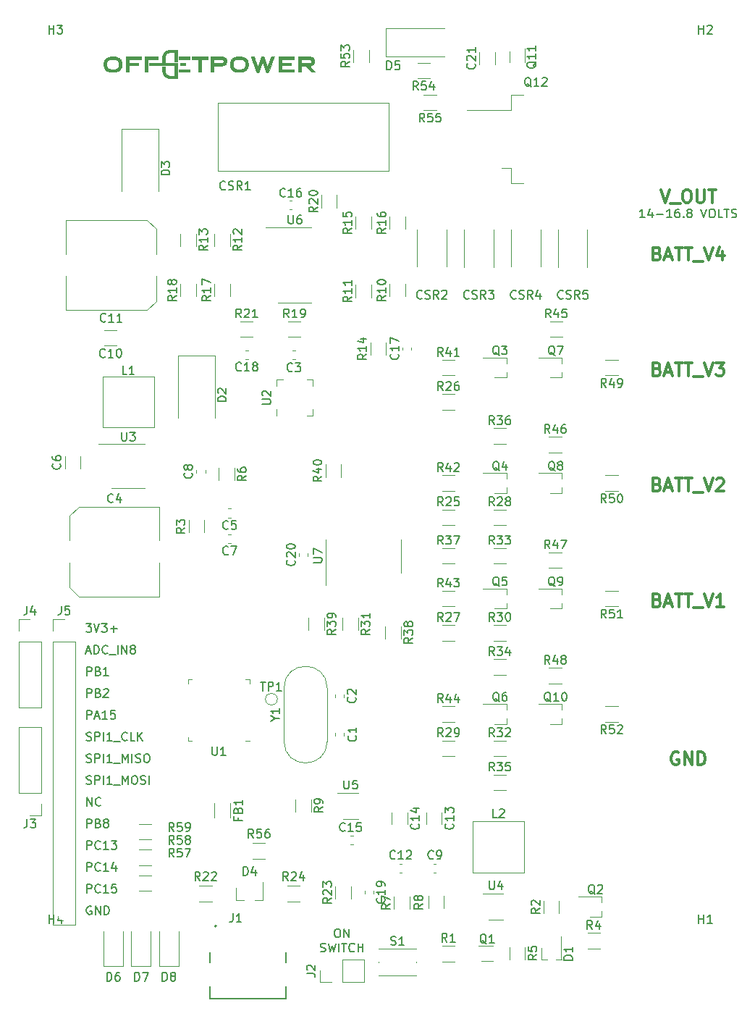
<source format=gto>
G04 #@! TF.GenerationSoftware,KiCad,Pcbnew,(5.1.10)-1*
G04 #@! TF.CreationDate,2021-09-06T19:40:46-04:00*
G04 #@! TF.ProjectId,Lithium_Ion_Pack,4c697468-6975-46d5-9f49-6f6e5f506163,A0*
G04 #@! TF.SameCoordinates,Original*
G04 #@! TF.FileFunction,Legend,Top*
G04 #@! TF.FilePolarity,Positive*
%FSLAX46Y46*%
G04 Gerber Fmt 4.6, Leading zero omitted, Abs format (unit mm)*
G04 Created by KiCad (PCBNEW (5.1.10)-1) date 2021-09-06 19:40:46*
%MOMM*%
%LPD*%
G01*
G04 APERTURE LIST*
%ADD10C,0.300000*%
%ADD11C,0.200000*%
%ADD12C,0.120000*%
%ADD13C,0.010000*%
%ADD14C,0.150000*%
%ADD15R,1.500000X0.450000*%
%ADD16R,1.500000X4.700000*%
%ADD17R,0.900000X1.000000*%
%ADD18O,1.700000X1.700000*%
%ADD19R,1.700000X1.700000*%
%ADD20C,1.000000*%
%ADD21R,2.000000X0.650000*%
%ADD22C,1.500000*%
%ADD23R,2.500000X2.500000*%
%ADD24R,5.600000X5.600000*%
%ADD25R,10.000000X10.000000*%
%ADD26R,9.400000X10.800000*%
%ADD27R,4.600000X1.100000*%
%ADD28R,0.400000X0.510000*%
%ADD29R,0.510000X0.400000*%
%ADD30R,0.600000X1.150000*%
%ADD31R,0.300000X1.150000*%
%ADD32R,2.180000X2.000000*%
%ADD33C,0.650000*%
%ADD34C,5.000000*%
%ADD35C,2.900000*%
%ADD36R,3.500000X1.800000*%
%ADD37R,0.800000X0.900000*%
%ADD38R,2.300000X3.500000*%
%ADD39R,0.450000X1.500000*%
%ADD40R,2.000000X2.000000*%
G04 APERTURE END LIST*
D10*
X175892857Y-108392857D02*
X176107142Y-108464285D01*
X176178571Y-108535714D01*
X176250000Y-108678571D01*
X176250000Y-108892857D01*
X176178571Y-109035714D01*
X176107142Y-109107142D01*
X175964285Y-109178571D01*
X175392857Y-109178571D01*
X175392857Y-107678571D01*
X175892857Y-107678571D01*
X176035714Y-107750000D01*
X176107142Y-107821428D01*
X176178571Y-107964285D01*
X176178571Y-108107142D01*
X176107142Y-108250000D01*
X176035714Y-108321428D01*
X175892857Y-108392857D01*
X175392857Y-108392857D01*
X176821428Y-108750000D02*
X177535714Y-108750000D01*
X176678571Y-109178571D02*
X177178571Y-107678571D01*
X177678571Y-109178571D01*
X177964285Y-107678571D02*
X178821428Y-107678571D01*
X178392857Y-109178571D02*
X178392857Y-107678571D01*
X179107142Y-107678571D02*
X179964285Y-107678571D01*
X179535714Y-109178571D02*
X179535714Y-107678571D01*
X180107142Y-109321428D02*
X181250000Y-109321428D01*
X181392857Y-107678571D02*
X181892857Y-109178571D01*
X182392857Y-107678571D01*
X183678571Y-109178571D02*
X182821428Y-109178571D01*
X183250000Y-109178571D02*
X183250000Y-107678571D01*
X183107142Y-107892857D01*
X182964285Y-108035714D01*
X182821428Y-108107142D01*
D11*
X174428571Y-63702380D02*
X173857142Y-63702380D01*
X174142857Y-63702380D02*
X174142857Y-62702380D01*
X174047619Y-62845238D01*
X173952380Y-62940476D01*
X173857142Y-62988095D01*
X175285714Y-63035714D02*
X175285714Y-63702380D01*
X175047619Y-62654761D02*
X174809523Y-63369047D01*
X175428571Y-63369047D01*
X175809523Y-63321428D02*
X176571428Y-63321428D01*
X177571428Y-63702380D02*
X177000000Y-63702380D01*
X177285714Y-63702380D02*
X177285714Y-62702380D01*
X177190476Y-62845238D01*
X177095238Y-62940476D01*
X177000000Y-62988095D01*
X178428571Y-62702380D02*
X178238095Y-62702380D01*
X178142857Y-62750000D01*
X178095238Y-62797619D01*
X178000000Y-62940476D01*
X177952380Y-63130952D01*
X177952380Y-63511904D01*
X178000000Y-63607142D01*
X178047619Y-63654761D01*
X178142857Y-63702380D01*
X178333333Y-63702380D01*
X178428571Y-63654761D01*
X178476190Y-63607142D01*
X178523809Y-63511904D01*
X178523809Y-63273809D01*
X178476190Y-63178571D01*
X178428571Y-63130952D01*
X178333333Y-63083333D01*
X178142857Y-63083333D01*
X178047619Y-63130952D01*
X178000000Y-63178571D01*
X177952380Y-63273809D01*
X178952380Y-63607142D02*
X179000000Y-63654761D01*
X178952380Y-63702380D01*
X178904761Y-63654761D01*
X178952380Y-63607142D01*
X178952380Y-63702380D01*
X179571428Y-63130952D02*
X179476190Y-63083333D01*
X179428571Y-63035714D01*
X179380952Y-62940476D01*
X179380952Y-62892857D01*
X179428571Y-62797619D01*
X179476190Y-62750000D01*
X179571428Y-62702380D01*
X179761904Y-62702380D01*
X179857142Y-62750000D01*
X179904761Y-62797619D01*
X179952380Y-62892857D01*
X179952380Y-62940476D01*
X179904761Y-63035714D01*
X179857142Y-63083333D01*
X179761904Y-63130952D01*
X179571428Y-63130952D01*
X179476190Y-63178571D01*
X179428571Y-63226190D01*
X179380952Y-63321428D01*
X179380952Y-63511904D01*
X179428571Y-63607142D01*
X179476190Y-63654761D01*
X179571428Y-63702380D01*
X179761904Y-63702380D01*
X179857142Y-63654761D01*
X179904761Y-63607142D01*
X179952380Y-63511904D01*
X179952380Y-63321428D01*
X179904761Y-63226190D01*
X179857142Y-63178571D01*
X179761904Y-63130952D01*
X181000000Y-62702380D02*
X181333333Y-63702380D01*
X181666666Y-62702380D01*
X182190476Y-62702380D02*
X182380952Y-62702380D01*
X182476190Y-62750000D01*
X182571428Y-62845238D01*
X182619047Y-63035714D01*
X182619047Y-63369047D01*
X182571428Y-63559523D01*
X182476190Y-63654761D01*
X182380952Y-63702380D01*
X182190476Y-63702380D01*
X182095238Y-63654761D01*
X182000000Y-63559523D01*
X181952380Y-63369047D01*
X181952380Y-63035714D01*
X182000000Y-62845238D01*
X182095238Y-62750000D01*
X182190476Y-62702380D01*
X183523809Y-63702380D02*
X183047619Y-63702380D01*
X183047619Y-62702380D01*
X183714285Y-62702380D02*
X184285714Y-62702380D01*
X184000000Y-63702380D02*
X184000000Y-62702380D01*
X184571428Y-63654761D02*
X184714285Y-63702380D01*
X184952380Y-63702380D01*
X185047619Y-63654761D01*
X185095238Y-63607142D01*
X185142857Y-63511904D01*
X185142857Y-63416666D01*
X185095238Y-63321428D01*
X185047619Y-63273809D01*
X184952380Y-63226190D01*
X184761904Y-63178571D01*
X184666666Y-63130952D01*
X184619047Y-63083333D01*
X184571428Y-62988095D01*
X184571428Y-62892857D01*
X184619047Y-62797619D01*
X184666666Y-62750000D01*
X184761904Y-62702380D01*
X185000000Y-62702380D01*
X185142857Y-62750000D01*
D10*
X178357142Y-126250000D02*
X178214285Y-126178571D01*
X178000000Y-126178571D01*
X177785714Y-126250000D01*
X177642857Y-126392857D01*
X177571428Y-126535714D01*
X177500000Y-126821428D01*
X177500000Y-127035714D01*
X177571428Y-127321428D01*
X177642857Y-127464285D01*
X177785714Y-127607142D01*
X178000000Y-127678571D01*
X178142857Y-127678571D01*
X178357142Y-127607142D01*
X178428571Y-127535714D01*
X178428571Y-127035714D01*
X178142857Y-127035714D01*
X179071428Y-127678571D02*
X179071428Y-126178571D01*
X179928571Y-127678571D01*
X179928571Y-126178571D01*
X180642857Y-127678571D02*
X180642857Y-126178571D01*
X181000000Y-126178571D01*
X181214285Y-126250000D01*
X181357142Y-126392857D01*
X181428571Y-126535714D01*
X181500000Y-126821428D01*
X181500000Y-127035714D01*
X181428571Y-127321428D01*
X181357142Y-127464285D01*
X181214285Y-127607142D01*
X181000000Y-127678571D01*
X180642857Y-127678571D01*
X175892857Y-94892857D02*
X176107142Y-94964285D01*
X176178571Y-95035714D01*
X176250000Y-95178571D01*
X176250000Y-95392857D01*
X176178571Y-95535714D01*
X176107142Y-95607142D01*
X175964285Y-95678571D01*
X175392857Y-95678571D01*
X175392857Y-94178571D01*
X175892857Y-94178571D01*
X176035714Y-94250000D01*
X176107142Y-94321428D01*
X176178571Y-94464285D01*
X176178571Y-94607142D01*
X176107142Y-94750000D01*
X176035714Y-94821428D01*
X175892857Y-94892857D01*
X175392857Y-94892857D01*
X176821428Y-95250000D02*
X177535714Y-95250000D01*
X176678571Y-95678571D02*
X177178571Y-94178571D01*
X177678571Y-95678571D01*
X177964285Y-94178571D02*
X178821428Y-94178571D01*
X178392857Y-95678571D02*
X178392857Y-94178571D01*
X179107142Y-94178571D02*
X179964285Y-94178571D01*
X179535714Y-95678571D02*
X179535714Y-94178571D01*
X180107142Y-95821428D02*
X181250000Y-95821428D01*
X181392857Y-94178571D02*
X181892857Y-95678571D01*
X182392857Y-94178571D01*
X182821428Y-94321428D02*
X182892857Y-94250000D01*
X183035714Y-94178571D01*
X183392857Y-94178571D01*
X183535714Y-94250000D01*
X183607142Y-94321428D01*
X183678571Y-94464285D01*
X183678571Y-94607142D01*
X183607142Y-94821428D01*
X182750000Y-95678571D01*
X183678571Y-95678571D01*
X175892857Y-81392857D02*
X176107142Y-81464285D01*
X176178571Y-81535714D01*
X176250000Y-81678571D01*
X176250000Y-81892857D01*
X176178571Y-82035714D01*
X176107142Y-82107142D01*
X175964285Y-82178571D01*
X175392857Y-82178571D01*
X175392857Y-80678571D01*
X175892857Y-80678571D01*
X176035714Y-80750000D01*
X176107142Y-80821428D01*
X176178571Y-80964285D01*
X176178571Y-81107142D01*
X176107142Y-81250000D01*
X176035714Y-81321428D01*
X175892857Y-81392857D01*
X175392857Y-81392857D01*
X176821428Y-81750000D02*
X177535714Y-81750000D01*
X176678571Y-82178571D02*
X177178571Y-80678571D01*
X177678571Y-82178571D01*
X177964285Y-80678571D02*
X178821428Y-80678571D01*
X178392857Y-82178571D02*
X178392857Y-80678571D01*
X179107142Y-80678571D02*
X179964285Y-80678571D01*
X179535714Y-82178571D02*
X179535714Y-80678571D01*
X180107142Y-82321428D02*
X181250000Y-82321428D01*
X181392857Y-80678571D02*
X181892857Y-82178571D01*
X182392857Y-80678571D01*
X182750000Y-80678571D02*
X183678571Y-80678571D01*
X183178571Y-81250000D01*
X183392857Y-81250000D01*
X183535714Y-81321428D01*
X183607142Y-81392857D01*
X183678571Y-81535714D01*
X183678571Y-81892857D01*
X183607142Y-82035714D01*
X183535714Y-82107142D01*
X183392857Y-82178571D01*
X182964285Y-82178571D01*
X182821428Y-82107142D01*
X182750000Y-82035714D01*
X175892857Y-67892857D02*
X176107142Y-67964285D01*
X176178571Y-68035714D01*
X176250000Y-68178571D01*
X176250000Y-68392857D01*
X176178571Y-68535714D01*
X176107142Y-68607142D01*
X175964285Y-68678571D01*
X175392857Y-68678571D01*
X175392857Y-67178571D01*
X175892857Y-67178571D01*
X176035714Y-67250000D01*
X176107142Y-67321428D01*
X176178571Y-67464285D01*
X176178571Y-67607142D01*
X176107142Y-67750000D01*
X176035714Y-67821428D01*
X175892857Y-67892857D01*
X175392857Y-67892857D01*
X176821428Y-68250000D02*
X177535714Y-68250000D01*
X176678571Y-68678571D02*
X177178571Y-67178571D01*
X177678571Y-68678571D01*
X177964285Y-67178571D02*
X178821428Y-67178571D01*
X178392857Y-68678571D02*
X178392857Y-67178571D01*
X179107142Y-67178571D02*
X179964285Y-67178571D01*
X179535714Y-68678571D02*
X179535714Y-67178571D01*
X180107142Y-68821428D02*
X181250000Y-68821428D01*
X181392857Y-67178571D02*
X181892857Y-68678571D01*
X182392857Y-67178571D01*
X183535714Y-67678571D02*
X183535714Y-68678571D01*
X183178571Y-67107142D02*
X182821428Y-68178571D01*
X183750000Y-68178571D01*
X176285714Y-60428571D02*
X176785714Y-61928571D01*
X177285714Y-60428571D01*
X177428571Y-62071428D02*
X178571428Y-62071428D01*
X179214285Y-60428571D02*
X179500000Y-60428571D01*
X179642857Y-60500000D01*
X179785714Y-60642857D01*
X179857142Y-60928571D01*
X179857142Y-61428571D01*
X179785714Y-61714285D01*
X179642857Y-61857142D01*
X179500000Y-61928571D01*
X179214285Y-61928571D01*
X179071428Y-61857142D01*
X178928571Y-61714285D01*
X178857142Y-61428571D01*
X178857142Y-60928571D01*
X178928571Y-60642857D01*
X179071428Y-60500000D01*
X179214285Y-60428571D01*
X180500000Y-60428571D02*
X180500000Y-61642857D01*
X180571428Y-61785714D01*
X180642857Y-61857142D01*
X180785714Y-61928571D01*
X181071428Y-61928571D01*
X181214285Y-61857142D01*
X181285714Y-61785714D01*
X181357142Y-61642857D01*
X181357142Y-60428571D01*
X181857142Y-60428571D02*
X182714285Y-60428571D01*
X182285714Y-61928571D02*
X182285714Y-60428571D01*
D11*
X138380952Y-146852380D02*
X138571428Y-146852380D01*
X138666666Y-146900000D01*
X138761904Y-146995238D01*
X138809523Y-147185714D01*
X138809523Y-147519047D01*
X138761904Y-147709523D01*
X138666666Y-147804761D01*
X138571428Y-147852380D01*
X138380952Y-147852380D01*
X138285714Y-147804761D01*
X138190476Y-147709523D01*
X138142857Y-147519047D01*
X138142857Y-147185714D01*
X138190476Y-146995238D01*
X138285714Y-146900000D01*
X138380952Y-146852380D01*
X139238095Y-147852380D02*
X139238095Y-146852380D01*
X139809523Y-147852380D01*
X139809523Y-146852380D01*
X136500000Y-149504761D02*
X136642857Y-149552380D01*
X136880952Y-149552380D01*
X136976190Y-149504761D01*
X137023809Y-149457142D01*
X137071428Y-149361904D01*
X137071428Y-149266666D01*
X137023809Y-149171428D01*
X136976190Y-149123809D01*
X136880952Y-149076190D01*
X136690476Y-149028571D01*
X136595238Y-148980952D01*
X136547619Y-148933333D01*
X136500000Y-148838095D01*
X136500000Y-148742857D01*
X136547619Y-148647619D01*
X136595238Y-148600000D01*
X136690476Y-148552380D01*
X136928571Y-148552380D01*
X137071428Y-148600000D01*
X137404761Y-148552380D02*
X137642857Y-149552380D01*
X137833333Y-148838095D01*
X138023809Y-149552380D01*
X138261904Y-148552380D01*
X138642857Y-149552380D02*
X138642857Y-148552380D01*
X138976190Y-148552380D02*
X139547619Y-148552380D01*
X139261904Y-149552380D02*
X139261904Y-148552380D01*
X140452380Y-149457142D02*
X140404761Y-149504761D01*
X140261904Y-149552380D01*
X140166666Y-149552380D01*
X140023809Y-149504761D01*
X139928571Y-149409523D01*
X139880952Y-149314285D01*
X139833333Y-149123809D01*
X139833333Y-148980952D01*
X139880952Y-148790476D01*
X139928571Y-148695238D01*
X140023809Y-148600000D01*
X140166666Y-148552380D01*
X140261904Y-148552380D01*
X140404761Y-148600000D01*
X140452380Y-148647619D01*
X140880952Y-149552380D02*
X140880952Y-148552380D01*
X140880952Y-149028571D02*
X141452380Y-149028571D01*
X141452380Y-149552380D02*
X141452380Y-148552380D01*
X109686904Y-144225000D02*
X109591666Y-144177380D01*
X109448809Y-144177380D01*
X109305952Y-144225000D01*
X109210714Y-144320238D01*
X109163095Y-144415476D01*
X109115476Y-144605952D01*
X109115476Y-144748809D01*
X109163095Y-144939285D01*
X109210714Y-145034523D01*
X109305952Y-145129761D01*
X109448809Y-145177380D01*
X109544047Y-145177380D01*
X109686904Y-145129761D01*
X109734523Y-145082142D01*
X109734523Y-144748809D01*
X109544047Y-144748809D01*
X110163095Y-145177380D02*
X110163095Y-144177380D01*
X110734523Y-145177380D01*
X110734523Y-144177380D01*
X111210714Y-145177380D02*
X111210714Y-144177380D01*
X111448809Y-144177380D01*
X111591666Y-144225000D01*
X111686904Y-144320238D01*
X111734523Y-144415476D01*
X111782142Y-144605952D01*
X111782142Y-144748809D01*
X111734523Y-144939285D01*
X111686904Y-145034523D01*
X111591666Y-145129761D01*
X111448809Y-145177380D01*
X111210714Y-145177380D01*
X109163095Y-142637380D02*
X109163095Y-141637380D01*
X109544047Y-141637380D01*
X109639285Y-141685000D01*
X109686904Y-141732619D01*
X109734523Y-141827857D01*
X109734523Y-141970714D01*
X109686904Y-142065952D01*
X109639285Y-142113571D01*
X109544047Y-142161190D01*
X109163095Y-142161190D01*
X110734523Y-142542142D02*
X110686904Y-142589761D01*
X110544047Y-142637380D01*
X110448809Y-142637380D01*
X110305952Y-142589761D01*
X110210714Y-142494523D01*
X110163095Y-142399285D01*
X110115476Y-142208809D01*
X110115476Y-142065952D01*
X110163095Y-141875476D01*
X110210714Y-141780238D01*
X110305952Y-141685000D01*
X110448809Y-141637380D01*
X110544047Y-141637380D01*
X110686904Y-141685000D01*
X110734523Y-141732619D01*
X111686904Y-142637380D02*
X111115476Y-142637380D01*
X111401190Y-142637380D02*
X111401190Y-141637380D01*
X111305952Y-141780238D01*
X111210714Y-141875476D01*
X111115476Y-141923095D01*
X112591666Y-141637380D02*
X112115476Y-141637380D01*
X112067857Y-142113571D01*
X112115476Y-142065952D01*
X112210714Y-142018333D01*
X112448809Y-142018333D01*
X112544047Y-142065952D01*
X112591666Y-142113571D01*
X112639285Y-142208809D01*
X112639285Y-142446904D01*
X112591666Y-142542142D01*
X112544047Y-142589761D01*
X112448809Y-142637380D01*
X112210714Y-142637380D01*
X112115476Y-142589761D01*
X112067857Y-142542142D01*
X109163095Y-140097380D02*
X109163095Y-139097380D01*
X109544047Y-139097380D01*
X109639285Y-139145000D01*
X109686904Y-139192619D01*
X109734523Y-139287857D01*
X109734523Y-139430714D01*
X109686904Y-139525952D01*
X109639285Y-139573571D01*
X109544047Y-139621190D01*
X109163095Y-139621190D01*
X110734523Y-140002142D02*
X110686904Y-140049761D01*
X110544047Y-140097380D01*
X110448809Y-140097380D01*
X110305952Y-140049761D01*
X110210714Y-139954523D01*
X110163095Y-139859285D01*
X110115476Y-139668809D01*
X110115476Y-139525952D01*
X110163095Y-139335476D01*
X110210714Y-139240238D01*
X110305952Y-139145000D01*
X110448809Y-139097380D01*
X110544047Y-139097380D01*
X110686904Y-139145000D01*
X110734523Y-139192619D01*
X111686904Y-140097380D02*
X111115476Y-140097380D01*
X111401190Y-140097380D02*
X111401190Y-139097380D01*
X111305952Y-139240238D01*
X111210714Y-139335476D01*
X111115476Y-139383095D01*
X112544047Y-139430714D02*
X112544047Y-140097380D01*
X112305952Y-139049761D02*
X112067857Y-139764047D01*
X112686904Y-139764047D01*
X109163095Y-137557380D02*
X109163095Y-136557380D01*
X109544047Y-136557380D01*
X109639285Y-136605000D01*
X109686904Y-136652619D01*
X109734523Y-136747857D01*
X109734523Y-136890714D01*
X109686904Y-136985952D01*
X109639285Y-137033571D01*
X109544047Y-137081190D01*
X109163095Y-137081190D01*
X110734523Y-137462142D02*
X110686904Y-137509761D01*
X110544047Y-137557380D01*
X110448809Y-137557380D01*
X110305952Y-137509761D01*
X110210714Y-137414523D01*
X110163095Y-137319285D01*
X110115476Y-137128809D01*
X110115476Y-136985952D01*
X110163095Y-136795476D01*
X110210714Y-136700238D01*
X110305952Y-136605000D01*
X110448809Y-136557380D01*
X110544047Y-136557380D01*
X110686904Y-136605000D01*
X110734523Y-136652619D01*
X111686904Y-137557380D02*
X111115476Y-137557380D01*
X111401190Y-137557380D02*
X111401190Y-136557380D01*
X111305952Y-136700238D01*
X111210714Y-136795476D01*
X111115476Y-136843095D01*
X112020238Y-136557380D02*
X112639285Y-136557380D01*
X112305952Y-136938333D01*
X112448809Y-136938333D01*
X112544047Y-136985952D01*
X112591666Y-137033571D01*
X112639285Y-137128809D01*
X112639285Y-137366904D01*
X112591666Y-137462142D01*
X112544047Y-137509761D01*
X112448809Y-137557380D01*
X112163095Y-137557380D01*
X112067857Y-137509761D01*
X112020238Y-137462142D01*
X109163095Y-135017380D02*
X109163095Y-134017380D01*
X109544047Y-134017380D01*
X109639285Y-134065000D01*
X109686904Y-134112619D01*
X109734523Y-134207857D01*
X109734523Y-134350714D01*
X109686904Y-134445952D01*
X109639285Y-134493571D01*
X109544047Y-134541190D01*
X109163095Y-134541190D01*
X110496428Y-134493571D02*
X110639285Y-134541190D01*
X110686904Y-134588809D01*
X110734523Y-134684047D01*
X110734523Y-134826904D01*
X110686904Y-134922142D01*
X110639285Y-134969761D01*
X110544047Y-135017380D01*
X110163095Y-135017380D01*
X110163095Y-134017380D01*
X110496428Y-134017380D01*
X110591666Y-134065000D01*
X110639285Y-134112619D01*
X110686904Y-134207857D01*
X110686904Y-134303095D01*
X110639285Y-134398333D01*
X110591666Y-134445952D01*
X110496428Y-134493571D01*
X110163095Y-134493571D01*
X111305952Y-134445952D02*
X111210714Y-134398333D01*
X111163095Y-134350714D01*
X111115476Y-134255476D01*
X111115476Y-134207857D01*
X111163095Y-134112619D01*
X111210714Y-134065000D01*
X111305952Y-134017380D01*
X111496428Y-134017380D01*
X111591666Y-134065000D01*
X111639285Y-134112619D01*
X111686904Y-134207857D01*
X111686904Y-134255476D01*
X111639285Y-134350714D01*
X111591666Y-134398333D01*
X111496428Y-134445952D01*
X111305952Y-134445952D01*
X111210714Y-134493571D01*
X111163095Y-134541190D01*
X111115476Y-134636428D01*
X111115476Y-134826904D01*
X111163095Y-134922142D01*
X111210714Y-134969761D01*
X111305952Y-135017380D01*
X111496428Y-135017380D01*
X111591666Y-134969761D01*
X111639285Y-134922142D01*
X111686904Y-134826904D01*
X111686904Y-134636428D01*
X111639285Y-134541190D01*
X111591666Y-134493571D01*
X111496428Y-134445952D01*
X109163095Y-132477380D02*
X109163095Y-131477380D01*
X109734523Y-132477380D01*
X109734523Y-131477380D01*
X110782142Y-132382142D02*
X110734523Y-132429761D01*
X110591666Y-132477380D01*
X110496428Y-132477380D01*
X110353571Y-132429761D01*
X110258333Y-132334523D01*
X110210714Y-132239285D01*
X110163095Y-132048809D01*
X110163095Y-131905952D01*
X110210714Y-131715476D01*
X110258333Y-131620238D01*
X110353571Y-131525000D01*
X110496428Y-131477380D01*
X110591666Y-131477380D01*
X110734523Y-131525000D01*
X110782142Y-131572619D01*
X109115476Y-129889761D02*
X109258333Y-129937380D01*
X109496428Y-129937380D01*
X109591666Y-129889761D01*
X109639285Y-129842142D01*
X109686904Y-129746904D01*
X109686904Y-129651666D01*
X109639285Y-129556428D01*
X109591666Y-129508809D01*
X109496428Y-129461190D01*
X109305952Y-129413571D01*
X109210714Y-129365952D01*
X109163095Y-129318333D01*
X109115476Y-129223095D01*
X109115476Y-129127857D01*
X109163095Y-129032619D01*
X109210714Y-128985000D01*
X109305952Y-128937380D01*
X109544047Y-128937380D01*
X109686904Y-128985000D01*
X110115476Y-129937380D02*
X110115476Y-128937380D01*
X110496428Y-128937380D01*
X110591666Y-128985000D01*
X110639285Y-129032619D01*
X110686904Y-129127857D01*
X110686904Y-129270714D01*
X110639285Y-129365952D01*
X110591666Y-129413571D01*
X110496428Y-129461190D01*
X110115476Y-129461190D01*
X111115476Y-129937380D02*
X111115476Y-128937380D01*
X112115476Y-129937380D02*
X111544047Y-129937380D01*
X111829761Y-129937380D02*
X111829761Y-128937380D01*
X111734523Y-129080238D01*
X111639285Y-129175476D01*
X111544047Y-129223095D01*
X112305952Y-130032619D02*
X113067857Y-130032619D01*
X113305952Y-129937380D02*
X113305952Y-128937380D01*
X113639285Y-129651666D01*
X113972619Y-128937380D01*
X113972619Y-129937380D01*
X114639285Y-128937380D02*
X114829761Y-128937380D01*
X114925000Y-128985000D01*
X115020238Y-129080238D01*
X115067857Y-129270714D01*
X115067857Y-129604047D01*
X115020238Y-129794523D01*
X114925000Y-129889761D01*
X114829761Y-129937380D01*
X114639285Y-129937380D01*
X114544047Y-129889761D01*
X114448809Y-129794523D01*
X114401190Y-129604047D01*
X114401190Y-129270714D01*
X114448809Y-129080238D01*
X114544047Y-128985000D01*
X114639285Y-128937380D01*
X115448809Y-129889761D02*
X115591666Y-129937380D01*
X115829761Y-129937380D01*
X115925000Y-129889761D01*
X115972619Y-129842142D01*
X116020238Y-129746904D01*
X116020238Y-129651666D01*
X115972619Y-129556428D01*
X115925000Y-129508809D01*
X115829761Y-129461190D01*
X115639285Y-129413571D01*
X115544047Y-129365952D01*
X115496428Y-129318333D01*
X115448809Y-129223095D01*
X115448809Y-129127857D01*
X115496428Y-129032619D01*
X115544047Y-128985000D01*
X115639285Y-128937380D01*
X115877380Y-128937380D01*
X116020238Y-128985000D01*
X116448809Y-129937380D02*
X116448809Y-128937380D01*
X109115476Y-127349761D02*
X109258333Y-127397380D01*
X109496428Y-127397380D01*
X109591666Y-127349761D01*
X109639285Y-127302142D01*
X109686904Y-127206904D01*
X109686904Y-127111666D01*
X109639285Y-127016428D01*
X109591666Y-126968809D01*
X109496428Y-126921190D01*
X109305952Y-126873571D01*
X109210714Y-126825952D01*
X109163095Y-126778333D01*
X109115476Y-126683095D01*
X109115476Y-126587857D01*
X109163095Y-126492619D01*
X109210714Y-126445000D01*
X109305952Y-126397380D01*
X109544047Y-126397380D01*
X109686904Y-126445000D01*
X110115476Y-127397380D02*
X110115476Y-126397380D01*
X110496428Y-126397380D01*
X110591666Y-126445000D01*
X110639285Y-126492619D01*
X110686904Y-126587857D01*
X110686904Y-126730714D01*
X110639285Y-126825952D01*
X110591666Y-126873571D01*
X110496428Y-126921190D01*
X110115476Y-126921190D01*
X111115476Y-127397380D02*
X111115476Y-126397380D01*
X112115476Y-127397380D02*
X111544047Y-127397380D01*
X111829761Y-127397380D02*
X111829761Y-126397380D01*
X111734523Y-126540238D01*
X111639285Y-126635476D01*
X111544047Y-126683095D01*
X112305952Y-127492619D02*
X113067857Y-127492619D01*
X113305952Y-127397380D02*
X113305952Y-126397380D01*
X113639285Y-127111666D01*
X113972619Y-126397380D01*
X113972619Y-127397380D01*
X114448809Y-127397380D02*
X114448809Y-126397380D01*
X114877380Y-127349761D02*
X115020238Y-127397380D01*
X115258333Y-127397380D01*
X115353571Y-127349761D01*
X115401190Y-127302142D01*
X115448809Y-127206904D01*
X115448809Y-127111666D01*
X115401190Y-127016428D01*
X115353571Y-126968809D01*
X115258333Y-126921190D01*
X115067857Y-126873571D01*
X114972619Y-126825952D01*
X114925000Y-126778333D01*
X114877380Y-126683095D01*
X114877380Y-126587857D01*
X114925000Y-126492619D01*
X114972619Y-126445000D01*
X115067857Y-126397380D01*
X115305952Y-126397380D01*
X115448809Y-126445000D01*
X116067857Y-126397380D02*
X116258333Y-126397380D01*
X116353571Y-126445000D01*
X116448809Y-126540238D01*
X116496428Y-126730714D01*
X116496428Y-127064047D01*
X116448809Y-127254523D01*
X116353571Y-127349761D01*
X116258333Y-127397380D01*
X116067857Y-127397380D01*
X115972619Y-127349761D01*
X115877380Y-127254523D01*
X115829761Y-127064047D01*
X115829761Y-126730714D01*
X115877380Y-126540238D01*
X115972619Y-126445000D01*
X116067857Y-126397380D01*
X109115476Y-124809761D02*
X109258333Y-124857380D01*
X109496428Y-124857380D01*
X109591666Y-124809761D01*
X109639285Y-124762142D01*
X109686904Y-124666904D01*
X109686904Y-124571666D01*
X109639285Y-124476428D01*
X109591666Y-124428809D01*
X109496428Y-124381190D01*
X109305952Y-124333571D01*
X109210714Y-124285952D01*
X109163095Y-124238333D01*
X109115476Y-124143095D01*
X109115476Y-124047857D01*
X109163095Y-123952619D01*
X109210714Y-123905000D01*
X109305952Y-123857380D01*
X109544047Y-123857380D01*
X109686904Y-123905000D01*
X110115476Y-124857380D02*
X110115476Y-123857380D01*
X110496428Y-123857380D01*
X110591666Y-123905000D01*
X110639285Y-123952619D01*
X110686904Y-124047857D01*
X110686904Y-124190714D01*
X110639285Y-124285952D01*
X110591666Y-124333571D01*
X110496428Y-124381190D01*
X110115476Y-124381190D01*
X111115476Y-124857380D02*
X111115476Y-123857380D01*
X112115476Y-124857380D02*
X111544047Y-124857380D01*
X111829761Y-124857380D02*
X111829761Y-123857380D01*
X111734523Y-124000238D01*
X111639285Y-124095476D01*
X111544047Y-124143095D01*
X112305952Y-124952619D02*
X113067857Y-124952619D01*
X113877380Y-124762142D02*
X113829761Y-124809761D01*
X113686904Y-124857380D01*
X113591666Y-124857380D01*
X113448809Y-124809761D01*
X113353571Y-124714523D01*
X113305952Y-124619285D01*
X113258333Y-124428809D01*
X113258333Y-124285952D01*
X113305952Y-124095476D01*
X113353571Y-124000238D01*
X113448809Y-123905000D01*
X113591666Y-123857380D01*
X113686904Y-123857380D01*
X113829761Y-123905000D01*
X113877380Y-123952619D01*
X114782142Y-124857380D02*
X114305952Y-124857380D01*
X114305952Y-123857380D01*
X115115476Y-124857380D02*
X115115476Y-123857380D01*
X115686904Y-124857380D02*
X115258333Y-124285952D01*
X115686904Y-123857380D02*
X115115476Y-124428809D01*
X109163095Y-122317380D02*
X109163095Y-121317380D01*
X109544047Y-121317380D01*
X109639285Y-121365000D01*
X109686904Y-121412619D01*
X109734523Y-121507857D01*
X109734523Y-121650714D01*
X109686904Y-121745952D01*
X109639285Y-121793571D01*
X109544047Y-121841190D01*
X109163095Y-121841190D01*
X110115476Y-122031666D02*
X110591666Y-122031666D01*
X110020238Y-122317380D02*
X110353571Y-121317380D01*
X110686904Y-122317380D01*
X111544047Y-122317380D02*
X110972619Y-122317380D01*
X111258333Y-122317380D02*
X111258333Y-121317380D01*
X111163095Y-121460238D01*
X111067857Y-121555476D01*
X110972619Y-121603095D01*
X112448809Y-121317380D02*
X111972619Y-121317380D01*
X111925000Y-121793571D01*
X111972619Y-121745952D01*
X112067857Y-121698333D01*
X112305952Y-121698333D01*
X112401190Y-121745952D01*
X112448809Y-121793571D01*
X112496428Y-121888809D01*
X112496428Y-122126904D01*
X112448809Y-122222142D01*
X112401190Y-122269761D01*
X112305952Y-122317380D01*
X112067857Y-122317380D01*
X111972619Y-122269761D01*
X111925000Y-122222142D01*
X109163095Y-119777380D02*
X109163095Y-118777380D01*
X109544047Y-118777380D01*
X109639285Y-118825000D01*
X109686904Y-118872619D01*
X109734523Y-118967857D01*
X109734523Y-119110714D01*
X109686904Y-119205952D01*
X109639285Y-119253571D01*
X109544047Y-119301190D01*
X109163095Y-119301190D01*
X110496428Y-119253571D02*
X110639285Y-119301190D01*
X110686904Y-119348809D01*
X110734523Y-119444047D01*
X110734523Y-119586904D01*
X110686904Y-119682142D01*
X110639285Y-119729761D01*
X110544047Y-119777380D01*
X110163095Y-119777380D01*
X110163095Y-118777380D01*
X110496428Y-118777380D01*
X110591666Y-118825000D01*
X110639285Y-118872619D01*
X110686904Y-118967857D01*
X110686904Y-119063095D01*
X110639285Y-119158333D01*
X110591666Y-119205952D01*
X110496428Y-119253571D01*
X110163095Y-119253571D01*
X111115476Y-118872619D02*
X111163095Y-118825000D01*
X111258333Y-118777380D01*
X111496428Y-118777380D01*
X111591666Y-118825000D01*
X111639285Y-118872619D01*
X111686904Y-118967857D01*
X111686904Y-119063095D01*
X111639285Y-119205952D01*
X111067857Y-119777380D01*
X111686904Y-119777380D01*
X109163095Y-117237380D02*
X109163095Y-116237380D01*
X109544047Y-116237380D01*
X109639285Y-116285000D01*
X109686904Y-116332619D01*
X109734523Y-116427857D01*
X109734523Y-116570714D01*
X109686904Y-116665952D01*
X109639285Y-116713571D01*
X109544047Y-116761190D01*
X109163095Y-116761190D01*
X110496428Y-116713571D02*
X110639285Y-116761190D01*
X110686904Y-116808809D01*
X110734523Y-116904047D01*
X110734523Y-117046904D01*
X110686904Y-117142142D01*
X110639285Y-117189761D01*
X110544047Y-117237380D01*
X110163095Y-117237380D01*
X110163095Y-116237380D01*
X110496428Y-116237380D01*
X110591666Y-116285000D01*
X110639285Y-116332619D01*
X110686904Y-116427857D01*
X110686904Y-116523095D01*
X110639285Y-116618333D01*
X110591666Y-116665952D01*
X110496428Y-116713571D01*
X110163095Y-116713571D01*
X111686904Y-117237380D02*
X111115476Y-117237380D01*
X111401190Y-117237380D02*
X111401190Y-116237380D01*
X111305952Y-116380238D01*
X111210714Y-116475476D01*
X111115476Y-116523095D01*
X109115476Y-114411666D02*
X109591666Y-114411666D01*
X109020238Y-114697380D02*
X109353571Y-113697380D01*
X109686904Y-114697380D01*
X110020238Y-114697380D02*
X110020238Y-113697380D01*
X110258333Y-113697380D01*
X110401190Y-113745000D01*
X110496428Y-113840238D01*
X110544047Y-113935476D01*
X110591666Y-114125952D01*
X110591666Y-114268809D01*
X110544047Y-114459285D01*
X110496428Y-114554523D01*
X110401190Y-114649761D01*
X110258333Y-114697380D01*
X110020238Y-114697380D01*
X111591666Y-114602142D02*
X111544047Y-114649761D01*
X111401190Y-114697380D01*
X111305952Y-114697380D01*
X111163095Y-114649761D01*
X111067857Y-114554523D01*
X111020238Y-114459285D01*
X110972619Y-114268809D01*
X110972619Y-114125952D01*
X111020238Y-113935476D01*
X111067857Y-113840238D01*
X111163095Y-113745000D01*
X111305952Y-113697380D01*
X111401190Y-113697380D01*
X111544047Y-113745000D01*
X111591666Y-113792619D01*
X111782142Y-114792619D02*
X112544047Y-114792619D01*
X112782142Y-114697380D02*
X112782142Y-113697380D01*
X113258333Y-114697380D02*
X113258333Y-113697380D01*
X113829761Y-114697380D01*
X113829761Y-113697380D01*
X114448809Y-114125952D02*
X114353571Y-114078333D01*
X114305952Y-114030714D01*
X114258333Y-113935476D01*
X114258333Y-113887857D01*
X114305952Y-113792619D01*
X114353571Y-113745000D01*
X114448809Y-113697380D01*
X114639285Y-113697380D01*
X114734523Y-113745000D01*
X114782142Y-113792619D01*
X114829761Y-113887857D01*
X114829761Y-113935476D01*
X114782142Y-114030714D01*
X114734523Y-114078333D01*
X114639285Y-114125952D01*
X114448809Y-114125952D01*
X114353571Y-114173571D01*
X114305952Y-114221190D01*
X114258333Y-114316428D01*
X114258333Y-114506904D01*
X114305952Y-114602142D01*
X114353571Y-114649761D01*
X114448809Y-114697380D01*
X114639285Y-114697380D01*
X114734523Y-114649761D01*
X114782142Y-114602142D01*
X114829761Y-114506904D01*
X114829761Y-114316428D01*
X114782142Y-114221190D01*
X114734523Y-114173571D01*
X114639285Y-114125952D01*
X109067857Y-111157380D02*
X109686904Y-111157380D01*
X109353571Y-111538333D01*
X109496428Y-111538333D01*
X109591666Y-111585952D01*
X109639285Y-111633571D01*
X109686904Y-111728809D01*
X109686904Y-111966904D01*
X109639285Y-112062142D01*
X109591666Y-112109761D01*
X109496428Y-112157380D01*
X109210714Y-112157380D01*
X109115476Y-112109761D01*
X109067857Y-112062142D01*
X109972619Y-111157380D02*
X110305952Y-112157380D01*
X110639285Y-111157380D01*
X110877380Y-111157380D02*
X111496428Y-111157380D01*
X111163095Y-111538333D01*
X111305952Y-111538333D01*
X111401190Y-111585952D01*
X111448809Y-111633571D01*
X111496428Y-111728809D01*
X111496428Y-111966904D01*
X111448809Y-112062142D01*
X111401190Y-112109761D01*
X111305952Y-112157380D01*
X111020238Y-112157380D01*
X110925000Y-112109761D01*
X110877380Y-112062142D01*
X111925000Y-111776428D02*
X112686904Y-111776428D01*
X112305952Y-112157380D02*
X112305952Y-111395476D01*
D12*
X164735000Y-122250000D02*
X164735000Y-122910000D01*
X164735000Y-120580000D02*
X164735000Y-121250000D01*
X164735000Y-120590000D02*
X162000000Y-120590000D01*
X163325000Y-122910000D02*
X164735000Y-122910000D01*
X164735000Y-108750000D02*
X164735000Y-109410000D01*
X164735000Y-107080000D02*
X164735000Y-107750000D01*
X164735000Y-107090000D02*
X162000000Y-107090000D01*
X163325000Y-109410000D02*
X164735000Y-109410000D01*
X164735000Y-95250000D02*
X164735000Y-95910000D01*
X164735000Y-93580000D02*
X164735000Y-94250000D01*
X164735000Y-93590000D02*
X162000000Y-93590000D01*
X163325000Y-95910000D02*
X164735000Y-95910000D01*
X164735000Y-81750000D02*
X164735000Y-82410000D01*
X164735000Y-80080000D02*
X164735000Y-80750000D01*
X164735000Y-80090000D02*
X162000000Y-80090000D01*
X163325000Y-82410000D02*
X164735000Y-82410000D01*
X169405000Y-144750000D02*
X169405000Y-145410000D01*
X169405000Y-143080000D02*
X169405000Y-143750000D01*
X169405000Y-143090000D02*
X166670000Y-143090000D01*
X167995000Y-145410000D02*
X169405000Y-145410000D01*
X160300000Y-134250000D02*
X160300000Y-140250000D01*
X154300000Y-134250000D02*
X160300000Y-134250000D01*
X154300000Y-140250000D02*
X154300000Y-134250000D01*
X154300000Y-140250000D02*
X160300000Y-140250000D01*
X111000000Y-88250000D02*
X111000000Y-82250000D01*
X117000000Y-88250000D02*
X111000000Y-88250000D01*
X117000000Y-82250000D02*
X117000000Y-88250000D01*
X117000000Y-82250000D02*
X111000000Y-82250000D01*
X115222936Y-134590000D02*
X116677064Y-134590000D01*
X115222936Y-136410000D02*
X116677064Y-136410000D01*
X115222936Y-137590000D02*
X116677064Y-137590000D01*
X115222936Y-139410000D02*
X116677064Y-139410000D01*
X115222936Y-140590000D02*
X116677064Y-140590000D01*
X115222936Y-142410000D02*
X116677064Y-142410000D01*
X117615000Y-147162500D02*
X117615000Y-151222500D01*
X117615000Y-151222500D02*
X119885000Y-151222500D01*
X119885000Y-151222500D02*
X119885000Y-147162500D01*
X114365000Y-147162500D02*
X114365000Y-151222500D01*
X114365000Y-151222500D02*
X116635000Y-151222500D01*
X116635000Y-151222500D02*
X116635000Y-147162500D01*
X111115000Y-147162500D02*
X111115000Y-151222500D01*
X111115000Y-151222500D02*
X113385000Y-151222500D01*
X113385000Y-151222500D02*
X113385000Y-147162500D01*
X147700000Y-150800000D02*
X147700000Y-150700000D01*
X143300000Y-152300000D02*
X147700000Y-152300000D01*
X147700000Y-149200000D02*
X143300000Y-149200000D01*
X143300000Y-150800000D02*
X143300000Y-150700000D01*
X141620000Y-153080000D02*
X141620000Y-150420000D01*
X139020000Y-153080000D02*
X141620000Y-153080000D01*
X139020000Y-150420000D02*
X141620000Y-150420000D01*
X139020000Y-153080000D02*
X139020000Y-150420000D01*
X137750000Y-153080000D02*
X136420000Y-153080000D01*
X136420000Y-153080000D02*
X136420000Y-151750000D01*
D13*
G36*
X119728100Y-45440966D02*
G01*
X119431767Y-45440966D01*
X119431767Y-44378040D01*
X119121675Y-44379482D01*
X118811583Y-44380923D01*
X118765612Y-44392245D01*
X118695294Y-44413756D01*
X118629207Y-44442423D01*
X118567721Y-44477864D01*
X118511211Y-44519695D01*
X118460049Y-44567536D01*
X118414608Y-44621005D01*
X118375260Y-44679719D01*
X118342378Y-44743297D01*
X118316335Y-44811356D01*
X118300708Y-44868624D01*
X118299033Y-44876198D01*
X118297568Y-44883569D01*
X118296297Y-44891342D01*
X118295202Y-44900125D01*
X118294267Y-44910524D01*
X118293474Y-44923147D01*
X118292807Y-44938600D01*
X118292249Y-44957490D01*
X118291783Y-44980424D01*
X118291391Y-45008008D01*
X118291057Y-45040850D01*
X118290764Y-45079556D01*
X118290495Y-45124732D01*
X118290232Y-45176987D01*
X118289959Y-45236926D01*
X118289876Y-45255758D01*
X118288355Y-45601833D01*
X119728100Y-45601833D01*
X119728100Y-47417933D01*
X119295242Y-47417351D01*
X119234497Y-47417236D01*
X119175514Y-47417058D01*
X119118925Y-47416824D01*
X119065360Y-47416538D01*
X119015450Y-47416207D01*
X118969825Y-47415836D01*
X118929116Y-47415430D01*
X118893954Y-47414995D01*
X118864969Y-47414536D01*
X118842793Y-47414058D01*
X118828056Y-47413568D01*
X118822880Y-47413255D01*
X118735698Y-47401332D01*
X118650769Y-47381365D01*
X118568553Y-47353538D01*
X118489509Y-47318034D01*
X118414097Y-47275036D01*
X118342778Y-47224729D01*
X118335333Y-47218861D01*
X118310858Y-47198032D01*
X118283302Y-47172380D01*
X118254588Y-47143874D01*
X118226639Y-47114483D01*
X118201377Y-47086176D01*
X118180726Y-47060924D01*
X118179284Y-47059033D01*
X118133400Y-46992046D01*
X118092921Y-46919785D01*
X118058722Y-46844066D01*
X118031674Y-46766706D01*
X118022261Y-46732601D01*
X118017867Y-46715163D01*
X118014072Y-46699567D01*
X118010826Y-46685060D01*
X118008085Y-46670887D01*
X118005799Y-46656297D01*
X118003922Y-46640536D01*
X118002407Y-46622849D01*
X118001205Y-46602485D01*
X118000271Y-46578689D01*
X117999557Y-46550709D01*
X117999016Y-46517791D01*
X117998599Y-46479181D01*
X117998261Y-46434126D01*
X117997953Y-46381874D01*
X117997737Y-46341608D01*
X117996225Y-46059033D01*
X118288249Y-46059033D01*
X118289884Y-46324675D01*
X118290227Y-46378904D01*
X118290557Y-46425385D01*
X118290900Y-46464835D01*
X118291279Y-46497971D01*
X118291722Y-46525513D01*
X118292253Y-46548177D01*
X118292898Y-46566682D01*
X118293682Y-46581746D01*
X118294631Y-46594085D01*
X118295771Y-46604419D01*
X118297126Y-46613465D01*
X118298723Y-46621941D01*
X118300586Y-46630565D01*
X118300768Y-46631376D01*
X118321036Y-46702818D01*
X118348623Y-46770279D01*
X118383251Y-46833375D01*
X118424642Y-46891723D01*
X118472516Y-46944940D01*
X118526596Y-46992644D01*
X118586604Y-47034452D01*
X118599399Y-47042134D01*
X118631720Y-47059112D01*
X118669482Y-47075779D01*
X118709706Y-47090959D01*
X118749409Y-47103477D01*
X118765612Y-47107755D01*
X118811583Y-47119076D01*
X119431767Y-47121960D01*
X119431767Y-45898167D01*
X117996407Y-45898167D01*
X117997728Y-45386991D01*
X117997923Y-45309482D01*
X117998099Y-45239933D01*
X117998277Y-45177839D01*
X117998476Y-45122693D01*
X117998717Y-45073991D01*
X117999019Y-45031227D01*
X117999403Y-44993894D01*
X117999888Y-44961486D01*
X118000495Y-44933498D01*
X118001244Y-44909424D01*
X118002154Y-44888758D01*
X118003245Y-44870995D01*
X118004539Y-44855627D01*
X118006054Y-44842150D01*
X118007811Y-44830058D01*
X118009830Y-44818844D01*
X118012131Y-44808004D01*
X118014733Y-44797030D01*
X118017657Y-44785418D01*
X118020924Y-44772661D01*
X118022261Y-44767399D01*
X118045883Y-44689891D01*
X118077042Y-44613226D01*
X118114864Y-44539220D01*
X118158476Y-44469688D01*
X118179284Y-44440967D01*
X118199467Y-44416055D01*
X118224421Y-44387927D01*
X118252220Y-44358551D01*
X118280944Y-44329897D01*
X118308669Y-44303934D01*
X118333472Y-44282631D01*
X118335333Y-44281139D01*
X118405869Y-44230328D01*
X118480932Y-44186584D01*
X118560153Y-44150069D01*
X118643161Y-44120943D01*
X118729585Y-44099368D01*
X118769550Y-44092157D01*
X118777595Y-44090974D01*
X118786423Y-44089917D01*
X118796550Y-44088977D01*
X118808492Y-44088144D01*
X118822767Y-44087410D01*
X118839889Y-44086764D01*
X118860377Y-44086198D01*
X118884746Y-44085703D01*
X118913513Y-44085269D01*
X118947194Y-44084887D01*
X118986306Y-44084549D01*
X119031364Y-44084244D01*
X119082887Y-44083964D01*
X119141389Y-44083699D01*
X119207389Y-44083440D01*
X119271958Y-44083211D01*
X119728100Y-44081646D01*
X119728100Y-45440966D01*
G37*
X119728100Y-45440966D02*
X119431767Y-45440966D01*
X119431767Y-44378040D01*
X119121675Y-44379482D01*
X118811583Y-44380923D01*
X118765612Y-44392245D01*
X118695294Y-44413756D01*
X118629207Y-44442423D01*
X118567721Y-44477864D01*
X118511211Y-44519695D01*
X118460049Y-44567536D01*
X118414608Y-44621005D01*
X118375260Y-44679719D01*
X118342378Y-44743297D01*
X118316335Y-44811356D01*
X118300708Y-44868624D01*
X118299033Y-44876198D01*
X118297568Y-44883569D01*
X118296297Y-44891342D01*
X118295202Y-44900125D01*
X118294267Y-44910524D01*
X118293474Y-44923147D01*
X118292807Y-44938600D01*
X118292249Y-44957490D01*
X118291783Y-44980424D01*
X118291391Y-45008008D01*
X118291057Y-45040850D01*
X118290764Y-45079556D01*
X118290495Y-45124732D01*
X118290232Y-45176987D01*
X118289959Y-45236926D01*
X118289876Y-45255758D01*
X118288355Y-45601833D01*
X119728100Y-45601833D01*
X119728100Y-47417933D01*
X119295242Y-47417351D01*
X119234497Y-47417236D01*
X119175514Y-47417058D01*
X119118925Y-47416824D01*
X119065360Y-47416538D01*
X119015450Y-47416207D01*
X118969825Y-47415836D01*
X118929116Y-47415430D01*
X118893954Y-47414995D01*
X118864969Y-47414536D01*
X118842793Y-47414058D01*
X118828056Y-47413568D01*
X118822880Y-47413255D01*
X118735698Y-47401332D01*
X118650769Y-47381365D01*
X118568553Y-47353538D01*
X118489509Y-47318034D01*
X118414097Y-47275036D01*
X118342778Y-47224729D01*
X118335333Y-47218861D01*
X118310858Y-47198032D01*
X118283302Y-47172380D01*
X118254588Y-47143874D01*
X118226639Y-47114483D01*
X118201377Y-47086176D01*
X118180726Y-47060924D01*
X118179284Y-47059033D01*
X118133400Y-46992046D01*
X118092921Y-46919785D01*
X118058722Y-46844066D01*
X118031674Y-46766706D01*
X118022261Y-46732601D01*
X118017867Y-46715163D01*
X118014072Y-46699567D01*
X118010826Y-46685060D01*
X118008085Y-46670887D01*
X118005799Y-46656297D01*
X118003922Y-46640536D01*
X118002407Y-46622849D01*
X118001205Y-46602485D01*
X118000271Y-46578689D01*
X117999557Y-46550709D01*
X117999016Y-46517791D01*
X117998599Y-46479181D01*
X117998261Y-46434126D01*
X117997953Y-46381874D01*
X117997737Y-46341608D01*
X117996225Y-46059033D01*
X118288249Y-46059033D01*
X118289884Y-46324675D01*
X118290227Y-46378904D01*
X118290557Y-46425385D01*
X118290900Y-46464835D01*
X118291279Y-46497971D01*
X118291722Y-46525513D01*
X118292253Y-46548177D01*
X118292898Y-46566682D01*
X118293682Y-46581746D01*
X118294631Y-46594085D01*
X118295771Y-46604419D01*
X118297126Y-46613465D01*
X118298723Y-46621941D01*
X118300586Y-46630565D01*
X118300768Y-46631376D01*
X118321036Y-46702818D01*
X118348623Y-46770279D01*
X118383251Y-46833375D01*
X118424642Y-46891723D01*
X118472516Y-46944940D01*
X118526596Y-46992644D01*
X118586604Y-47034452D01*
X118599399Y-47042134D01*
X118631720Y-47059112D01*
X118669482Y-47075779D01*
X118709706Y-47090959D01*
X118749409Y-47103477D01*
X118765612Y-47107755D01*
X118811583Y-47119076D01*
X119431767Y-47121960D01*
X119431767Y-45898167D01*
X117996407Y-45898167D01*
X117997728Y-45386991D01*
X117997923Y-45309482D01*
X117998099Y-45239933D01*
X117998277Y-45177839D01*
X117998476Y-45122693D01*
X117998717Y-45073991D01*
X117999019Y-45031227D01*
X117999403Y-44993894D01*
X117999888Y-44961486D01*
X118000495Y-44933498D01*
X118001244Y-44909424D01*
X118002154Y-44888758D01*
X118003245Y-44870995D01*
X118004539Y-44855627D01*
X118006054Y-44842150D01*
X118007811Y-44830058D01*
X118009830Y-44818844D01*
X118012131Y-44808004D01*
X118014733Y-44797030D01*
X118017657Y-44785418D01*
X118020924Y-44772661D01*
X118022261Y-44767399D01*
X118045883Y-44689891D01*
X118077042Y-44613226D01*
X118114864Y-44539220D01*
X118158476Y-44469688D01*
X118179284Y-44440967D01*
X118199467Y-44416055D01*
X118224421Y-44387927D01*
X118252220Y-44358551D01*
X118280944Y-44329897D01*
X118308669Y-44303934D01*
X118333472Y-44282631D01*
X118335333Y-44281139D01*
X118405869Y-44230328D01*
X118480932Y-44186584D01*
X118560153Y-44150069D01*
X118643161Y-44120943D01*
X118729585Y-44099368D01*
X118769550Y-44092157D01*
X118777595Y-44090974D01*
X118786423Y-44089917D01*
X118796550Y-44088977D01*
X118808492Y-44088144D01*
X118822767Y-44087410D01*
X118839889Y-44086764D01*
X118860377Y-44086198D01*
X118884746Y-44085703D01*
X118913513Y-44085269D01*
X118947194Y-44084887D01*
X118986306Y-44084549D01*
X119031364Y-44084244D01*
X119082887Y-44083964D01*
X119141389Y-44083699D01*
X119207389Y-44083440D01*
X119271958Y-44083211D01*
X119728100Y-44081646D01*
X119728100Y-45440966D01*
G36*
X130933099Y-44873718D02*
G01*
X130967911Y-44873793D01*
X130995763Y-44873959D01*
X131017406Y-44874249D01*
X131033595Y-44874696D01*
X131045081Y-44875333D01*
X131052619Y-44876193D01*
X131056960Y-44877310D01*
X131058858Y-44878716D01*
X131059066Y-44880445D01*
X131058887Y-44881108D01*
X131057214Y-44885720D01*
X131052741Y-44897918D01*
X131045598Y-44917342D01*
X131035919Y-44943637D01*
X131023835Y-44976443D01*
X131009478Y-45015405D01*
X130992979Y-45060163D01*
X130974471Y-45110361D01*
X130954086Y-45165640D01*
X130931955Y-45225644D01*
X130908210Y-45290015D01*
X130882983Y-45358395D01*
X130856406Y-45430426D01*
X130828611Y-45505751D01*
X130799730Y-45584013D01*
X130769894Y-45664853D01*
X130739236Y-45747914D01*
X130725202Y-45785934D01*
X130393933Y-46683352D01*
X130372791Y-46687117D01*
X130362571Y-46688203D01*
X130345370Y-46689206D01*
X130322677Y-46690077D01*
X130295978Y-46690763D01*
X130266761Y-46691214D01*
X130248807Y-46691350D01*
X130215089Y-46691409D01*
X130188973Y-46691212D01*
X130169598Y-46690720D01*
X130156101Y-46689890D01*
X130147621Y-46688681D01*
X130143297Y-46687053D01*
X130142528Y-46686259D01*
X130140753Y-46681699D01*
X130136324Y-46669591D01*
X130129395Y-46650371D01*
X130120121Y-46624477D01*
X130108658Y-46592348D01*
X130095161Y-46554421D01*
X130079786Y-46511134D01*
X130062688Y-46462924D01*
X130044021Y-46410229D01*
X130023943Y-46353487D01*
X130002606Y-46293135D01*
X129980168Y-46229612D01*
X129956784Y-46163354D01*
X129932607Y-46094801D01*
X129923992Y-46070358D01*
X129899590Y-46001147D01*
X129875933Y-45934107D01*
X129853176Y-45869672D01*
X129831472Y-45808278D01*
X129810977Y-45750360D01*
X129791846Y-45696355D01*
X129774233Y-45646697D01*
X129758292Y-45601823D01*
X129744179Y-45562167D01*
X129732047Y-45528165D01*
X129722052Y-45500253D01*
X129714348Y-45478866D01*
X129709090Y-45464440D01*
X129706433Y-45457410D01*
X129706143Y-45456776D01*
X129704461Y-45460331D01*
X129700144Y-45471452D01*
X129693346Y-45489712D01*
X129684218Y-45514681D01*
X129672915Y-45545931D01*
X129659588Y-45583033D01*
X129644390Y-45625560D01*
X129627474Y-45673082D01*
X129608992Y-45725171D01*
X129589097Y-45781399D01*
X129567943Y-45841338D01*
X129545680Y-45904558D01*
X129522464Y-45970631D01*
X129498444Y-46039130D01*
X129488163Y-46068492D01*
X129463827Y-46138026D01*
X129440241Y-46205413D01*
X129417558Y-46270217D01*
X129395931Y-46332003D01*
X129375514Y-46390333D01*
X129356457Y-46444772D01*
X129338915Y-46494884D01*
X129323039Y-46540232D01*
X129308983Y-46580381D01*
X129296899Y-46614894D01*
X129286940Y-46643334D01*
X129279259Y-46665267D01*
X129274008Y-46680255D01*
X129271340Y-46687862D01*
X129271030Y-46688742D01*
X129266367Y-46690360D01*
X129254489Y-46691655D01*
X129236638Y-46692617D01*
X129214059Y-46693239D01*
X129187997Y-46693512D01*
X129159695Y-46693428D01*
X129130398Y-46692980D01*
X129101350Y-46692158D01*
X129073796Y-46690956D01*
X129059733Y-46690129D01*
X129042498Y-46688806D01*
X129028725Y-46687377D01*
X129020410Y-46686065D01*
X129018920Y-46685522D01*
X129017298Y-46681411D01*
X129012892Y-46669706D01*
X129005831Y-46650761D01*
X128996245Y-46624930D01*
X128984266Y-46592568D01*
X128970024Y-46554029D01*
X128953650Y-46509668D01*
X128935274Y-46459838D01*
X128915027Y-46404894D01*
X128893038Y-46345191D01*
X128869440Y-46281083D01*
X128844362Y-46212924D01*
X128817935Y-46141069D01*
X128790290Y-46065872D01*
X128761557Y-45987687D01*
X128731866Y-45906869D01*
X128701349Y-45823771D01*
X128685965Y-45781870D01*
X128655081Y-45697757D01*
X128624959Y-45615739D01*
X128595730Y-45536168D01*
X128567523Y-45459401D01*
X128540469Y-45385792D01*
X128514700Y-45315696D01*
X128490345Y-45249469D01*
X128467536Y-45187465D01*
X128446402Y-45130040D01*
X128427076Y-45077548D01*
X128409687Y-45030344D01*
X128394366Y-44988784D01*
X128381243Y-44953223D01*
X128370451Y-44924014D01*
X128362118Y-44901515D01*
X128356376Y-44886079D01*
X128353355Y-44878061D01*
X128352907Y-44876947D01*
X128356535Y-44876251D01*
X128367755Y-44875657D01*
X128385693Y-44875177D01*
X128409473Y-44874822D01*
X128438223Y-44874604D01*
X128471068Y-44874533D01*
X128507133Y-44874622D01*
X128523086Y-44874710D01*
X128695331Y-44875816D01*
X128917960Y-45486172D01*
X128943145Y-45555167D01*
X128967555Y-45621947D01*
X128991035Y-45686085D01*
X129013424Y-45747150D01*
X129034565Y-45804715D01*
X129054300Y-45858351D01*
X129072470Y-45907630D01*
X129088917Y-45952121D01*
X129103482Y-45991398D01*
X129116007Y-46025030D01*
X129126334Y-46052590D01*
X129134304Y-46073649D01*
X129139760Y-46087778D01*
X129142542Y-46094548D01*
X129142870Y-46095101D01*
X129144516Y-46091018D01*
X129148829Y-46079386D01*
X129155652Y-46060638D01*
X129164833Y-46035208D01*
X129176214Y-46003529D01*
X129189643Y-45966036D01*
X129204963Y-45923162D01*
X129222021Y-45875340D01*
X129240662Y-45823004D01*
X129260730Y-45766589D01*
X129282072Y-45706527D01*
X129304531Y-45643252D01*
X129327955Y-45577198D01*
X129352187Y-45508798D01*
X129361050Y-45483764D01*
X129576950Y-44873852D01*
X129706672Y-44873776D01*
X129743361Y-44873785D01*
X129772478Y-44873893D01*
X129794917Y-44874149D01*
X129811573Y-44874603D01*
X129823339Y-44875304D01*
X129831111Y-44876302D01*
X129835783Y-44877646D01*
X129838248Y-44879385D01*
X129839239Y-44881108D01*
X129840949Y-44885886D01*
X129845315Y-44898207D01*
X129852182Y-44917627D01*
X129861392Y-44943705D01*
X129872790Y-44975998D01*
X129886221Y-45014062D01*
X129901526Y-45057454D01*
X129918551Y-45105733D01*
X129937139Y-45158454D01*
X129957133Y-45215175D01*
X129978379Y-45275454D01*
X130000719Y-45338846D01*
X130023997Y-45404911D01*
X130048057Y-45473203D01*
X130053851Y-45489650D01*
X130078056Y-45558327D01*
X130101517Y-45624827D01*
X130124077Y-45688713D01*
X130145581Y-45749545D01*
X130165873Y-45806886D01*
X130184798Y-45860295D01*
X130202199Y-45909335D01*
X130217920Y-45953567D01*
X130231806Y-45992553D01*
X130243702Y-46025852D01*
X130253450Y-46053028D01*
X130260896Y-46073641D01*
X130265884Y-46087252D01*
X130268257Y-46093423D01*
X130268423Y-46093751D01*
X130270170Y-46090186D01*
X130274664Y-46079094D01*
X130281745Y-46060904D01*
X130291255Y-46036040D01*
X130303033Y-46004930D01*
X130316922Y-45968000D01*
X130332761Y-45925676D01*
X130350393Y-45878385D01*
X130369656Y-45826554D01*
X130390393Y-45770609D01*
X130412444Y-45710976D01*
X130435650Y-45648082D01*
X130459852Y-45582354D01*
X130484890Y-45514217D01*
X130495535Y-45485210D01*
X130719843Y-44873700D01*
X130890573Y-44873700D01*
X130933099Y-44873718D01*
G37*
X130933099Y-44873718D02*
X130967911Y-44873793D01*
X130995763Y-44873959D01*
X131017406Y-44874249D01*
X131033595Y-44874696D01*
X131045081Y-44875333D01*
X131052619Y-44876193D01*
X131056960Y-44877310D01*
X131058858Y-44878716D01*
X131059066Y-44880445D01*
X131058887Y-44881108D01*
X131057214Y-44885720D01*
X131052741Y-44897918D01*
X131045598Y-44917342D01*
X131035919Y-44943637D01*
X131023835Y-44976443D01*
X131009478Y-45015405D01*
X130992979Y-45060163D01*
X130974471Y-45110361D01*
X130954086Y-45165640D01*
X130931955Y-45225644D01*
X130908210Y-45290015D01*
X130882983Y-45358395D01*
X130856406Y-45430426D01*
X130828611Y-45505751D01*
X130799730Y-45584013D01*
X130769894Y-45664853D01*
X130739236Y-45747914D01*
X130725202Y-45785934D01*
X130393933Y-46683352D01*
X130372791Y-46687117D01*
X130362571Y-46688203D01*
X130345370Y-46689206D01*
X130322677Y-46690077D01*
X130295978Y-46690763D01*
X130266761Y-46691214D01*
X130248807Y-46691350D01*
X130215089Y-46691409D01*
X130188973Y-46691212D01*
X130169598Y-46690720D01*
X130156101Y-46689890D01*
X130147621Y-46688681D01*
X130143297Y-46687053D01*
X130142528Y-46686259D01*
X130140753Y-46681699D01*
X130136324Y-46669591D01*
X130129395Y-46650371D01*
X130120121Y-46624477D01*
X130108658Y-46592348D01*
X130095161Y-46554421D01*
X130079786Y-46511134D01*
X130062688Y-46462924D01*
X130044021Y-46410229D01*
X130023943Y-46353487D01*
X130002606Y-46293135D01*
X129980168Y-46229612D01*
X129956784Y-46163354D01*
X129932607Y-46094801D01*
X129923992Y-46070358D01*
X129899590Y-46001147D01*
X129875933Y-45934107D01*
X129853176Y-45869672D01*
X129831472Y-45808278D01*
X129810977Y-45750360D01*
X129791846Y-45696355D01*
X129774233Y-45646697D01*
X129758292Y-45601823D01*
X129744179Y-45562167D01*
X129732047Y-45528165D01*
X129722052Y-45500253D01*
X129714348Y-45478866D01*
X129709090Y-45464440D01*
X129706433Y-45457410D01*
X129706143Y-45456776D01*
X129704461Y-45460331D01*
X129700144Y-45471452D01*
X129693346Y-45489712D01*
X129684218Y-45514681D01*
X129672915Y-45545931D01*
X129659588Y-45583033D01*
X129644390Y-45625560D01*
X129627474Y-45673082D01*
X129608992Y-45725171D01*
X129589097Y-45781399D01*
X129567943Y-45841338D01*
X129545680Y-45904558D01*
X129522464Y-45970631D01*
X129498444Y-46039130D01*
X129488163Y-46068492D01*
X129463827Y-46138026D01*
X129440241Y-46205413D01*
X129417558Y-46270217D01*
X129395931Y-46332003D01*
X129375514Y-46390333D01*
X129356457Y-46444772D01*
X129338915Y-46494884D01*
X129323039Y-46540232D01*
X129308983Y-46580381D01*
X129296899Y-46614894D01*
X129286940Y-46643334D01*
X129279259Y-46665267D01*
X129274008Y-46680255D01*
X129271340Y-46687862D01*
X129271030Y-46688742D01*
X129266367Y-46690360D01*
X129254489Y-46691655D01*
X129236638Y-46692617D01*
X129214059Y-46693239D01*
X129187997Y-46693512D01*
X129159695Y-46693428D01*
X129130398Y-46692980D01*
X129101350Y-46692158D01*
X129073796Y-46690956D01*
X129059733Y-46690129D01*
X129042498Y-46688806D01*
X129028725Y-46687377D01*
X129020410Y-46686065D01*
X129018920Y-46685522D01*
X129017298Y-46681411D01*
X129012892Y-46669706D01*
X129005831Y-46650761D01*
X128996245Y-46624930D01*
X128984266Y-46592568D01*
X128970024Y-46554029D01*
X128953650Y-46509668D01*
X128935274Y-46459838D01*
X128915027Y-46404894D01*
X128893038Y-46345191D01*
X128869440Y-46281083D01*
X128844362Y-46212924D01*
X128817935Y-46141069D01*
X128790290Y-46065872D01*
X128761557Y-45987687D01*
X128731866Y-45906869D01*
X128701349Y-45823771D01*
X128685965Y-45781870D01*
X128655081Y-45697757D01*
X128624959Y-45615739D01*
X128595730Y-45536168D01*
X128567523Y-45459401D01*
X128540469Y-45385792D01*
X128514700Y-45315696D01*
X128490345Y-45249469D01*
X128467536Y-45187465D01*
X128446402Y-45130040D01*
X128427076Y-45077548D01*
X128409687Y-45030344D01*
X128394366Y-44988784D01*
X128381243Y-44953223D01*
X128370451Y-44924014D01*
X128362118Y-44901515D01*
X128356376Y-44886079D01*
X128353355Y-44878061D01*
X128352907Y-44876947D01*
X128356535Y-44876251D01*
X128367755Y-44875657D01*
X128385693Y-44875177D01*
X128409473Y-44874822D01*
X128438223Y-44874604D01*
X128471068Y-44874533D01*
X128507133Y-44874622D01*
X128523086Y-44874710D01*
X128695331Y-44875816D01*
X128917960Y-45486172D01*
X128943145Y-45555167D01*
X128967555Y-45621947D01*
X128991035Y-45686085D01*
X129013424Y-45747150D01*
X129034565Y-45804715D01*
X129054300Y-45858351D01*
X129072470Y-45907630D01*
X129088917Y-45952121D01*
X129103482Y-45991398D01*
X129116007Y-46025030D01*
X129126334Y-46052590D01*
X129134304Y-46073649D01*
X129139760Y-46087778D01*
X129142542Y-46094548D01*
X129142870Y-46095101D01*
X129144516Y-46091018D01*
X129148829Y-46079386D01*
X129155652Y-46060638D01*
X129164833Y-46035208D01*
X129176214Y-46003529D01*
X129189643Y-45966036D01*
X129204963Y-45923162D01*
X129222021Y-45875340D01*
X129240662Y-45823004D01*
X129260730Y-45766589D01*
X129282072Y-45706527D01*
X129304531Y-45643252D01*
X129327955Y-45577198D01*
X129352187Y-45508798D01*
X129361050Y-45483764D01*
X129576950Y-44873852D01*
X129706672Y-44873776D01*
X129743361Y-44873785D01*
X129772478Y-44873893D01*
X129794917Y-44874149D01*
X129811573Y-44874603D01*
X129823339Y-44875304D01*
X129831111Y-44876302D01*
X129835783Y-44877646D01*
X129838248Y-44879385D01*
X129839239Y-44881108D01*
X129840949Y-44885886D01*
X129845315Y-44898207D01*
X129852182Y-44917627D01*
X129861392Y-44943705D01*
X129872790Y-44975998D01*
X129886221Y-45014062D01*
X129901526Y-45057454D01*
X129918551Y-45105733D01*
X129937139Y-45158454D01*
X129957133Y-45215175D01*
X129978379Y-45275454D01*
X130000719Y-45338846D01*
X130023997Y-45404911D01*
X130048057Y-45473203D01*
X130053851Y-45489650D01*
X130078056Y-45558327D01*
X130101517Y-45624827D01*
X130124077Y-45688713D01*
X130145581Y-45749545D01*
X130165873Y-45806886D01*
X130184798Y-45860295D01*
X130202199Y-45909335D01*
X130217920Y-45953567D01*
X130231806Y-45992553D01*
X130243702Y-46025852D01*
X130253450Y-46053028D01*
X130260896Y-46073641D01*
X130265884Y-46087252D01*
X130268257Y-46093423D01*
X130268423Y-46093751D01*
X130270170Y-46090186D01*
X130274664Y-46079094D01*
X130281745Y-46060904D01*
X130291255Y-46036040D01*
X130303033Y-46004930D01*
X130316922Y-45968000D01*
X130332761Y-45925676D01*
X130350393Y-45878385D01*
X130369656Y-45826554D01*
X130390393Y-45770609D01*
X130412444Y-45710976D01*
X130435650Y-45648082D01*
X130459852Y-45582354D01*
X130484890Y-45514217D01*
X130495535Y-45485210D01*
X130719843Y-44873700D01*
X130890573Y-44873700D01*
X130933099Y-44873718D01*
G36*
X112230867Y-44875034D02*
G01*
X112293195Y-44876675D01*
X112348652Y-44879182D01*
X112398804Y-44882715D01*
X112445216Y-44887431D01*
X112489454Y-44893492D01*
X112533085Y-44901056D01*
X112577674Y-44910282D01*
X112578000Y-44910354D01*
X112666974Y-44933336D01*
X112749143Y-44961327D01*
X112824602Y-44994427D01*
X112893445Y-45032739D01*
X112955766Y-45076363D01*
X113011660Y-45125402D01*
X113061222Y-45179957D01*
X113104547Y-45240129D01*
X113141728Y-45306020D01*
X113172861Y-45377731D01*
X113198040Y-45455364D01*
X113217360Y-45539021D01*
X113228379Y-45608183D01*
X113231485Y-45638874D01*
X113233776Y-45675945D01*
X113235250Y-45717461D01*
X113235910Y-45761484D01*
X113235754Y-45806077D01*
X113234784Y-45849305D01*
X113233001Y-45889229D01*
X113230404Y-45923913D01*
X113228295Y-45942617D01*
X113213435Y-46030243D01*
X113193072Y-46111569D01*
X113167070Y-46186842D01*
X113135293Y-46256308D01*
X113097605Y-46320214D01*
X113053872Y-46378806D01*
X113003959Y-46432332D01*
X112947729Y-46481038D01*
X112922495Y-46499903D01*
X112865429Y-46536506D01*
X112801488Y-46569707D01*
X112731721Y-46599088D01*
X112657175Y-46624234D01*
X112578898Y-46644727D01*
X112535667Y-46653671D01*
X112502014Y-46659778D01*
X112471184Y-46664813D01*
X112441792Y-46668884D01*
X112412453Y-46672100D01*
X112381784Y-46674569D01*
X112348401Y-46676400D01*
X112310919Y-46677700D01*
X112267956Y-46678580D01*
X112218126Y-46679146D01*
X112209700Y-46679213D01*
X112172755Y-46679447D01*
X112137972Y-46679580D01*
X112106379Y-46679616D01*
X112079002Y-46679558D01*
X112056869Y-46679406D01*
X112041008Y-46679165D01*
X112032445Y-46678836D01*
X112031900Y-46678784D01*
X112021673Y-46677715D01*
X112005422Y-46676102D01*
X111985553Y-46674180D01*
X111968400Y-46672554D01*
X111873550Y-46660634D01*
X111783412Y-46643192D01*
X111698385Y-46620366D01*
X111618870Y-46592293D01*
X111545270Y-46559111D01*
X111477984Y-46520957D01*
X111431052Y-46488519D01*
X111373188Y-46439723D01*
X111321575Y-46385238D01*
X111276229Y-46325100D01*
X111237162Y-46259345D01*
X111204389Y-46188009D01*
X111177925Y-46111128D01*
X111157782Y-46028739D01*
X111143976Y-45940877D01*
X111136521Y-45847578D01*
X111135446Y-45750348D01*
X111461235Y-45750348D01*
X111461648Y-45809130D01*
X111465678Y-45882279D01*
X111473663Y-45948451D01*
X111485825Y-46008267D01*
X111502382Y-46062349D01*
X111523554Y-46111317D01*
X111549561Y-46155793D01*
X111580624Y-46196399D01*
X111609445Y-46226690D01*
X111645434Y-46257609D01*
X111685347Y-46284813D01*
X111729663Y-46308437D01*
X111778861Y-46328614D01*
X111833422Y-46345480D01*
X111893825Y-46359169D01*
X111960550Y-46369816D01*
X112034077Y-46377555D01*
X112114885Y-46382520D01*
X112171600Y-46384326D01*
X112184695Y-46384290D01*
X112204327Y-46383830D01*
X112228580Y-46383009D01*
X112255538Y-46381892D01*
X112281667Y-46380628D01*
X112366655Y-46374198D01*
X112444271Y-46364042D01*
X112514813Y-46350015D01*
X112578579Y-46331977D01*
X112635866Y-46309785D01*
X112686974Y-46283295D01*
X112732201Y-46252366D01*
X112771843Y-46216854D01*
X112806201Y-46176617D01*
X112835571Y-46131513D01*
X112846883Y-46110304D01*
X112869065Y-46058231D01*
X112886812Y-45999763D01*
X112899997Y-45935792D01*
X112908496Y-45867210D01*
X112912184Y-45794909D01*
X112910934Y-45719781D01*
X112907954Y-45675916D01*
X112898629Y-45602399D01*
X112883836Y-45535304D01*
X112863441Y-45474474D01*
X112837306Y-45419755D01*
X112805296Y-45370988D01*
X112767275Y-45328020D01*
X112723105Y-45290693D01*
X112672652Y-45258851D01*
X112615778Y-45232339D01*
X112552347Y-45211000D01*
X112489100Y-45196002D01*
X112417591Y-45184364D01*
X112340340Y-45176167D01*
X112259338Y-45171413D01*
X112176581Y-45170100D01*
X112094059Y-45172229D01*
X112013767Y-45177799D01*
X111937696Y-45186812D01*
X111883733Y-45196002D01*
X111815186Y-45212498D01*
X111753061Y-45233869D01*
X111697251Y-45260273D01*
X111647646Y-45291868D01*
X111604140Y-45328809D01*
X111566623Y-45371256D01*
X111534987Y-45419365D01*
X111509124Y-45473293D01*
X111488926Y-45533198D01*
X111474284Y-45599237D01*
X111465089Y-45671568D01*
X111461235Y-45750348D01*
X111135446Y-45750348D01*
X111135429Y-45748879D01*
X111135832Y-45733067D01*
X111141808Y-45638065D01*
X111153846Y-45548945D01*
X111171986Y-45465636D01*
X111196265Y-45388070D01*
X111226724Y-45316176D01*
X111263402Y-45249886D01*
X111306337Y-45189130D01*
X111355569Y-45133838D01*
X111411136Y-45083942D01*
X111473079Y-45039371D01*
X111541435Y-45000057D01*
X111551505Y-44994976D01*
X111620194Y-44964124D01*
X111692701Y-44937991D01*
X111769544Y-44916485D01*
X111851241Y-44899514D01*
X111938310Y-44886987D01*
X112031270Y-44878813D01*
X112130639Y-44874899D01*
X112230867Y-44875034D01*
G37*
X112230867Y-44875034D02*
X112293195Y-44876675D01*
X112348652Y-44879182D01*
X112398804Y-44882715D01*
X112445216Y-44887431D01*
X112489454Y-44893492D01*
X112533085Y-44901056D01*
X112577674Y-44910282D01*
X112578000Y-44910354D01*
X112666974Y-44933336D01*
X112749143Y-44961327D01*
X112824602Y-44994427D01*
X112893445Y-45032739D01*
X112955766Y-45076363D01*
X113011660Y-45125402D01*
X113061222Y-45179957D01*
X113104547Y-45240129D01*
X113141728Y-45306020D01*
X113172861Y-45377731D01*
X113198040Y-45455364D01*
X113217360Y-45539021D01*
X113228379Y-45608183D01*
X113231485Y-45638874D01*
X113233776Y-45675945D01*
X113235250Y-45717461D01*
X113235910Y-45761484D01*
X113235754Y-45806077D01*
X113234784Y-45849305D01*
X113233001Y-45889229D01*
X113230404Y-45923913D01*
X113228295Y-45942617D01*
X113213435Y-46030243D01*
X113193072Y-46111569D01*
X113167070Y-46186842D01*
X113135293Y-46256308D01*
X113097605Y-46320214D01*
X113053872Y-46378806D01*
X113003959Y-46432332D01*
X112947729Y-46481038D01*
X112922495Y-46499903D01*
X112865429Y-46536506D01*
X112801488Y-46569707D01*
X112731721Y-46599088D01*
X112657175Y-46624234D01*
X112578898Y-46644727D01*
X112535667Y-46653671D01*
X112502014Y-46659778D01*
X112471184Y-46664813D01*
X112441792Y-46668884D01*
X112412453Y-46672100D01*
X112381784Y-46674569D01*
X112348401Y-46676400D01*
X112310919Y-46677700D01*
X112267956Y-46678580D01*
X112218126Y-46679146D01*
X112209700Y-46679213D01*
X112172755Y-46679447D01*
X112137972Y-46679580D01*
X112106379Y-46679616D01*
X112079002Y-46679558D01*
X112056869Y-46679406D01*
X112041008Y-46679165D01*
X112032445Y-46678836D01*
X112031900Y-46678784D01*
X112021673Y-46677715D01*
X112005422Y-46676102D01*
X111985553Y-46674180D01*
X111968400Y-46672554D01*
X111873550Y-46660634D01*
X111783412Y-46643192D01*
X111698385Y-46620366D01*
X111618870Y-46592293D01*
X111545270Y-46559111D01*
X111477984Y-46520957D01*
X111431052Y-46488519D01*
X111373188Y-46439723D01*
X111321575Y-46385238D01*
X111276229Y-46325100D01*
X111237162Y-46259345D01*
X111204389Y-46188009D01*
X111177925Y-46111128D01*
X111157782Y-46028739D01*
X111143976Y-45940877D01*
X111136521Y-45847578D01*
X111135446Y-45750348D01*
X111461235Y-45750348D01*
X111461648Y-45809130D01*
X111465678Y-45882279D01*
X111473663Y-45948451D01*
X111485825Y-46008267D01*
X111502382Y-46062349D01*
X111523554Y-46111317D01*
X111549561Y-46155793D01*
X111580624Y-46196399D01*
X111609445Y-46226690D01*
X111645434Y-46257609D01*
X111685347Y-46284813D01*
X111729663Y-46308437D01*
X111778861Y-46328614D01*
X111833422Y-46345480D01*
X111893825Y-46359169D01*
X111960550Y-46369816D01*
X112034077Y-46377555D01*
X112114885Y-46382520D01*
X112171600Y-46384326D01*
X112184695Y-46384290D01*
X112204327Y-46383830D01*
X112228580Y-46383009D01*
X112255538Y-46381892D01*
X112281667Y-46380628D01*
X112366655Y-46374198D01*
X112444271Y-46364042D01*
X112514813Y-46350015D01*
X112578579Y-46331977D01*
X112635866Y-46309785D01*
X112686974Y-46283295D01*
X112732201Y-46252366D01*
X112771843Y-46216854D01*
X112806201Y-46176617D01*
X112835571Y-46131513D01*
X112846883Y-46110304D01*
X112869065Y-46058231D01*
X112886812Y-45999763D01*
X112899997Y-45935792D01*
X112908496Y-45867210D01*
X112912184Y-45794909D01*
X112910934Y-45719781D01*
X112907954Y-45675916D01*
X112898629Y-45602399D01*
X112883836Y-45535304D01*
X112863441Y-45474474D01*
X112837306Y-45419755D01*
X112805296Y-45370988D01*
X112767275Y-45328020D01*
X112723105Y-45290693D01*
X112672652Y-45258851D01*
X112615778Y-45232339D01*
X112552347Y-45211000D01*
X112489100Y-45196002D01*
X112417591Y-45184364D01*
X112340340Y-45176167D01*
X112259338Y-45171413D01*
X112176581Y-45170100D01*
X112094059Y-45172229D01*
X112013767Y-45177799D01*
X111937696Y-45186812D01*
X111883733Y-45196002D01*
X111815186Y-45212498D01*
X111753061Y-45233869D01*
X111697251Y-45260273D01*
X111647646Y-45291868D01*
X111604140Y-45328809D01*
X111566623Y-45371256D01*
X111534987Y-45419365D01*
X111509124Y-45473293D01*
X111488926Y-45533198D01*
X111474284Y-45599237D01*
X111465089Y-45671568D01*
X111461235Y-45750348D01*
X111135446Y-45750348D01*
X111135429Y-45748879D01*
X111135832Y-45733067D01*
X111141808Y-45638065D01*
X111153846Y-45548945D01*
X111171986Y-45465636D01*
X111196265Y-45388070D01*
X111226724Y-45316176D01*
X111263402Y-45249886D01*
X111306337Y-45189130D01*
X111355569Y-45133838D01*
X111411136Y-45083942D01*
X111473079Y-45039371D01*
X111541435Y-45000057D01*
X111551505Y-44994976D01*
X111620194Y-44964124D01*
X111692701Y-44937991D01*
X111769544Y-44916485D01*
X111851241Y-44899514D01*
X111938310Y-44886987D01*
X112031270Y-44878813D01*
X112130639Y-44874899D01*
X112230867Y-44875034D01*
G36*
X127080568Y-44876210D02*
G01*
X127185940Y-44883738D01*
X127284582Y-44896300D01*
X127376537Y-44913902D01*
X127461850Y-44936550D01*
X127496267Y-44947761D01*
X127531912Y-44961283D01*
X127570673Y-44978079D01*
X127610052Y-44996925D01*
X127647551Y-45016597D01*
X127680675Y-45035872D01*
X127695233Y-45045259D01*
X127755836Y-45090968D01*
X127810124Y-45142197D01*
X127858127Y-45198993D01*
X127899873Y-45261407D01*
X127935392Y-45329486D01*
X127964712Y-45403280D01*
X127987863Y-45482837D01*
X128004158Y-45563733D01*
X128012636Y-45629838D01*
X128017755Y-45701099D01*
X128019502Y-45774896D01*
X128017865Y-45848607D01*
X128012831Y-45919612D01*
X128006101Y-45974367D01*
X127989722Y-46059914D01*
X127967169Y-46139838D01*
X127938405Y-46214168D01*
X127903394Y-46282933D01*
X127862102Y-46346162D01*
X127814492Y-46403885D01*
X127760529Y-46456129D01*
X127700177Y-46502925D01*
X127633400Y-46544301D01*
X127560163Y-46580287D01*
X127480430Y-46610910D01*
X127394165Y-46636201D01*
X127301333Y-46656188D01*
X127201898Y-46670901D01*
X127142783Y-46676893D01*
X127126968Y-46677841D01*
X127104119Y-46678657D01*
X127075667Y-46679332D01*
X127043044Y-46679861D01*
X127007682Y-46680237D01*
X126971012Y-46680454D01*
X126934466Y-46680505D01*
X126899475Y-46680384D01*
X126867472Y-46680085D01*
X126839887Y-46679600D01*
X126818152Y-46678923D01*
X126808350Y-46678411D01*
X126796034Y-46677385D01*
X126777691Y-46675591D01*
X126755699Y-46673273D01*
X126732437Y-46670674D01*
X126730033Y-46670397D01*
X126631147Y-46655966D01*
X126538913Y-46636317D01*
X126453272Y-46611399D01*
X126374170Y-46581159D01*
X126301548Y-46545546D01*
X126235351Y-46504508D01*
X126175522Y-46457994D01*
X126122004Y-46405953D01*
X126074741Y-46348332D01*
X126033677Y-46285080D01*
X125998753Y-46216145D01*
X125969915Y-46141476D01*
X125947105Y-46061021D01*
X125930266Y-45974728D01*
X125924903Y-45936267D01*
X125922935Y-45914681D01*
X125921403Y-45886345D01*
X125920306Y-45852947D01*
X125919645Y-45816172D01*
X125919421Y-45777707D01*
X125919606Y-45744093D01*
X126244402Y-45744093D01*
X126244569Y-45825277D01*
X126249484Y-45899690D01*
X126259247Y-45967636D01*
X126273958Y-46029422D01*
X126293716Y-46085350D01*
X126318622Y-46135727D01*
X126348774Y-46180857D01*
X126384272Y-46221045D01*
X126407041Y-46241946D01*
X126449507Y-46273724D01*
X126497472Y-46301271D01*
X126551256Y-46324681D01*
X126611181Y-46344046D01*
X126677565Y-46359457D01*
X126750731Y-46371007D01*
X126830998Y-46378787D01*
X126895133Y-46382171D01*
X126925620Y-46383202D01*
X126950492Y-46383815D01*
X126972288Y-46383988D01*
X126993549Y-46383701D01*
X127016813Y-46382931D01*
X127044621Y-46381657D01*
X127062350Y-46380755D01*
X127136233Y-46375625D01*
X127202814Y-46368175D01*
X127262987Y-46358215D01*
X127317643Y-46345554D01*
X127367675Y-46330002D01*
X127413976Y-46311370D01*
X127434883Y-46301404D01*
X127462480Y-46286993D01*
X127484811Y-46273725D01*
X127504526Y-46259736D01*
X127524275Y-46243162D01*
X127544345Y-46224421D01*
X127580212Y-46186002D01*
X127609753Y-46145428D01*
X127634135Y-46100825D01*
X127654523Y-46050315D01*
X127657015Y-46042995D01*
X127672670Y-45987052D01*
X127684165Y-45926509D01*
X127691547Y-45862749D01*
X127694865Y-45797157D01*
X127694168Y-45731118D01*
X127689505Y-45666016D01*
X127680923Y-45603237D01*
X127668472Y-45544164D01*
X127652200Y-45490182D01*
X127636220Y-45451070D01*
X127608820Y-45400930D01*
X127576011Y-45356163D01*
X127537541Y-45316618D01*
X127493157Y-45282140D01*
X127442608Y-45252575D01*
X127385641Y-45227771D01*
X127322004Y-45207574D01*
X127251444Y-45191831D01*
X127195700Y-45183099D01*
X127149643Y-45178166D01*
X127097277Y-45174526D01*
X127040665Y-45172193D01*
X126981867Y-45171178D01*
X126922944Y-45171493D01*
X126865957Y-45173151D01*
X126812968Y-45176164D01*
X126766038Y-45180544D01*
X126766017Y-45180546D01*
X126694746Y-45190703D01*
X126630810Y-45203732D01*
X126573477Y-45219932D01*
X126522016Y-45239597D01*
X126475696Y-45263025D01*
X126433787Y-45290512D01*
X126395557Y-45322353D01*
X126380783Y-45336729D01*
X126347773Y-45374284D01*
X126319752Y-45415105D01*
X126296498Y-45459854D01*
X126277790Y-45509192D01*
X126263407Y-45563780D01*
X126253127Y-45624278D01*
X126246729Y-45691348D01*
X126244402Y-45744093D01*
X125919606Y-45744093D01*
X125919633Y-45739238D01*
X125920281Y-45702451D01*
X125921365Y-45669033D01*
X125922886Y-45640671D01*
X125924844Y-45619051D01*
X125924879Y-45618766D01*
X125939191Y-45530590D01*
X125959506Y-45448110D01*
X125985867Y-45371297D01*
X126018315Y-45300120D01*
X126056892Y-45234550D01*
X126101641Y-45174556D01*
X126152603Y-45120109D01*
X126209820Y-45071178D01*
X126273336Y-45027734D01*
X126343191Y-44989745D01*
X126419427Y-44957184D01*
X126502088Y-44930018D01*
X126591214Y-44908219D01*
X126686848Y-44891756D01*
X126789032Y-44880600D01*
X126897808Y-44874719D01*
X126968423Y-44873710D01*
X127080568Y-44876210D01*
G37*
X127080568Y-44876210D02*
X127185940Y-44883738D01*
X127284582Y-44896300D01*
X127376537Y-44913902D01*
X127461850Y-44936550D01*
X127496267Y-44947761D01*
X127531912Y-44961283D01*
X127570673Y-44978079D01*
X127610052Y-44996925D01*
X127647551Y-45016597D01*
X127680675Y-45035872D01*
X127695233Y-45045259D01*
X127755836Y-45090968D01*
X127810124Y-45142197D01*
X127858127Y-45198993D01*
X127899873Y-45261407D01*
X127935392Y-45329486D01*
X127964712Y-45403280D01*
X127987863Y-45482837D01*
X128004158Y-45563733D01*
X128012636Y-45629838D01*
X128017755Y-45701099D01*
X128019502Y-45774896D01*
X128017865Y-45848607D01*
X128012831Y-45919612D01*
X128006101Y-45974367D01*
X127989722Y-46059914D01*
X127967169Y-46139838D01*
X127938405Y-46214168D01*
X127903394Y-46282933D01*
X127862102Y-46346162D01*
X127814492Y-46403885D01*
X127760529Y-46456129D01*
X127700177Y-46502925D01*
X127633400Y-46544301D01*
X127560163Y-46580287D01*
X127480430Y-46610910D01*
X127394165Y-46636201D01*
X127301333Y-46656188D01*
X127201898Y-46670901D01*
X127142783Y-46676893D01*
X127126968Y-46677841D01*
X127104119Y-46678657D01*
X127075667Y-46679332D01*
X127043044Y-46679861D01*
X127007682Y-46680237D01*
X126971012Y-46680454D01*
X126934466Y-46680505D01*
X126899475Y-46680384D01*
X126867472Y-46680085D01*
X126839887Y-46679600D01*
X126818152Y-46678923D01*
X126808350Y-46678411D01*
X126796034Y-46677385D01*
X126777691Y-46675591D01*
X126755699Y-46673273D01*
X126732437Y-46670674D01*
X126730033Y-46670397D01*
X126631147Y-46655966D01*
X126538913Y-46636317D01*
X126453272Y-46611399D01*
X126374170Y-46581159D01*
X126301548Y-46545546D01*
X126235351Y-46504508D01*
X126175522Y-46457994D01*
X126122004Y-46405953D01*
X126074741Y-46348332D01*
X126033677Y-46285080D01*
X125998753Y-46216145D01*
X125969915Y-46141476D01*
X125947105Y-46061021D01*
X125930266Y-45974728D01*
X125924903Y-45936267D01*
X125922935Y-45914681D01*
X125921403Y-45886345D01*
X125920306Y-45852947D01*
X125919645Y-45816172D01*
X125919421Y-45777707D01*
X125919606Y-45744093D01*
X126244402Y-45744093D01*
X126244569Y-45825277D01*
X126249484Y-45899690D01*
X126259247Y-45967636D01*
X126273958Y-46029422D01*
X126293716Y-46085350D01*
X126318622Y-46135727D01*
X126348774Y-46180857D01*
X126384272Y-46221045D01*
X126407041Y-46241946D01*
X126449507Y-46273724D01*
X126497472Y-46301271D01*
X126551256Y-46324681D01*
X126611181Y-46344046D01*
X126677565Y-46359457D01*
X126750731Y-46371007D01*
X126830998Y-46378787D01*
X126895133Y-46382171D01*
X126925620Y-46383202D01*
X126950492Y-46383815D01*
X126972288Y-46383988D01*
X126993549Y-46383701D01*
X127016813Y-46382931D01*
X127044621Y-46381657D01*
X127062350Y-46380755D01*
X127136233Y-46375625D01*
X127202814Y-46368175D01*
X127262987Y-46358215D01*
X127317643Y-46345554D01*
X127367675Y-46330002D01*
X127413976Y-46311370D01*
X127434883Y-46301404D01*
X127462480Y-46286993D01*
X127484811Y-46273725D01*
X127504526Y-46259736D01*
X127524275Y-46243162D01*
X127544345Y-46224421D01*
X127580212Y-46186002D01*
X127609753Y-46145428D01*
X127634135Y-46100825D01*
X127654523Y-46050315D01*
X127657015Y-46042995D01*
X127672670Y-45987052D01*
X127684165Y-45926509D01*
X127691547Y-45862749D01*
X127694865Y-45797157D01*
X127694168Y-45731118D01*
X127689505Y-45666016D01*
X127680923Y-45603237D01*
X127668472Y-45544164D01*
X127652200Y-45490182D01*
X127636220Y-45451070D01*
X127608820Y-45400930D01*
X127576011Y-45356163D01*
X127537541Y-45316618D01*
X127493157Y-45282140D01*
X127442608Y-45252575D01*
X127385641Y-45227771D01*
X127322004Y-45207574D01*
X127251444Y-45191831D01*
X127195700Y-45183099D01*
X127149643Y-45178166D01*
X127097277Y-45174526D01*
X127040665Y-45172193D01*
X126981867Y-45171178D01*
X126922944Y-45171493D01*
X126865957Y-45173151D01*
X126812968Y-45176164D01*
X126766038Y-45180544D01*
X126766017Y-45180546D01*
X126694746Y-45190703D01*
X126630810Y-45203732D01*
X126573477Y-45219932D01*
X126522016Y-45239597D01*
X126475696Y-45263025D01*
X126433787Y-45290512D01*
X126395557Y-45322353D01*
X126380783Y-45336729D01*
X126347773Y-45374284D01*
X126319752Y-45415105D01*
X126296498Y-45459854D01*
X126277790Y-45509192D01*
X126263407Y-45563780D01*
X126253127Y-45624278D01*
X126246729Y-45691348D01*
X126244402Y-45744093D01*
X125919606Y-45744093D01*
X125919633Y-45739238D01*
X125920281Y-45702451D01*
X125921365Y-45669033D01*
X125922886Y-45640671D01*
X125924844Y-45619051D01*
X125924879Y-45618766D01*
X125939191Y-45530590D01*
X125959506Y-45448110D01*
X125985867Y-45371297D01*
X126018315Y-45300120D01*
X126056892Y-45234550D01*
X126101641Y-45174556D01*
X126152603Y-45120109D01*
X126209820Y-45071178D01*
X126273336Y-45027734D01*
X126343191Y-44989745D01*
X126419427Y-44957184D01*
X126502088Y-44930018D01*
X126591214Y-44908219D01*
X126686848Y-44891756D01*
X126789032Y-44880600D01*
X126897808Y-44874719D01*
X126968423Y-44873710D01*
X127080568Y-44876210D01*
G36*
X115528633Y-45174266D02*
G01*
X114102000Y-45174266D01*
X114102000Y-45593366D01*
X115189967Y-45593366D01*
X115189967Y-45893933D01*
X114102000Y-45893933D01*
X114102000Y-46677100D01*
X113780266Y-46677100D01*
X113780266Y-44873700D01*
X115528633Y-44873700D01*
X115528633Y-45174266D01*
G37*
X115528633Y-45174266D02*
X114102000Y-45174266D01*
X114102000Y-45593366D01*
X115189967Y-45593366D01*
X115189967Y-45893933D01*
X114102000Y-45893933D01*
X114102000Y-46677100D01*
X113780266Y-46677100D01*
X113780266Y-44873700D01*
X115528633Y-44873700D01*
X115528633Y-45174266D01*
G36*
X117501366Y-45174266D02*
G01*
X116256766Y-45174266D01*
X116256766Y-46677100D01*
X115935033Y-46677100D01*
X115935033Y-44873700D01*
X117501366Y-44873700D01*
X117501366Y-45174266D01*
G37*
X117501366Y-45174266D02*
X116256766Y-45174266D01*
X116256766Y-46677100D01*
X115935033Y-46677100D01*
X115935033Y-44873700D01*
X117501366Y-44873700D01*
X117501366Y-45174266D01*
G36*
X121222467Y-46677100D02*
G01*
X119901667Y-46677100D01*
X119901667Y-46385000D01*
X121222467Y-46385000D01*
X121222467Y-46677100D01*
G37*
X121222467Y-46677100D02*
X119901667Y-46677100D01*
X119901667Y-46385000D01*
X121222467Y-46385000D01*
X121222467Y-46677100D01*
G36*
X123301033Y-45174266D02*
G01*
X122522100Y-45174266D01*
X122522100Y-46677100D01*
X122200367Y-46677100D01*
X122200367Y-45174266D01*
X121421433Y-45174266D01*
X121421433Y-44873700D01*
X123301033Y-44873700D01*
X123301033Y-45174266D01*
G37*
X123301033Y-45174266D02*
X122522100Y-45174266D01*
X122522100Y-46677100D01*
X122200367Y-46677100D01*
X122200367Y-45174266D01*
X121421433Y-45174266D01*
X121421433Y-44873700D01*
X123301033Y-44873700D01*
X123301033Y-45174266D01*
G36*
X124263058Y-44874763D02*
G01*
X124350834Y-44874958D01*
X124430602Y-44875142D01*
X124502821Y-44875329D01*
X124567949Y-44875537D01*
X124626446Y-44875779D01*
X124678769Y-44876072D01*
X124725377Y-44876431D01*
X124766730Y-44876871D01*
X124803285Y-44877408D01*
X124835502Y-44878057D01*
X124863839Y-44878834D01*
X124888755Y-44879754D01*
X124910708Y-44880832D01*
X124930158Y-44882084D01*
X124947562Y-44883525D01*
X124963380Y-44885172D01*
X124978070Y-44887038D01*
X124992091Y-44889140D01*
X125005902Y-44891493D01*
X125019960Y-44894113D01*
X125034726Y-44897014D01*
X125050657Y-44900213D01*
X125056878Y-44901463D01*
X125128971Y-44918883D01*
X125193987Y-44940859D01*
X125252048Y-44967497D01*
X125303280Y-44998900D01*
X125347806Y-45035174D01*
X125385751Y-45076423D01*
X125417239Y-45122753D01*
X125442393Y-45174267D01*
X125461338Y-45231070D01*
X125465084Y-45245963D01*
X125468692Y-45266444D01*
X125471676Y-45293706D01*
X125474007Y-45326088D01*
X125475653Y-45361924D01*
X125476585Y-45399551D01*
X125476771Y-45437305D01*
X125476181Y-45473524D01*
X125474784Y-45506542D01*
X125472550Y-45534697D01*
X125470665Y-45549407D01*
X125457521Y-45610957D01*
X125438216Y-45666716D01*
X125412736Y-45716718D01*
X125381066Y-45760996D01*
X125369100Y-45774523D01*
X125334156Y-45808281D01*
X125295668Y-45838101D01*
X125253037Y-45864212D01*
X125205661Y-45886843D01*
X125152940Y-45906223D01*
X125094274Y-45922581D01*
X125029062Y-45936146D01*
X124956705Y-45947146D01*
X124899116Y-45953679D01*
X124886834Y-45954477D01*
X124866448Y-45955256D01*
X124838323Y-45956010D01*
X124802821Y-45956734D01*
X124760307Y-45957423D01*
X124711142Y-45958072D01*
X124655692Y-45958677D01*
X124594320Y-45959231D01*
X124527388Y-45959731D01*
X124455261Y-45960171D01*
X124406991Y-45960417D01*
X123961433Y-45962523D01*
X123961433Y-46677100D01*
X123635466Y-46677100D01*
X123635466Y-45414861D01*
X123957200Y-45414861D01*
X123957253Y-45459231D01*
X123957407Y-45501060D01*
X123957650Y-45539582D01*
X123957975Y-45574032D01*
X123958370Y-45603646D01*
X123958826Y-45627660D01*
X123959333Y-45645307D01*
X123959882Y-45655823D01*
X123960313Y-45658569D01*
X123965064Y-45659147D01*
X123977632Y-45659633D01*
X123997370Y-45660031D01*
X124023628Y-45660343D01*
X124055757Y-45660573D01*
X124093110Y-45660726D01*
X124135038Y-45660804D01*
X124180892Y-45660812D01*
X124230024Y-45660752D01*
X124281785Y-45660628D01*
X124335526Y-45660445D01*
X124390599Y-45660205D01*
X124446356Y-45659912D01*
X124502148Y-45659570D01*
X124557326Y-45659183D01*
X124611242Y-45658753D01*
X124663247Y-45658284D01*
X124712693Y-45657781D01*
X124758931Y-45657247D01*
X124801312Y-45656684D01*
X124839189Y-45656098D01*
X124871912Y-45655491D01*
X124898833Y-45654867D01*
X124919303Y-45654230D01*
X124932674Y-45653582D01*
X124937216Y-45653163D01*
X124969469Y-45647331D01*
X125001532Y-45639480D01*
X125031180Y-45630278D01*
X125056188Y-45620392D01*
X125069983Y-45613281D01*
X125099370Y-45590906D01*
X125123079Y-45562667D01*
X125140477Y-45529497D01*
X125150605Y-45494164D01*
X125152800Y-45476667D01*
X125154261Y-45453534D01*
X125154992Y-45427092D01*
X125154992Y-45399670D01*
X125154263Y-45373598D01*
X125152807Y-45351203D01*
X125150625Y-45334816D01*
X125150515Y-45334283D01*
X125139226Y-45298046D01*
X125121538Y-45266677D01*
X125097293Y-45240065D01*
X125066334Y-45218100D01*
X125028503Y-45200672D01*
X124983644Y-45187669D01*
X124931597Y-45178982D01*
X124928750Y-45178653D01*
X124918089Y-45177944D01*
X124899290Y-45177290D01*
X124872681Y-45176693D01*
X124838589Y-45176155D01*
X124797342Y-45175680D01*
X124749269Y-45175270D01*
X124694698Y-45174929D01*
X124633957Y-45174658D01*
X124567373Y-45174461D01*
X124495275Y-45174341D01*
X124423925Y-45174301D01*
X123957200Y-45174266D01*
X123957200Y-45414861D01*
X123635466Y-45414861D01*
X123635466Y-44873360D01*
X124263058Y-44874763D01*
G37*
X124263058Y-44874763D02*
X124350834Y-44874958D01*
X124430602Y-44875142D01*
X124502821Y-44875329D01*
X124567949Y-44875537D01*
X124626446Y-44875779D01*
X124678769Y-44876072D01*
X124725377Y-44876431D01*
X124766730Y-44876871D01*
X124803285Y-44877408D01*
X124835502Y-44878057D01*
X124863839Y-44878834D01*
X124888755Y-44879754D01*
X124910708Y-44880832D01*
X124930158Y-44882084D01*
X124947562Y-44883525D01*
X124963380Y-44885172D01*
X124978070Y-44887038D01*
X124992091Y-44889140D01*
X125005902Y-44891493D01*
X125019960Y-44894113D01*
X125034726Y-44897014D01*
X125050657Y-44900213D01*
X125056878Y-44901463D01*
X125128971Y-44918883D01*
X125193987Y-44940859D01*
X125252048Y-44967497D01*
X125303280Y-44998900D01*
X125347806Y-45035174D01*
X125385751Y-45076423D01*
X125417239Y-45122753D01*
X125442393Y-45174267D01*
X125461338Y-45231070D01*
X125465084Y-45245963D01*
X125468692Y-45266444D01*
X125471676Y-45293706D01*
X125474007Y-45326088D01*
X125475653Y-45361924D01*
X125476585Y-45399551D01*
X125476771Y-45437305D01*
X125476181Y-45473524D01*
X125474784Y-45506542D01*
X125472550Y-45534697D01*
X125470665Y-45549407D01*
X125457521Y-45610957D01*
X125438216Y-45666716D01*
X125412736Y-45716718D01*
X125381066Y-45760996D01*
X125369100Y-45774523D01*
X125334156Y-45808281D01*
X125295668Y-45838101D01*
X125253037Y-45864212D01*
X125205661Y-45886843D01*
X125152940Y-45906223D01*
X125094274Y-45922581D01*
X125029062Y-45936146D01*
X124956705Y-45947146D01*
X124899116Y-45953679D01*
X124886834Y-45954477D01*
X124866448Y-45955256D01*
X124838323Y-45956010D01*
X124802821Y-45956734D01*
X124760307Y-45957423D01*
X124711142Y-45958072D01*
X124655692Y-45958677D01*
X124594320Y-45959231D01*
X124527388Y-45959731D01*
X124455261Y-45960171D01*
X124406991Y-45960417D01*
X123961433Y-45962523D01*
X123961433Y-46677100D01*
X123635466Y-46677100D01*
X123635466Y-45414861D01*
X123957200Y-45414861D01*
X123957253Y-45459231D01*
X123957407Y-45501060D01*
X123957650Y-45539582D01*
X123957975Y-45574032D01*
X123958370Y-45603646D01*
X123958826Y-45627660D01*
X123959333Y-45645307D01*
X123959882Y-45655823D01*
X123960313Y-45658569D01*
X123965064Y-45659147D01*
X123977632Y-45659633D01*
X123997370Y-45660031D01*
X124023628Y-45660343D01*
X124055757Y-45660573D01*
X124093110Y-45660726D01*
X124135038Y-45660804D01*
X124180892Y-45660812D01*
X124230024Y-45660752D01*
X124281785Y-45660628D01*
X124335526Y-45660445D01*
X124390599Y-45660205D01*
X124446356Y-45659912D01*
X124502148Y-45659570D01*
X124557326Y-45659183D01*
X124611242Y-45658753D01*
X124663247Y-45658284D01*
X124712693Y-45657781D01*
X124758931Y-45657247D01*
X124801312Y-45656684D01*
X124839189Y-45656098D01*
X124871912Y-45655491D01*
X124898833Y-45654867D01*
X124919303Y-45654230D01*
X124932674Y-45653582D01*
X124937216Y-45653163D01*
X124969469Y-45647331D01*
X125001532Y-45639480D01*
X125031180Y-45630278D01*
X125056188Y-45620392D01*
X125069983Y-45613281D01*
X125099370Y-45590906D01*
X125123079Y-45562667D01*
X125140477Y-45529497D01*
X125150605Y-45494164D01*
X125152800Y-45476667D01*
X125154261Y-45453534D01*
X125154992Y-45427092D01*
X125154992Y-45399670D01*
X125154263Y-45373598D01*
X125152807Y-45351203D01*
X125150625Y-45334816D01*
X125150515Y-45334283D01*
X125139226Y-45298046D01*
X125121538Y-45266677D01*
X125097293Y-45240065D01*
X125066334Y-45218100D01*
X125028503Y-45200672D01*
X124983644Y-45187669D01*
X124931597Y-45178982D01*
X124928750Y-45178653D01*
X124918089Y-45177944D01*
X124899290Y-45177290D01*
X124872681Y-45176693D01*
X124838589Y-45176155D01*
X124797342Y-45175680D01*
X124749269Y-45175270D01*
X124694698Y-45174929D01*
X124633957Y-45174658D01*
X124567373Y-45174461D01*
X124495275Y-45174341D01*
X124423925Y-45174301D01*
X123957200Y-45174266D01*
X123957200Y-45414861D01*
X123635466Y-45414861D01*
X123635466Y-44873360D01*
X124263058Y-44874763D01*
G36*
X133350967Y-45174266D02*
G01*
X131924333Y-45174266D01*
X131924333Y-45593366D01*
X133012300Y-45593366D01*
X133012300Y-45893933D01*
X131924333Y-45893933D01*
X131924333Y-46376533D01*
X133350967Y-46376533D01*
X133350967Y-46677100D01*
X131602600Y-46677100D01*
X131602600Y-44873700D01*
X133350967Y-44873700D01*
X133350967Y-45174266D01*
G37*
X133350967Y-45174266D02*
X131924333Y-45174266D01*
X131924333Y-45593366D01*
X133012300Y-45593366D01*
X133012300Y-45893933D01*
X131924333Y-45893933D01*
X131924333Y-46376533D01*
X133350967Y-46376533D01*
X133350967Y-46677100D01*
X131602600Y-46677100D01*
X131602600Y-44873700D01*
X133350967Y-44873700D01*
X133350967Y-45174266D01*
G36*
X134524658Y-44874976D02*
G01*
X134620061Y-44875248D01*
X134707228Y-44875547D01*
X134786390Y-44875875D01*
X134857780Y-44876233D01*
X134921628Y-44876625D01*
X134978164Y-44877052D01*
X135027621Y-44877517D01*
X135070230Y-44878022D01*
X135106221Y-44878570D01*
X135135826Y-44879162D01*
X135159276Y-44879801D01*
X135176803Y-44880490D01*
X135188636Y-44881230D01*
X135192467Y-44881617D01*
X135251845Y-44889758D01*
X135304182Y-44898665D01*
X135350890Y-44908713D01*
X135393385Y-44920274D01*
X135433081Y-44933722D01*
X135471395Y-44949430D01*
X135499383Y-44962578D01*
X135552316Y-44992761D01*
X135598405Y-45027767D01*
X135637732Y-45067722D01*
X135670380Y-45112753D01*
X135696432Y-45162985D01*
X135715970Y-45218546D01*
X135729077Y-45279562D01*
X135734096Y-45321155D01*
X135737554Y-45378235D01*
X135738052Y-45434995D01*
X135735685Y-45489665D01*
X135730547Y-45540474D01*
X135722734Y-45585650D01*
X135719093Y-45600938D01*
X135700283Y-45657809D01*
X135674690Y-45709692D01*
X135642285Y-45756614D01*
X135603039Y-45798605D01*
X135556923Y-45835691D01*
X135503909Y-45867901D01*
X135443968Y-45895263D01*
X135405436Y-45909113D01*
X135367254Y-45920301D01*
X135323637Y-45930858D01*
X135277615Y-45940136D01*
X135232220Y-45947486D01*
X135216687Y-45949526D01*
X135199334Y-45951967D01*
X135185810Y-45954482D01*
X135177845Y-45956713D01*
X135176470Y-45957848D01*
X135179467Y-45961192D01*
X135187898Y-45970181D01*
X135201328Y-45984361D01*
X135219321Y-46003277D01*
X135241440Y-46026473D01*
X135267249Y-46053496D01*
X135296311Y-46083890D01*
X135328191Y-46117200D01*
X135362452Y-46152972D01*
X135398659Y-46190751D01*
X135436373Y-46230081D01*
X135475161Y-46270509D01*
X135514585Y-46311578D01*
X135554208Y-46352835D01*
X135593596Y-46393825D01*
X135632311Y-46434092D01*
X135669917Y-46473181D01*
X135705978Y-46510639D01*
X135740058Y-46546010D01*
X135771721Y-46578839D01*
X135800529Y-46608671D01*
X135818526Y-46627281D01*
X135866735Y-46677100D01*
X135427417Y-46676724D01*
X135085324Y-46319195D01*
X134743232Y-45961667D01*
X134217636Y-45961667D01*
X134219634Y-46319383D01*
X134221633Y-46677100D01*
X133897067Y-46677100D01*
X133897067Y-45414695D01*
X134214567Y-45414695D01*
X134214615Y-45459070D01*
X134214754Y-45500895D01*
X134214974Y-45539407D01*
X134215268Y-45573841D01*
X134215626Y-45603436D01*
X134216039Y-45627427D01*
X134216499Y-45645051D01*
X134216996Y-45655545D01*
X134217389Y-45658278D01*
X134222045Y-45658784D01*
X134234501Y-45659235D01*
X134254088Y-45659631D01*
X134280138Y-45659974D01*
X134311983Y-45660264D01*
X134348957Y-45660502D01*
X134390391Y-45660690D01*
X134435618Y-45660827D01*
X134483969Y-45660916D01*
X134534778Y-45660958D01*
X134587376Y-45660952D01*
X134641096Y-45660901D01*
X134695270Y-45660805D01*
X134749230Y-45660665D01*
X134802309Y-45660482D01*
X134853839Y-45660258D01*
X134903153Y-45659993D01*
X134949582Y-45659688D01*
X134992459Y-45659344D01*
X135031116Y-45658962D01*
X135064885Y-45658543D01*
X135093100Y-45658089D01*
X135115091Y-45657600D01*
X135130192Y-45657077D01*
X135133200Y-45656918D01*
X135184340Y-45652805D01*
X135228074Y-45646869D01*
X135265317Y-45638841D01*
X135296984Y-45628451D01*
X135323993Y-45615430D01*
X135347259Y-45599508D01*
X135357055Y-45591044D01*
X135374240Y-45573433D01*
X135387726Y-45555241D01*
X135397869Y-45535230D01*
X135405026Y-45512160D01*
X135409555Y-45484792D01*
X135411813Y-45451888D01*
X135412157Y-45412208D01*
X135411975Y-45400518D01*
X135410483Y-45324087D01*
X135394673Y-45292109D01*
X135380631Y-45267851D01*
X135365001Y-45247794D01*
X135359476Y-45242261D01*
X135335741Y-45224505D01*
X135305478Y-45208397D01*
X135270591Y-45194825D01*
X135238492Y-45185893D01*
X135232317Y-45184508D01*
X135226220Y-45183269D01*
X135219711Y-45182168D01*
X135212299Y-45181193D01*
X135203494Y-45180336D01*
X135192804Y-45179587D01*
X135179740Y-45178936D01*
X135163811Y-45178372D01*
X135144525Y-45177888D01*
X135121394Y-45177472D01*
X135093925Y-45177116D01*
X135061628Y-45176809D01*
X135024014Y-45176542D01*
X134980590Y-45176305D01*
X134930868Y-45176088D01*
X134874355Y-45175882D01*
X134810562Y-45175676D01*
X134738997Y-45175462D01*
X134706692Y-45175368D01*
X134214567Y-45173935D01*
X134214567Y-45414695D01*
X133897067Y-45414695D01*
X133897067Y-44873336D01*
X134524658Y-44874976D01*
G37*
X134524658Y-44874976D02*
X134620061Y-44875248D01*
X134707228Y-44875547D01*
X134786390Y-44875875D01*
X134857780Y-44876233D01*
X134921628Y-44876625D01*
X134978164Y-44877052D01*
X135027621Y-44877517D01*
X135070230Y-44878022D01*
X135106221Y-44878570D01*
X135135826Y-44879162D01*
X135159276Y-44879801D01*
X135176803Y-44880490D01*
X135188636Y-44881230D01*
X135192467Y-44881617D01*
X135251845Y-44889758D01*
X135304182Y-44898665D01*
X135350890Y-44908713D01*
X135393385Y-44920274D01*
X135433081Y-44933722D01*
X135471395Y-44949430D01*
X135499383Y-44962578D01*
X135552316Y-44992761D01*
X135598405Y-45027767D01*
X135637732Y-45067722D01*
X135670380Y-45112753D01*
X135696432Y-45162985D01*
X135715970Y-45218546D01*
X135729077Y-45279562D01*
X135734096Y-45321155D01*
X135737554Y-45378235D01*
X135738052Y-45434995D01*
X135735685Y-45489665D01*
X135730547Y-45540474D01*
X135722734Y-45585650D01*
X135719093Y-45600938D01*
X135700283Y-45657809D01*
X135674690Y-45709692D01*
X135642285Y-45756614D01*
X135603039Y-45798605D01*
X135556923Y-45835691D01*
X135503909Y-45867901D01*
X135443968Y-45895263D01*
X135405436Y-45909113D01*
X135367254Y-45920301D01*
X135323637Y-45930858D01*
X135277615Y-45940136D01*
X135232220Y-45947486D01*
X135216687Y-45949526D01*
X135199334Y-45951967D01*
X135185810Y-45954482D01*
X135177845Y-45956713D01*
X135176470Y-45957848D01*
X135179467Y-45961192D01*
X135187898Y-45970181D01*
X135201328Y-45984361D01*
X135219321Y-46003277D01*
X135241440Y-46026473D01*
X135267249Y-46053496D01*
X135296311Y-46083890D01*
X135328191Y-46117200D01*
X135362452Y-46152972D01*
X135398659Y-46190751D01*
X135436373Y-46230081D01*
X135475161Y-46270509D01*
X135514585Y-46311578D01*
X135554208Y-46352835D01*
X135593596Y-46393825D01*
X135632311Y-46434092D01*
X135669917Y-46473181D01*
X135705978Y-46510639D01*
X135740058Y-46546010D01*
X135771721Y-46578839D01*
X135800529Y-46608671D01*
X135818526Y-46627281D01*
X135866735Y-46677100D01*
X135427417Y-46676724D01*
X135085324Y-46319195D01*
X134743232Y-45961667D01*
X134217636Y-45961667D01*
X134219634Y-46319383D01*
X134221633Y-46677100D01*
X133897067Y-46677100D01*
X133897067Y-45414695D01*
X134214567Y-45414695D01*
X134214615Y-45459070D01*
X134214754Y-45500895D01*
X134214974Y-45539407D01*
X134215268Y-45573841D01*
X134215626Y-45603436D01*
X134216039Y-45627427D01*
X134216499Y-45645051D01*
X134216996Y-45655545D01*
X134217389Y-45658278D01*
X134222045Y-45658784D01*
X134234501Y-45659235D01*
X134254088Y-45659631D01*
X134280138Y-45659974D01*
X134311983Y-45660264D01*
X134348957Y-45660502D01*
X134390391Y-45660690D01*
X134435618Y-45660827D01*
X134483969Y-45660916D01*
X134534778Y-45660958D01*
X134587376Y-45660952D01*
X134641096Y-45660901D01*
X134695270Y-45660805D01*
X134749230Y-45660665D01*
X134802309Y-45660482D01*
X134853839Y-45660258D01*
X134903153Y-45659993D01*
X134949582Y-45659688D01*
X134992459Y-45659344D01*
X135031116Y-45658962D01*
X135064885Y-45658543D01*
X135093100Y-45658089D01*
X135115091Y-45657600D01*
X135130192Y-45657077D01*
X135133200Y-45656918D01*
X135184340Y-45652805D01*
X135228074Y-45646869D01*
X135265317Y-45638841D01*
X135296984Y-45628451D01*
X135323993Y-45615430D01*
X135347259Y-45599508D01*
X135357055Y-45591044D01*
X135374240Y-45573433D01*
X135387726Y-45555241D01*
X135397869Y-45535230D01*
X135405026Y-45512160D01*
X135409555Y-45484792D01*
X135411813Y-45451888D01*
X135412157Y-45412208D01*
X135411975Y-45400518D01*
X135410483Y-45324087D01*
X135394673Y-45292109D01*
X135380631Y-45267851D01*
X135365001Y-45247794D01*
X135359476Y-45242261D01*
X135335741Y-45224505D01*
X135305478Y-45208397D01*
X135270591Y-45194825D01*
X135238492Y-45185893D01*
X135232317Y-45184508D01*
X135226220Y-45183269D01*
X135219711Y-45182168D01*
X135212299Y-45181193D01*
X135203494Y-45180336D01*
X135192804Y-45179587D01*
X135179740Y-45178936D01*
X135163811Y-45178372D01*
X135144525Y-45177888D01*
X135121394Y-45177472D01*
X135093925Y-45177116D01*
X135061628Y-45176809D01*
X135024014Y-45176542D01*
X134980590Y-45176305D01*
X134930868Y-45176088D01*
X134874355Y-45175882D01*
X134810562Y-45175676D01*
X134738997Y-45175462D01*
X134706692Y-45175368D01*
X134214567Y-45173935D01*
X134214567Y-45414695D01*
X133897067Y-45414695D01*
X133897067Y-44873336D01*
X134524658Y-44874976D01*
G36*
X120710233Y-45898167D02*
G01*
X120117567Y-45898167D01*
X120117567Y-45601833D01*
X120710233Y-45601833D01*
X120710233Y-45898167D01*
G37*
X120710233Y-45898167D02*
X120117567Y-45898167D01*
X120117567Y-45601833D01*
X120710233Y-45601833D01*
X120710233Y-45898167D01*
G36*
X117856966Y-45893933D02*
G01*
X116447266Y-45893933D01*
X116447266Y-45593366D01*
X117856966Y-45593366D01*
X117856966Y-45893933D01*
G37*
X117856966Y-45893933D02*
X116447266Y-45893933D01*
X116447266Y-45593366D01*
X117856966Y-45593366D01*
X117856966Y-45893933D01*
G36*
X121201300Y-45170033D02*
G01*
X119901667Y-45170033D01*
X119901667Y-44877933D01*
X121201300Y-44877933D01*
X121201300Y-45170033D01*
G37*
X121201300Y-45170033D02*
X119901667Y-45170033D01*
X119901667Y-44877933D01*
X121201300Y-44877933D01*
X121201300Y-45170033D01*
D12*
X131450000Y-120000000D02*
G75*
G03*
X131450000Y-120000000I-700000J0D01*
G01*
X128572936Y-136840000D02*
X130027064Y-136840000D01*
X128572936Y-138660000D02*
X130027064Y-138660000D01*
X139120000Y-134060000D02*
X140880000Y-134060000D01*
X140880000Y-130990000D02*
X138450000Y-130990000D01*
X144590000Y-72927064D02*
X144590000Y-71472936D01*
X146410000Y-72927064D02*
X146410000Y-71472936D01*
X140590000Y-73027064D02*
X140590000Y-71572936D01*
X142410000Y-73027064D02*
X142410000Y-71572936D01*
X150722936Y-102340000D02*
X152177064Y-102340000D01*
X150722936Y-104160000D02*
X152177064Y-104160000D01*
X132225000Y-124935000D02*
X132225000Y-118685000D01*
X137275000Y-124935000D02*
X137275000Y-118685000D01*
X137275000Y-118685000D02*
G75*
G03*
X132225000Y-118685000I-2525000J0D01*
G01*
X137275000Y-124935000D02*
G75*
G02*
X132225000Y-124935000I-2525000J0D01*
G01*
X145935000Y-103250000D02*
X145935000Y-101300000D01*
X145935000Y-103250000D02*
X145935000Y-105200000D01*
X137065000Y-103250000D02*
X137065000Y-101300000D01*
X137065000Y-103250000D02*
X137065000Y-106700000D01*
X133500000Y-73685000D02*
X135450000Y-73685000D01*
X133500000Y-73685000D02*
X131550000Y-73685000D01*
X133500000Y-64815000D02*
X135450000Y-64815000D01*
X133500000Y-64815000D02*
X130050000Y-64815000D01*
X156120000Y-145810000D02*
X157880000Y-145810000D01*
X157880000Y-142740000D02*
X155450000Y-142740000D01*
X114000000Y-95310000D02*
X115950000Y-95310000D01*
X114000000Y-95310000D02*
X112050000Y-95310000D01*
X114000000Y-90190000D02*
X115950000Y-90190000D01*
X114000000Y-90190000D02*
X110550000Y-90190000D01*
X131390000Y-83365000D02*
X131390000Y-82640000D01*
X131390000Y-82640000D02*
X132115000Y-82640000D01*
X135610000Y-86135000D02*
X135610000Y-86860000D01*
X135610000Y-86860000D02*
X134885000Y-86860000D01*
X135610000Y-83365000D02*
X135610000Y-82640000D01*
X135610000Y-82640000D02*
X134885000Y-82640000D01*
X131390000Y-86135000D02*
X131390000Y-86860000D01*
X121465000Y-124910000D02*
X120990000Y-124910000D01*
X120990000Y-124910000D02*
X120990000Y-124435000D01*
X127735000Y-117690000D02*
X128210000Y-117690000D01*
X128210000Y-117690000D02*
X128210000Y-118165000D01*
X121465000Y-117690000D02*
X120990000Y-117690000D01*
X120990000Y-117690000D02*
X120990000Y-118165000D01*
X127735000Y-124910000D02*
X128210000Y-124910000D01*
X150027064Y-51160000D02*
X148572936Y-51160000D01*
X150027064Y-49340000D02*
X148572936Y-49340000D01*
X149277064Y-47410000D02*
X147822936Y-47410000D01*
X149277064Y-45590000D02*
X147822936Y-45590000D01*
X140340000Y-45527064D02*
X140340000Y-44072936D01*
X142160000Y-45527064D02*
X142160000Y-44072936D01*
X171277064Y-122660000D02*
X169822936Y-122660000D01*
X171277064Y-120840000D02*
X169822936Y-120840000D01*
X171277064Y-109160000D02*
X169822936Y-109160000D01*
X171277064Y-107340000D02*
X169822936Y-107340000D01*
X171277064Y-95660000D02*
X169822936Y-95660000D01*
X171277064Y-93840000D02*
X169822936Y-93840000D01*
X171277064Y-82160000D02*
X169822936Y-82160000D01*
X171277064Y-80340000D02*
X169822936Y-80340000D01*
X163222936Y-116340000D02*
X164677064Y-116340000D01*
X163222936Y-118160000D02*
X164677064Y-118160000D01*
X163222936Y-102840000D02*
X164677064Y-102840000D01*
X163222936Y-104660000D02*
X164677064Y-104660000D01*
X163222936Y-89340000D02*
X164677064Y-89340000D01*
X163222936Y-91160000D02*
X164677064Y-91160000D01*
X163322936Y-75840000D02*
X164777064Y-75840000D01*
X163322936Y-77660000D02*
X164777064Y-77660000D01*
X150722936Y-120840000D02*
X152177064Y-120840000D01*
X150722936Y-122660000D02*
X152177064Y-122660000D01*
X150722936Y-107340000D02*
X152177064Y-107340000D01*
X150722936Y-109160000D02*
X152177064Y-109160000D01*
X150722936Y-93840000D02*
X152177064Y-93840000D01*
X150722936Y-95660000D02*
X152177064Y-95660000D01*
X150722936Y-80340000D02*
X152177064Y-80340000D01*
X150722936Y-82160000D02*
X152177064Y-82160000D01*
X137090000Y-94027064D02*
X137090000Y-92572936D01*
X138910000Y-94027064D02*
X138910000Y-92572936D01*
X136910000Y-110472936D02*
X136910000Y-111927064D01*
X135090000Y-110472936D02*
X135090000Y-111927064D01*
X145910000Y-111472936D02*
X145910000Y-112927064D01*
X144090000Y-111472936D02*
X144090000Y-112927064D01*
X156722936Y-88340000D02*
X158177064Y-88340000D01*
X156722936Y-90160000D02*
X158177064Y-90160000D01*
X156722936Y-128840000D02*
X158177064Y-128840000D01*
X156722936Y-130660000D02*
X158177064Y-130660000D01*
X156722936Y-115340000D02*
X158177064Y-115340000D01*
X156722936Y-117160000D02*
X158177064Y-117160000D01*
X156722936Y-102340000D02*
X158177064Y-102340000D01*
X156722936Y-104160000D02*
X158177064Y-104160000D01*
X156722936Y-124840000D02*
X158177064Y-124840000D01*
X156722936Y-126660000D02*
X158177064Y-126660000D01*
X140910000Y-110472936D02*
X140910000Y-111927064D01*
X139090000Y-110472936D02*
X139090000Y-111927064D01*
X156722936Y-111340000D02*
X158177064Y-111340000D01*
X156722936Y-113160000D02*
X158177064Y-113160000D01*
X150722936Y-124840000D02*
X152177064Y-124840000D01*
X150722936Y-126660000D02*
X152177064Y-126660000D01*
X156722936Y-97840000D02*
X158177064Y-97840000D01*
X156722936Y-99660000D02*
X158177064Y-99660000D01*
X150722936Y-111340000D02*
X152177064Y-111340000D01*
X150722936Y-113160000D02*
X152177064Y-113160000D01*
X150722936Y-84340000D02*
X152177064Y-84340000D01*
X150722936Y-86160000D02*
X152177064Y-86160000D01*
X150722936Y-97840000D02*
X152177064Y-97840000D01*
X150722936Y-99660000D02*
X152177064Y-99660000D01*
X134077064Y-143660000D02*
X132622936Y-143660000D01*
X134077064Y-141840000D02*
X132622936Y-141840000D01*
X138240000Y-143327064D02*
X138240000Y-141872936D01*
X140060000Y-143327064D02*
X140060000Y-141872936D01*
X122322936Y-141840000D02*
X123777064Y-141840000D01*
X122322936Y-143660000D02*
X123777064Y-143660000D01*
X127122936Y-75840000D02*
X128577064Y-75840000D01*
X127122936Y-77660000D02*
X128577064Y-77660000D01*
X136590000Y-62527064D02*
X136590000Y-61072936D01*
X138410000Y-62527064D02*
X138410000Y-61072936D01*
X132722936Y-75840000D02*
X134177064Y-75840000D01*
X132722936Y-77660000D02*
X134177064Y-77660000D01*
X120090000Y-72927064D02*
X120090000Y-71472936D01*
X121910000Y-72927064D02*
X121910000Y-71472936D01*
X124090000Y-72927064D02*
X124090000Y-71472936D01*
X125910000Y-72927064D02*
X125910000Y-71472936D01*
X144590000Y-65027064D02*
X144590000Y-63572936D01*
X146410000Y-65027064D02*
X146410000Y-63572936D01*
X140590000Y-65027064D02*
X140590000Y-63572936D01*
X142410000Y-65027064D02*
X142410000Y-63572936D01*
X142327400Y-79767064D02*
X142327400Y-78312936D01*
X144147400Y-79767064D02*
X144147400Y-78312936D01*
X121910000Y-65572936D02*
X121910000Y-67027064D01*
X120090000Y-65572936D02*
X120090000Y-67027064D01*
X125910000Y-65572936D02*
X125910000Y-67027064D01*
X124090000Y-65572936D02*
X124090000Y-67027064D01*
X135410000Y-131722936D02*
X135410000Y-133177064D01*
X133590000Y-131722936D02*
X133590000Y-133177064D01*
X150910000Y-142972936D02*
X150910000Y-144427064D01*
X149090000Y-142972936D02*
X149090000Y-144427064D01*
X145090000Y-144527064D02*
X145090000Y-143072936D01*
X146910000Y-144527064D02*
X146910000Y-143072936D01*
X126410000Y-92972936D02*
X126410000Y-94427064D01*
X124590000Y-92972936D02*
X124590000Y-94427064D01*
X160410000Y-148972936D02*
X160410000Y-150427064D01*
X158590000Y-148972936D02*
X158590000Y-150427064D01*
X167722936Y-147340000D02*
X169177064Y-147340000D01*
X167722936Y-149160000D02*
X169177064Y-149160000D01*
X121090000Y-100527064D02*
X121090000Y-99072936D01*
X122910000Y-100527064D02*
X122910000Y-99072936D01*
X162590000Y-145027064D02*
X162590000Y-143572936D01*
X164410000Y-145027064D02*
X164410000Y-143572936D01*
X150722936Y-148840000D02*
X152177064Y-148840000D01*
X150722936Y-150660000D02*
X152177064Y-150660000D01*
X160250000Y-49325000D02*
X158750000Y-49325000D01*
X158750000Y-49325000D02*
X158750000Y-51135000D01*
X158750000Y-51135000D02*
X153625000Y-51135000D01*
X160250000Y-59725000D02*
X158750000Y-59725000D01*
X158750000Y-59725000D02*
X158750000Y-57915000D01*
X158750000Y-57915000D02*
X157650000Y-57915000D01*
X158600000Y-45545000D02*
X158600000Y-44245000D01*
X160400000Y-43895000D02*
X160400000Y-45545000D01*
X158235000Y-122250000D02*
X158235000Y-122910000D01*
X158235000Y-120580000D02*
X158235000Y-121250000D01*
X158235000Y-120590000D02*
X155500000Y-120590000D01*
X156825000Y-122910000D02*
X158235000Y-122910000D01*
X158235000Y-108750000D02*
X158235000Y-109410000D01*
X158235000Y-107080000D02*
X158235000Y-107750000D01*
X158235000Y-107090000D02*
X155500000Y-107090000D01*
X156825000Y-109410000D02*
X158235000Y-109410000D01*
X158235000Y-95250000D02*
X158235000Y-95910000D01*
X158235000Y-93580000D02*
X158235000Y-94250000D01*
X158235000Y-93590000D02*
X155500000Y-93590000D01*
X156825000Y-95910000D02*
X158235000Y-95910000D01*
X158235000Y-81750000D02*
X158235000Y-82410000D01*
X158235000Y-80080000D02*
X158235000Y-80750000D01*
X158235000Y-80090000D02*
X155500000Y-80090000D01*
X156825000Y-82410000D02*
X158235000Y-82410000D01*
X156650000Y-150650000D02*
X155350000Y-150650000D01*
X155000000Y-148850000D02*
X156650000Y-148850000D01*
X105170000Y-146350000D02*
X107830000Y-146350000D01*
X105170000Y-113270000D02*
X105170000Y-146350000D01*
X107830000Y-113270000D02*
X107830000Y-146350000D01*
X105170000Y-113270000D02*
X107830000Y-113270000D01*
X105170000Y-112000000D02*
X105170000Y-110670000D01*
X105170000Y-110670000D02*
X106500000Y-110670000D01*
X101170000Y-120950000D02*
X103830000Y-120950000D01*
X101170000Y-113270000D02*
X101170000Y-120950000D01*
X103830000Y-113270000D02*
X103830000Y-120950000D01*
X101170000Y-113270000D02*
X103830000Y-113270000D01*
X101170000Y-112000000D02*
X101170000Y-110670000D01*
X101170000Y-110670000D02*
X102500000Y-110670000D01*
X103830000Y-123300000D02*
X101170000Y-123300000D01*
X103830000Y-130980000D02*
X103830000Y-123300000D01*
X101170000Y-130980000D02*
X101170000Y-123300000D01*
X103830000Y-130980000D02*
X101170000Y-130980000D01*
X103830000Y-132250000D02*
X103830000Y-133580000D01*
X103830000Y-133580000D02*
X102500000Y-133580000D01*
D11*
X123530000Y-153540000D02*
X123530000Y-155030000D01*
X123530000Y-155030000D02*
X132470000Y-155030000D01*
X132470000Y-155030000D02*
X132470000Y-153540000D01*
X123530000Y-149610000D02*
X123530000Y-150820000D01*
X132470000Y-149610000D02*
X132470000Y-150820000D01*
X124320000Y-146520000D02*
G75*
G03*
X124320000Y-146520000I-100000J0D01*
G01*
D12*
X125910000Y-132164758D02*
X125910000Y-133835242D01*
X124090000Y-132164758D02*
X124090000Y-133835242D01*
X144100000Y-41600000D02*
X144100000Y-44900000D01*
X144100000Y-44900000D02*
X151000000Y-44900000D01*
X144100000Y-41600000D02*
X151000000Y-41600000D01*
X126620000Y-143510000D02*
X127550000Y-143510000D01*
X129780000Y-143510000D02*
X128850000Y-143510000D01*
X129780000Y-143510000D02*
X129780000Y-141350000D01*
X126620000Y-143510000D02*
X126620000Y-142050000D01*
X117550000Y-53350000D02*
X113250000Y-53350000D01*
X113250000Y-53350000D02*
X113250000Y-60650000D01*
X117550000Y-53350000D02*
X117550000Y-60650000D01*
X124150000Y-79850000D02*
X119850000Y-79850000D01*
X119850000Y-79850000D02*
X119850000Y-87150000D01*
X124150000Y-79850000D02*
X124150000Y-87150000D01*
X163000000Y-150485000D02*
X162340000Y-150485000D01*
X164670000Y-150485000D02*
X164000000Y-150485000D01*
X164660000Y-150485000D02*
X164660000Y-147750000D01*
X162340000Y-149075000D02*
X162340000Y-150485000D01*
X164290000Y-69477064D02*
X164290000Y-65122936D01*
X167710000Y-69477064D02*
X167710000Y-65122936D01*
X153290000Y-69477064D02*
X153290000Y-65122936D01*
X156710000Y-69477064D02*
X156710000Y-65122936D01*
X158790000Y-69427064D02*
X158790000Y-65072936D01*
X162210000Y-69427064D02*
X162210000Y-65072936D01*
X147790000Y-69427064D02*
X147790000Y-65072936D01*
X151210000Y-69427064D02*
X151210000Y-65072936D01*
X144500000Y-58250000D02*
X144500000Y-50250000D01*
X144500000Y-50250000D02*
X124500000Y-50250000D01*
X124500000Y-50250000D02*
X124500000Y-58250000D01*
X124500000Y-58250000D02*
X144500000Y-58250000D01*
X155090000Y-45773752D02*
X155090000Y-44351248D01*
X156910000Y-45773752D02*
X156910000Y-44351248D01*
X133990000Y-103258767D02*
X133990000Y-102966233D01*
X135010000Y-103258767D02*
X135010000Y-102966233D01*
X142660000Y-142441233D02*
X142660000Y-142733767D01*
X141640000Y-142441233D02*
X141640000Y-142733767D01*
X128008767Y-80260000D02*
X127716233Y-80260000D01*
X128008767Y-79240000D02*
X127716233Y-79240000D01*
X146105600Y-79160367D02*
X146105600Y-78867833D01*
X147125600Y-79160367D02*
X147125600Y-78867833D01*
X132853733Y-61740000D02*
X133146267Y-61740000D01*
X132853733Y-62760000D02*
X133146267Y-62760000D01*
X140283767Y-137010000D02*
X139991233Y-137010000D01*
X140283767Y-135990000D02*
X139991233Y-135990000D01*
X146660000Y-133226248D02*
X146660000Y-134648752D01*
X144840000Y-133226248D02*
X144840000Y-134648752D01*
X150660000Y-133226248D02*
X150660000Y-134648752D01*
X148840000Y-133226248D02*
X148840000Y-134648752D01*
X146008767Y-140260000D02*
X145716233Y-140260000D01*
X146008767Y-139240000D02*
X145716233Y-139240000D01*
X106740000Y-63990000D02*
X106740000Y-67940000D01*
X106740000Y-74510000D02*
X106740000Y-70560000D01*
X116195563Y-74510000D02*
X106740000Y-74510000D01*
X116195563Y-63990000D02*
X106740000Y-63990000D01*
X117260000Y-65054437D02*
X117260000Y-67940000D01*
X117260000Y-73445563D02*
X117260000Y-70560000D01*
X117260000Y-73445563D02*
X116195563Y-74510000D01*
X117260000Y-65054437D02*
X116195563Y-63990000D01*
X112648752Y-78660000D02*
X111226248Y-78660000D01*
X112648752Y-76840000D02*
X111226248Y-76840000D01*
X150008767Y-140260000D02*
X149716233Y-140260000D01*
X150008767Y-139240000D02*
X149716233Y-139240000D01*
X121990000Y-93533767D02*
X121990000Y-93241233D01*
X123010000Y-93533767D02*
X123010000Y-93241233D01*
X126008767Y-101760000D02*
X125716233Y-101760000D01*
X126008767Y-100740000D02*
X125716233Y-100740000D01*
X106590000Y-93023752D02*
X106590000Y-91601248D01*
X108410000Y-93023752D02*
X108410000Y-91601248D01*
X126008767Y-98760000D02*
X125716233Y-98760000D01*
X126008767Y-97740000D02*
X125716233Y-97740000D01*
X117660000Y-108010000D02*
X117660000Y-104060000D01*
X117660000Y-97490000D02*
X117660000Y-101440000D01*
X108204437Y-97490000D02*
X117660000Y-97490000D01*
X108204437Y-108010000D02*
X117660000Y-108010000D01*
X107140000Y-106945563D02*
X107140000Y-104060000D01*
X107140000Y-98554437D02*
X107140000Y-101440000D01*
X107140000Y-98554437D02*
X108204437Y-97490000D01*
X107140000Y-106945563D02*
X108204437Y-108010000D01*
X133216233Y-79240000D02*
X133508767Y-79240000D01*
X133216233Y-80260000D02*
X133508767Y-80260000D01*
X139260000Y-119466233D02*
X139260000Y-119758767D01*
X138240000Y-119466233D02*
X138240000Y-119758767D01*
X138240000Y-124258767D02*
X138240000Y-123966233D01*
X139260000Y-124258767D02*
X139260000Y-123966233D01*
D14*
X163428571Y-120297619D02*
X163333333Y-120250000D01*
X163238095Y-120154761D01*
X163095238Y-120011904D01*
X163000000Y-119964285D01*
X162904761Y-119964285D01*
X162952380Y-120202380D02*
X162857142Y-120154761D01*
X162761904Y-120059523D01*
X162714285Y-119869047D01*
X162714285Y-119535714D01*
X162761904Y-119345238D01*
X162857142Y-119250000D01*
X162952380Y-119202380D01*
X163142857Y-119202380D01*
X163238095Y-119250000D01*
X163333333Y-119345238D01*
X163380952Y-119535714D01*
X163380952Y-119869047D01*
X163333333Y-120059523D01*
X163238095Y-120154761D01*
X163142857Y-120202380D01*
X162952380Y-120202380D01*
X164333333Y-120202380D02*
X163761904Y-120202380D01*
X164047619Y-120202380D02*
X164047619Y-119202380D01*
X163952380Y-119345238D01*
X163857142Y-119440476D01*
X163761904Y-119488095D01*
X164952380Y-119202380D02*
X165047619Y-119202380D01*
X165142857Y-119250000D01*
X165190476Y-119297619D01*
X165238095Y-119392857D01*
X165285714Y-119583333D01*
X165285714Y-119821428D01*
X165238095Y-120011904D01*
X165190476Y-120107142D01*
X165142857Y-120154761D01*
X165047619Y-120202380D01*
X164952380Y-120202380D01*
X164857142Y-120154761D01*
X164809523Y-120107142D01*
X164761904Y-120011904D01*
X164714285Y-119821428D01*
X164714285Y-119583333D01*
X164761904Y-119392857D01*
X164809523Y-119297619D01*
X164857142Y-119250000D01*
X164952380Y-119202380D01*
X163904761Y-106797619D02*
X163809523Y-106750000D01*
X163714285Y-106654761D01*
X163571428Y-106511904D01*
X163476190Y-106464285D01*
X163380952Y-106464285D01*
X163428571Y-106702380D02*
X163333333Y-106654761D01*
X163238095Y-106559523D01*
X163190476Y-106369047D01*
X163190476Y-106035714D01*
X163238095Y-105845238D01*
X163333333Y-105750000D01*
X163428571Y-105702380D01*
X163619047Y-105702380D01*
X163714285Y-105750000D01*
X163809523Y-105845238D01*
X163857142Y-106035714D01*
X163857142Y-106369047D01*
X163809523Y-106559523D01*
X163714285Y-106654761D01*
X163619047Y-106702380D01*
X163428571Y-106702380D01*
X164333333Y-106702380D02*
X164523809Y-106702380D01*
X164619047Y-106654761D01*
X164666666Y-106607142D01*
X164761904Y-106464285D01*
X164809523Y-106273809D01*
X164809523Y-105892857D01*
X164761904Y-105797619D01*
X164714285Y-105750000D01*
X164619047Y-105702380D01*
X164428571Y-105702380D01*
X164333333Y-105750000D01*
X164285714Y-105797619D01*
X164238095Y-105892857D01*
X164238095Y-106130952D01*
X164285714Y-106226190D01*
X164333333Y-106273809D01*
X164428571Y-106321428D01*
X164619047Y-106321428D01*
X164714285Y-106273809D01*
X164761904Y-106226190D01*
X164809523Y-106130952D01*
X163904761Y-93297619D02*
X163809523Y-93250000D01*
X163714285Y-93154761D01*
X163571428Y-93011904D01*
X163476190Y-92964285D01*
X163380952Y-92964285D01*
X163428571Y-93202380D02*
X163333333Y-93154761D01*
X163238095Y-93059523D01*
X163190476Y-92869047D01*
X163190476Y-92535714D01*
X163238095Y-92345238D01*
X163333333Y-92250000D01*
X163428571Y-92202380D01*
X163619047Y-92202380D01*
X163714285Y-92250000D01*
X163809523Y-92345238D01*
X163857142Y-92535714D01*
X163857142Y-92869047D01*
X163809523Y-93059523D01*
X163714285Y-93154761D01*
X163619047Y-93202380D01*
X163428571Y-93202380D01*
X164428571Y-92630952D02*
X164333333Y-92583333D01*
X164285714Y-92535714D01*
X164238095Y-92440476D01*
X164238095Y-92392857D01*
X164285714Y-92297619D01*
X164333333Y-92250000D01*
X164428571Y-92202380D01*
X164619047Y-92202380D01*
X164714285Y-92250000D01*
X164761904Y-92297619D01*
X164809523Y-92392857D01*
X164809523Y-92440476D01*
X164761904Y-92535714D01*
X164714285Y-92583333D01*
X164619047Y-92630952D01*
X164428571Y-92630952D01*
X164333333Y-92678571D01*
X164285714Y-92726190D01*
X164238095Y-92821428D01*
X164238095Y-93011904D01*
X164285714Y-93107142D01*
X164333333Y-93154761D01*
X164428571Y-93202380D01*
X164619047Y-93202380D01*
X164714285Y-93154761D01*
X164761904Y-93107142D01*
X164809523Y-93011904D01*
X164809523Y-92821428D01*
X164761904Y-92726190D01*
X164714285Y-92678571D01*
X164619047Y-92630952D01*
X163904761Y-79797619D02*
X163809523Y-79750000D01*
X163714285Y-79654761D01*
X163571428Y-79511904D01*
X163476190Y-79464285D01*
X163380952Y-79464285D01*
X163428571Y-79702380D02*
X163333333Y-79654761D01*
X163238095Y-79559523D01*
X163190476Y-79369047D01*
X163190476Y-79035714D01*
X163238095Y-78845238D01*
X163333333Y-78750000D01*
X163428571Y-78702380D01*
X163619047Y-78702380D01*
X163714285Y-78750000D01*
X163809523Y-78845238D01*
X163857142Y-79035714D01*
X163857142Y-79369047D01*
X163809523Y-79559523D01*
X163714285Y-79654761D01*
X163619047Y-79702380D01*
X163428571Y-79702380D01*
X164190476Y-78702380D02*
X164857142Y-78702380D01*
X164428571Y-79702380D01*
X168574761Y-142797619D02*
X168479523Y-142750000D01*
X168384285Y-142654761D01*
X168241428Y-142511904D01*
X168146190Y-142464285D01*
X168050952Y-142464285D01*
X168098571Y-142702380D02*
X168003333Y-142654761D01*
X167908095Y-142559523D01*
X167860476Y-142369047D01*
X167860476Y-142035714D01*
X167908095Y-141845238D01*
X168003333Y-141750000D01*
X168098571Y-141702380D01*
X168289047Y-141702380D01*
X168384285Y-141750000D01*
X168479523Y-141845238D01*
X168527142Y-142035714D01*
X168527142Y-142369047D01*
X168479523Y-142559523D01*
X168384285Y-142654761D01*
X168289047Y-142702380D01*
X168098571Y-142702380D01*
X168908095Y-141797619D02*
X168955714Y-141750000D01*
X169050952Y-141702380D01*
X169289047Y-141702380D01*
X169384285Y-141750000D01*
X169431904Y-141797619D01*
X169479523Y-141892857D01*
X169479523Y-141988095D01*
X169431904Y-142130952D01*
X168860476Y-142702380D01*
X169479523Y-142702380D01*
X157133333Y-133852380D02*
X156657142Y-133852380D01*
X156657142Y-132852380D01*
X157419047Y-132947619D02*
X157466666Y-132900000D01*
X157561904Y-132852380D01*
X157800000Y-132852380D01*
X157895238Y-132900000D01*
X157942857Y-132947619D01*
X157990476Y-133042857D01*
X157990476Y-133138095D01*
X157942857Y-133280952D01*
X157371428Y-133852380D01*
X157990476Y-133852380D01*
X113833333Y-82052380D02*
X113357142Y-82052380D01*
X113357142Y-81052380D01*
X114690476Y-82052380D02*
X114119047Y-82052380D01*
X114404761Y-82052380D02*
X114404761Y-81052380D01*
X114309523Y-81195238D01*
X114214285Y-81290476D01*
X114119047Y-81338095D01*
X119357142Y-135452380D02*
X119023809Y-134976190D01*
X118785714Y-135452380D02*
X118785714Y-134452380D01*
X119166666Y-134452380D01*
X119261904Y-134500000D01*
X119309523Y-134547619D01*
X119357142Y-134642857D01*
X119357142Y-134785714D01*
X119309523Y-134880952D01*
X119261904Y-134928571D01*
X119166666Y-134976190D01*
X118785714Y-134976190D01*
X120261904Y-134452380D02*
X119785714Y-134452380D01*
X119738095Y-134928571D01*
X119785714Y-134880952D01*
X119880952Y-134833333D01*
X120119047Y-134833333D01*
X120214285Y-134880952D01*
X120261904Y-134928571D01*
X120309523Y-135023809D01*
X120309523Y-135261904D01*
X120261904Y-135357142D01*
X120214285Y-135404761D01*
X120119047Y-135452380D01*
X119880952Y-135452380D01*
X119785714Y-135404761D01*
X119738095Y-135357142D01*
X120785714Y-135452380D02*
X120976190Y-135452380D01*
X121071428Y-135404761D01*
X121119047Y-135357142D01*
X121214285Y-135214285D01*
X121261904Y-135023809D01*
X121261904Y-134642857D01*
X121214285Y-134547619D01*
X121166666Y-134500000D01*
X121071428Y-134452380D01*
X120880952Y-134452380D01*
X120785714Y-134500000D01*
X120738095Y-134547619D01*
X120690476Y-134642857D01*
X120690476Y-134880952D01*
X120738095Y-134976190D01*
X120785714Y-135023809D01*
X120880952Y-135071428D01*
X121071428Y-135071428D01*
X121166666Y-135023809D01*
X121214285Y-134976190D01*
X121261904Y-134880952D01*
X119357142Y-136952380D02*
X119023809Y-136476190D01*
X118785714Y-136952380D02*
X118785714Y-135952380D01*
X119166666Y-135952380D01*
X119261904Y-136000000D01*
X119309523Y-136047619D01*
X119357142Y-136142857D01*
X119357142Y-136285714D01*
X119309523Y-136380952D01*
X119261904Y-136428571D01*
X119166666Y-136476190D01*
X118785714Y-136476190D01*
X120261904Y-135952380D02*
X119785714Y-135952380D01*
X119738095Y-136428571D01*
X119785714Y-136380952D01*
X119880952Y-136333333D01*
X120119047Y-136333333D01*
X120214285Y-136380952D01*
X120261904Y-136428571D01*
X120309523Y-136523809D01*
X120309523Y-136761904D01*
X120261904Y-136857142D01*
X120214285Y-136904761D01*
X120119047Y-136952380D01*
X119880952Y-136952380D01*
X119785714Y-136904761D01*
X119738095Y-136857142D01*
X120880952Y-136380952D02*
X120785714Y-136333333D01*
X120738095Y-136285714D01*
X120690476Y-136190476D01*
X120690476Y-136142857D01*
X120738095Y-136047619D01*
X120785714Y-136000000D01*
X120880952Y-135952380D01*
X121071428Y-135952380D01*
X121166666Y-136000000D01*
X121214285Y-136047619D01*
X121261904Y-136142857D01*
X121261904Y-136190476D01*
X121214285Y-136285714D01*
X121166666Y-136333333D01*
X121071428Y-136380952D01*
X120880952Y-136380952D01*
X120785714Y-136428571D01*
X120738095Y-136476190D01*
X120690476Y-136571428D01*
X120690476Y-136761904D01*
X120738095Y-136857142D01*
X120785714Y-136904761D01*
X120880952Y-136952380D01*
X121071428Y-136952380D01*
X121166666Y-136904761D01*
X121214285Y-136857142D01*
X121261904Y-136761904D01*
X121261904Y-136571428D01*
X121214285Y-136476190D01*
X121166666Y-136428571D01*
X121071428Y-136380952D01*
X119357142Y-138452380D02*
X119023809Y-137976190D01*
X118785714Y-138452380D02*
X118785714Y-137452380D01*
X119166666Y-137452380D01*
X119261904Y-137500000D01*
X119309523Y-137547619D01*
X119357142Y-137642857D01*
X119357142Y-137785714D01*
X119309523Y-137880952D01*
X119261904Y-137928571D01*
X119166666Y-137976190D01*
X118785714Y-137976190D01*
X120261904Y-137452380D02*
X119785714Y-137452380D01*
X119738095Y-137928571D01*
X119785714Y-137880952D01*
X119880952Y-137833333D01*
X120119047Y-137833333D01*
X120214285Y-137880952D01*
X120261904Y-137928571D01*
X120309523Y-138023809D01*
X120309523Y-138261904D01*
X120261904Y-138357142D01*
X120214285Y-138404761D01*
X120119047Y-138452380D01*
X119880952Y-138452380D01*
X119785714Y-138404761D01*
X119738095Y-138357142D01*
X120642857Y-137452380D02*
X121309523Y-137452380D01*
X120880952Y-138452380D01*
X118011904Y-152952380D02*
X118011904Y-151952380D01*
X118250000Y-151952380D01*
X118392857Y-152000000D01*
X118488095Y-152095238D01*
X118535714Y-152190476D01*
X118583333Y-152380952D01*
X118583333Y-152523809D01*
X118535714Y-152714285D01*
X118488095Y-152809523D01*
X118392857Y-152904761D01*
X118250000Y-152952380D01*
X118011904Y-152952380D01*
X119154761Y-152380952D02*
X119059523Y-152333333D01*
X119011904Y-152285714D01*
X118964285Y-152190476D01*
X118964285Y-152142857D01*
X119011904Y-152047619D01*
X119059523Y-152000000D01*
X119154761Y-151952380D01*
X119345238Y-151952380D01*
X119440476Y-152000000D01*
X119488095Y-152047619D01*
X119535714Y-152142857D01*
X119535714Y-152190476D01*
X119488095Y-152285714D01*
X119440476Y-152333333D01*
X119345238Y-152380952D01*
X119154761Y-152380952D01*
X119059523Y-152428571D01*
X119011904Y-152476190D01*
X118964285Y-152571428D01*
X118964285Y-152761904D01*
X119011904Y-152857142D01*
X119059523Y-152904761D01*
X119154761Y-152952380D01*
X119345238Y-152952380D01*
X119440476Y-152904761D01*
X119488095Y-152857142D01*
X119535714Y-152761904D01*
X119535714Y-152571428D01*
X119488095Y-152476190D01*
X119440476Y-152428571D01*
X119345238Y-152380952D01*
X114761904Y-152952380D02*
X114761904Y-151952380D01*
X115000000Y-151952380D01*
X115142857Y-152000000D01*
X115238095Y-152095238D01*
X115285714Y-152190476D01*
X115333333Y-152380952D01*
X115333333Y-152523809D01*
X115285714Y-152714285D01*
X115238095Y-152809523D01*
X115142857Y-152904761D01*
X115000000Y-152952380D01*
X114761904Y-152952380D01*
X115666666Y-151952380D02*
X116333333Y-151952380D01*
X115904761Y-152952380D01*
X111511904Y-152952380D02*
X111511904Y-151952380D01*
X111750000Y-151952380D01*
X111892857Y-152000000D01*
X111988095Y-152095238D01*
X112035714Y-152190476D01*
X112083333Y-152380952D01*
X112083333Y-152523809D01*
X112035714Y-152714285D01*
X111988095Y-152809523D01*
X111892857Y-152904761D01*
X111750000Y-152952380D01*
X111511904Y-152952380D01*
X112940476Y-151952380D02*
X112750000Y-151952380D01*
X112654761Y-152000000D01*
X112607142Y-152047619D01*
X112511904Y-152190476D01*
X112464285Y-152380952D01*
X112464285Y-152761904D01*
X112511904Y-152857142D01*
X112559523Y-152904761D01*
X112654761Y-152952380D01*
X112845238Y-152952380D01*
X112940476Y-152904761D01*
X112988095Y-152857142D01*
X113035714Y-152761904D01*
X113035714Y-152523809D01*
X112988095Y-152428571D01*
X112940476Y-152380952D01*
X112845238Y-152333333D01*
X112654761Y-152333333D01*
X112559523Y-152380952D01*
X112511904Y-152428571D01*
X112464285Y-152523809D01*
X144738095Y-148704761D02*
X144880952Y-148752380D01*
X145119047Y-148752380D01*
X145214285Y-148704761D01*
X145261904Y-148657142D01*
X145309523Y-148561904D01*
X145309523Y-148466666D01*
X145261904Y-148371428D01*
X145214285Y-148323809D01*
X145119047Y-148276190D01*
X144928571Y-148228571D01*
X144833333Y-148180952D01*
X144785714Y-148133333D01*
X144738095Y-148038095D01*
X144738095Y-147942857D01*
X144785714Y-147847619D01*
X144833333Y-147800000D01*
X144928571Y-147752380D01*
X145166666Y-147752380D01*
X145309523Y-147800000D01*
X146261904Y-148752380D02*
X145690476Y-148752380D01*
X145976190Y-148752380D02*
X145976190Y-147752380D01*
X145880952Y-147895238D01*
X145785714Y-147990476D01*
X145690476Y-148038095D01*
X134872380Y-152083333D02*
X135586666Y-152083333D01*
X135729523Y-152130952D01*
X135824761Y-152226190D01*
X135872380Y-152369047D01*
X135872380Y-152464285D01*
X134967619Y-151654761D02*
X134920000Y-151607142D01*
X134872380Y-151511904D01*
X134872380Y-151273809D01*
X134920000Y-151178571D01*
X134967619Y-151130952D01*
X135062857Y-151083333D01*
X135158095Y-151083333D01*
X135300952Y-151130952D01*
X135872380Y-151702380D01*
X135872380Y-151083333D01*
X129488095Y-118004380D02*
X130059523Y-118004380D01*
X129773809Y-119004380D02*
X129773809Y-118004380D01*
X130392857Y-119004380D02*
X130392857Y-118004380D01*
X130773809Y-118004380D01*
X130869047Y-118052000D01*
X130916666Y-118099619D01*
X130964285Y-118194857D01*
X130964285Y-118337714D01*
X130916666Y-118432952D01*
X130869047Y-118480571D01*
X130773809Y-118528190D01*
X130392857Y-118528190D01*
X131916666Y-119004380D02*
X131345238Y-119004380D01*
X131630952Y-119004380D02*
X131630952Y-118004380D01*
X131535714Y-118147238D01*
X131440476Y-118242476D01*
X131345238Y-118290095D01*
X128657142Y-136202380D02*
X128323809Y-135726190D01*
X128085714Y-136202380D02*
X128085714Y-135202380D01*
X128466666Y-135202380D01*
X128561904Y-135250000D01*
X128609523Y-135297619D01*
X128657142Y-135392857D01*
X128657142Y-135535714D01*
X128609523Y-135630952D01*
X128561904Y-135678571D01*
X128466666Y-135726190D01*
X128085714Y-135726190D01*
X129561904Y-135202380D02*
X129085714Y-135202380D01*
X129038095Y-135678571D01*
X129085714Y-135630952D01*
X129180952Y-135583333D01*
X129419047Y-135583333D01*
X129514285Y-135630952D01*
X129561904Y-135678571D01*
X129609523Y-135773809D01*
X129609523Y-136011904D01*
X129561904Y-136107142D01*
X129514285Y-136154761D01*
X129419047Y-136202380D01*
X129180952Y-136202380D01*
X129085714Y-136154761D01*
X129038095Y-136107142D01*
X130466666Y-135202380D02*
X130276190Y-135202380D01*
X130180952Y-135250000D01*
X130133333Y-135297619D01*
X130038095Y-135440476D01*
X129990476Y-135630952D01*
X129990476Y-136011904D01*
X130038095Y-136107142D01*
X130085714Y-136154761D01*
X130180952Y-136202380D01*
X130371428Y-136202380D01*
X130466666Y-136154761D01*
X130514285Y-136107142D01*
X130561904Y-136011904D01*
X130561904Y-135773809D01*
X130514285Y-135678571D01*
X130466666Y-135630952D01*
X130371428Y-135583333D01*
X130180952Y-135583333D01*
X130085714Y-135630952D01*
X130038095Y-135678571D01*
X129990476Y-135773809D01*
X139238095Y-129502380D02*
X139238095Y-130311904D01*
X139285714Y-130407142D01*
X139333333Y-130454761D01*
X139428571Y-130502380D01*
X139619047Y-130502380D01*
X139714285Y-130454761D01*
X139761904Y-130407142D01*
X139809523Y-130311904D01*
X139809523Y-129502380D01*
X140761904Y-129502380D02*
X140285714Y-129502380D01*
X140238095Y-129978571D01*
X140285714Y-129930952D01*
X140380952Y-129883333D01*
X140619047Y-129883333D01*
X140714285Y-129930952D01*
X140761904Y-129978571D01*
X140809523Y-130073809D01*
X140809523Y-130311904D01*
X140761904Y-130407142D01*
X140714285Y-130454761D01*
X140619047Y-130502380D01*
X140380952Y-130502380D01*
X140285714Y-130454761D01*
X140238095Y-130407142D01*
X144132380Y-72842857D02*
X143656190Y-73176190D01*
X144132380Y-73414285D02*
X143132380Y-73414285D01*
X143132380Y-73033333D01*
X143180000Y-72938095D01*
X143227619Y-72890476D01*
X143322857Y-72842857D01*
X143465714Y-72842857D01*
X143560952Y-72890476D01*
X143608571Y-72938095D01*
X143656190Y-73033333D01*
X143656190Y-73414285D01*
X144132380Y-71890476D02*
X144132380Y-72461904D01*
X144132380Y-72176190D02*
X143132380Y-72176190D01*
X143275238Y-72271428D01*
X143370476Y-72366666D01*
X143418095Y-72461904D01*
X143132380Y-71271428D02*
X143132380Y-71176190D01*
X143180000Y-71080952D01*
X143227619Y-71033333D01*
X143322857Y-70985714D01*
X143513333Y-70938095D01*
X143751428Y-70938095D01*
X143941904Y-70985714D01*
X144037142Y-71033333D01*
X144084761Y-71080952D01*
X144132380Y-71176190D01*
X144132380Y-71271428D01*
X144084761Y-71366666D01*
X144037142Y-71414285D01*
X143941904Y-71461904D01*
X143751428Y-71509523D01*
X143513333Y-71509523D01*
X143322857Y-71461904D01*
X143227619Y-71414285D01*
X143180000Y-71366666D01*
X143132380Y-71271428D01*
X140132380Y-72942857D02*
X139656190Y-73276190D01*
X140132380Y-73514285D02*
X139132380Y-73514285D01*
X139132380Y-73133333D01*
X139180000Y-73038095D01*
X139227619Y-72990476D01*
X139322857Y-72942857D01*
X139465714Y-72942857D01*
X139560952Y-72990476D01*
X139608571Y-73038095D01*
X139656190Y-73133333D01*
X139656190Y-73514285D01*
X140132380Y-71990476D02*
X140132380Y-72561904D01*
X140132380Y-72276190D02*
X139132380Y-72276190D01*
X139275238Y-72371428D01*
X139370476Y-72466666D01*
X139418095Y-72561904D01*
X140132380Y-71038095D02*
X140132380Y-71609523D01*
X140132380Y-71323809D02*
X139132380Y-71323809D01*
X139275238Y-71419047D01*
X139370476Y-71514285D01*
X139418095Y-71609523D01*
X150807142Y-101882380D02*
X150473809Y-101406190D01*
X150235714Y-101882380D02*
X150235714Y-100882380D01*
X150616666Y-100882380D01*
X150711904Y-100930000D01*
X150759523Y-100977619D01*
X150807142Y-101072857D01*
X150807142Y-101215714D01*
X150759523Y-101310952D01*
X150711904Y-101358571D01*
X150616666Y-101406190D01*
X150235714Y-101406190D01*
X151140476Y-100882380D02*
X151759523Y-100882380D01*
X151426190Y-101263333D01*
X151569047Y-101263333D01*
X151664285Y-101310952D01*
X151711904Y-101358571D01*
X151759523Y-101453809D01*
X151759523Y-101691904D01*
X151711904Y-101787142D01*
X151664285Y-101834761D01*
X151569047Y-101882380D01*
X151283333Y-101882380D01*
X151188095Y-101834761D01*
X151140476Y-101787142D01*
X152092857Y-100882380D02*
X152759523Y-100882380D01*
X152330952Y-101882380D01*
X131201190Y-122286190D02*
X131677380Y-122286190D01*
X130677380Y-122619523D02*
X131201190Y-122286190D01*
X130677380Y-121952857D01*
X131677380Y-121095714D02*
X131677380Y-121667142D01*
X131677380Y-121381428D02*
X130677380Y-121381428D01*
X130820238Y-121476666D01*
X130915476Y-121571904D01*
X130963095Y-121667142D01*
X135672380Y-104011904D02*
X136481904Y-104011904D01*
X136577142Y-103964285D01*
X136624761Y-103916666D01*
X136672380Y-103821428D01*
X136672380Y-103630952D01*
X136624761Y-103535714D01*
X136577142Y-103488095D01*
X136481904Y-103440476D01*
X135672380Y-103440476D01*
X135672380Y-103059523D02*
X135672380Y-102392857D01*
X136672380Y-102821428D01*
X132738095Y-63422380D02*
X132738095Y-64231904D01*
X132785714Y-64327142D01*
X132833333Y-64374761D01*
X132928571Y-64422380D01*
X133119047Y-64422380D01*
X133214285Y-64374761D01*
X133261904Y-64327142D01*
X133309523Y-64231904D01*
X133309523Y-63422380D01*
X134214285Y-63422380D02*
X134023809Y-63422380D01*
X133928571Y-63470000D01*
X133880952Y-63517619D01*
X133785714Y-63660476D01*
X133738095Y-63850952D01*
X133738095Y-64231904D01*
X133785714Y-64327142D01*
X133833333Y-64374761D01*
X133928571Y-64422380D01*
X134119047Y-64422380D01*
X134214285Y-64374761D01*
X134261904Y-64327142D01*
X134309523Y-64231904D01*
X134309523Y-63993809D01*
X134261904Y-63898571D01*
X134214285Y-63850952D01*
X134119047Y-63803333D01*
X133928571Y-63803333D01*
X133833333Y-63850952D01*
X133785714Y-63898571D01*
X133738095Y-63993809D01*
X156238095Y-141252380D02*
X156238095Y-142061904D01*
X156285714Y-142157142D01*
X156333333Y-142204761D01*
X156428571Y-142252380D01*
X156619047Y-142252380D01*
X156714285Y-142204761D01*
X156761904Y-142157142D01*
X156809523Y-142061904D01*
X156809523Y-141252380D01*
X157714285Y-141585714D02*
X157714285Y-142252380D01*
X157476190Y-141204761D02*
X157238095Y-141919047D01*
X157857142Y-141919047D01*
X113238095Y-88802380D02*
X113238095Y-89611904D01*
X113285714Y-89707142D01*
X113333333Y-89754761D01*
X113428571Y-89802380D01*
X113619047Y-89802380D01*
X113714285Y-89754761D01*
X113761904Y-89707142D01*
X113809523Y-89611904D01*
X113809523Y-88802380D01*
X114190476Y-88802380D02*
X114809523Y-88802380D01*
X114476190Y-89183333D01*
X114619047Y-89183333D01*
X114714285Y-89230952D01*
X114761904Y-89278571D01*
X114809523Y-89373809D01*
X114809523Y-89611904D01*
X114761904Y-89707142D01*
X114714285Y-89754761D01*
X114619047Y-89802380D01*
X114333333Y-89802380D01*
X114238095Y-89754761D01*
X114190476Y-89707142D01*
X129652380Y-85511904D02*
X130461904Y-85511904D01*
X130557142Y-85464285D01*
X130604761Y-85416666D01*
X130652380Y-85321428D01*
X130652380Y-85130952D01*
X130604761Y-85035714D01*
X130557142Y-84988095D01*
X130461904Y-84940476D01*
X129652380Y-84940476D01*
X129747619Y-84511904D02*
X129700000Y-84464285D01*
X129652380Y-84369047D01*
X129652380Y-84130952D01*
X129700000Y-84035714D01*
X129747619Y-83988095D01*
X129842857Y-83940476D01*
X129938095Y-83940476D01*
X130080952Y-83988095D01*
X130652380Y-84559523D01*
X130652380Y-83940476D01*
X123838095Y-125572380D02*
X123838095Y-126381904D01*
X123885714Y-126477142D01*
X123933333Y-126524761D01*
X124028571Y-126572380D01*
X124219047Y-126572380D01*
X124314285Y-126524761D01*
X124361904Y-126477142D01*
X124409523Y-126381904D01*
X124409523Y-125572380D01*
X125409523Y-126572380D02*
X124838095Y-126572380D01*
X125123809Y-126572380D02*
X125123809Y-125572380D01*
X125028571Y-125715238D01*
X124933333Y-125810476D01*
X124838095Y-125858095D01*
X148657142Y-52522380D02*
X148323809Y-52046190D01*
X148085714Y-52522380D02*
X148085714Y-51522380D01*
X148466666Y-51522380D01*
X148561904Y-51570000D01*
X148609523Y-51617619D01*
X148657142Y-51712857D01*
X148657142Y-51855714D01*
X148609523Y-51950952D01*
X148561904Y-51998571D01*
X148466666Y-52046190D01*
X148085714Y-52046190D01*
X149561904Y-51522380D02*
X149085714Y-51522380D01*
X149038095Y-51998571D01*
X149085714Y-51950952D01*
X149180952Y-51903333D01*
X149419047Y-51903333D01*
X149514285Y-51950952D01*
X149561904Y-51998571D01*
X149609523Y-52093809D01*
X149609523Y-52331904D01*
X149561904Y-52427142D01*
X149514285Y-52474761D01*
X149419047Y-52522380D01*
X149180952Y-52522380D01*
X149085714Y-52474761D01*
X149038095Y-52427142D01*
X150514285Y-51522380D02*
X150038095Y-51522380D01*
X149990476Y-51998571D01*
X150038095Y-51950952D01*
X150133333Y-51903333D01*
X150371428Y-51903333D01*
X150466666Y-51950952D01*
X150514285Y-51998571D01*
X150561904Y-52093809D01*
X150561904Y-52331904D01*
X150514285Y-52427142D01*
X150466666Y-52474761D01*
X150371428Y-52522380D01*
X150133333Y-52522380D01*
X150038095Y-52474761D01*
X149990476Y-52427142D01*
X147907142Y-48772380D02*
X147573809Y-48296190D01*
X147335714Y-48772380D02*
X147335714Y-47772380D01*
X147716666Y-47772380D01*
X147811904Y-47820000D01*
X147859523Y-47867619D01*
X147907142Y-47962857D01*
X147907142Y-48105714D01*
X147859523Y-48200952D01*
X147811904Y-48248571D01*
X147716666Y-48296190D01*
X147335714Y-48296190D01*
X148811904Y-47772380D02*
X148335714Y-47772380D01*
X148288095Y-48248571D01*
X148335714Y-48200952D01*
X148430952Y-48153333D01*
X148669047Y-48153333D01*
X148764285Y-48200952D01*
X148811904Y-48248571D01*
X148859523Y-48343809D01*
X148859523Y-48581904D01*
X148811904Y-48677142D01*
X148764285Y-48724761D01*
X148669047Y-48772380D01*
X148430952Y-48772380D01*
X148335714Y-48724761D01*
X148288095Y-48677142D01*
X149716666Y-48105714D02*
X149716666Y-48772380D01*
X149478571Y-47724761D02*
X149240476Y-48439047D01*
X149859523Y-48439047D01*
X139882380Y-45442857D02*
X139406190Y-45776190D01*
X139882380Y-46014285D02*
X138882380Y-46014285D01*
X138882380Y-45633333D01*
X138930000Y-45538095D01*
X138977619Y-45490476D01*
X139072857Y-45442857D01*
X139215714Y-45442857D01*
X139310952Y-45490476D01*
X139358571Y-45538095D01*
X139406190Y-45633333D01*
X139406190Y-46014285D01*
X138882380Y-44538095D02*
X138882380Y-45014285D01*
X139358571Y-45061904D01*
X139310952Y-45014285D01*
X139263333Y-44919047D01*
X139263333Y-44680952D01*
X139310952Y-44585714D01*
X139358571Y-44538095D01*
X139453809Y-44490476D01*
X139691904Y-44490476D01*
X139787142Y-44538095D01*
X139834761Y-44585714D01*
X139882380Y-44680952D01*
X139882380Y-44919047D01*
X139834761Y-45014285D01*
X139787142Y-45061904D01*
X138882380Y-44157142D02*
X138882380Y-43538095D01*
X139263333Y-43871428D01*
X139263333Y-43728571D01*
X139310952Y-43633333D01*
X139358571Y-43585714D01*
X139453809Y-43538095D01*
X139691904Y-43538095D01*
X139787142Y-43585714D01*
X139834761Y-43633333D01*
X139882380Y-43728571D01*
X139882380Y-44014285D01*
X139834761Y-44109523D01*
X139787142Y-44157142D01*
X169907142Y-124022380D02*
X169573809Y-123546190D01*
X169335714Y-124022380D02*
X169335714Y-123022380D01*
X169716666Y-123022380D01*
X169811904Y-123070000D01*
X169859523Y-123117619D01*
X169907142Y-123212857D01*
X169907142Y-123355714D01*
X169859523Y-123450952D01*
X169811904Y-123498571D01*
X169716666Y-123546190D01*
X169335714Y-123546190D01*
X170811904Y-123022380D02*
X170335714Y-123022380D01*
X170288095Y-123498571D01*
X170335714Y-123450952D01*
X170430952Y-123403333D01*
X170669047Y-123403333D01*
X170764285Y-123450952D01*
X170811904Y-123498571D01*
X170859523Y-123593809D01*
X170859523Y-123831904D01*
X170811904Y-123927142D01*
X170764285Y-123974761D01*
X170669047Y-124022380D01*
X170430952Y-124022380D01*
X170335714Y-123974761D01*
X170288095Y-123927142D01*
X171240476Y-123117619D02*
X171288095Y-123070000D01*
X171383333Y-123022380D01*
X171621428Y-123022380D01*
X171716666Y-123070000D01*
X171764285Y-123117619D01*
X171811904Y-123212857D01*
X171811904Y-123308095D01*
X171764285Y-123450952D01*
X171192857Y-124022380D01*
X171811904Y-124022380D01*
X169907142Y-110522380D02*
X169573809Y-110046190D01*
X169335714Y-110522380D02*
X169335714Y-109522380D01*
X169716666Y-109522380D01*
X169811904Y-109570000D01*
X169859523Y-109617619D01*
X169907142Y-109712857D01*
X169907142Y-109855714D01*
X169859523Y-109950952D01*
X169811904Y-109998571D01*
X169716666Y-110046190D01*
X169335714Y-110046190D01*
X170811904Y-109522380D02*
X170335714Y-109522380D01*
X170288095Y-109998571D01*
X170335714Y-109950952D01*
X170430952Y-109903333D01*
X170669047Y-109903333D01*
X170764285Y-109950952D01*
X170811904Y-109998571D01*
X170859523Y-110093809D01*
X170859523Y-110331904D01*
X170811904Y-110427142D01*
X170764285Y-110474761D01*
X170669047Y-110522380D01*
X170430952Y-110522380D01*
X170335714Y-110474761D01*
X170288095Y-110427142D01*
X171811904Y-110522380D02*
X171240476Y-110522380D01*
X171526190Y-110522380D02*
X171526190Y-109522380D01*
X171430952Y-109665238D01*
X171335714Y-109760476D01*
X171240476Y-109808095D01*
X169907142Y-97022380D02*
X169573809Y-96546190D01*
X169335714Y-97022380D02*
X169335714Y-96022380D01*
X169716666Y-96022380D01*
X169811904Y-96070000D01*
X169859523Y-96117619D01*
X169907142Y-96212857D01*
X169907142Y-96355714D01*
X169859523Y-96450952D01*
X169811904Y-96498571D01*
X169716666Y-96546190D01*
X169335714Y-96546190D01*
X170811904Y-96022380D02*
X170335714Y-96022380D01*
X170288095Y-96498571D01*
X170335714Y-96450952D01*
X170430952Y-96403333D01*
X170669047Y-96403333D01*
X170764285Y-96450952D01*
X170811904Y-96498571D01*
X170859523Y-96593809D01*
X170859523Y-96831904D01*
X170811904Y-96927142D01*
X170764285Y-96974761D01*
X170669047Y-97022380D01*
X170430952Y-97022380D01*
X170335714Y-96974761D01*
X170288095Y-96927142D01*
X171478571Y-96022380D02*
X171573809Y-96022380D01*
X171669047Y-96070000D01*
X171716666Y-96117619D01*
X171764285Y-96212857D01*
X171811904Y-96403333D01*
X171811904Y-96641428D01*
X171764285Y-96831904D01*
X171716666Y-96927142D01*
X171669047Y-96974761D01*
X171573809Y-97022380D01*
X171478571Y-97022380D01*
X171383333Y-96974761D01*
X171335714Y-96927142D01*
X171288095Y-96831904D01*
X171240476Y-96641428D01*
X171240476Y-96403333D01*
X171288095Y-96212857D01*
X171335714Y-96117619D01*
X171383333Y-96070000D01*
X171478571Y-96022380D01*
X169907142Y-83522380D02*
X169573809Y-83046190D01*
X169335714Y-83522380D02*
X169335714Y-82522380D01*
X169716666Y-82522380D01*
X169811904Y-82570000D01*
X169859523Y-82617619D01*
X169907142Y-82712857D01*
X169907142Y-82855714D01*
X169859523Y-82950952D01*
X169811904Y-82998571D01*
X169716666Y-83046190D01*
X169335714Y-83046190D01*
X170764285Y-82855714D02*
X170764285Y-83522380D01*
X170526190Y-82474761D02*
X170288095Y-83189047D01*
X170907142Y-83189047D01*
X171335714Y-83522380D02*
X171526190Y-83522380D01*
X171621428Y-83474761D01*
X171669047Y-83427142D01*
X171764285Y-83284285D01*
X171811904Y-83093809D01*
X171811904Y-82712857D01*
X171764285Y-82617619D01*
X171716666Y-82570000D01*
X171621428Y-82522380D01*
X171430952Y-82522380D01*
X171335714Y-82570000D01*
X171288095Y-82617619D01*
X171240476Y-82712857D01*
X171240476Y-82950952D01*
X171288095Y-83046190D01*
X171335714Y-83093809D01*
X171430952Y-83141428D01*
X171621428Y-83141428D01*
X171716666Y-83093809D01*
X171764285Y-83046190D01*
X171811904Y-82950952D01*
X163307142Y-115882380D02*
X162973809Y-115406190D01*
X162735714Y-115882380D02*
X162735714Y-114882380D01*
X163116666Y-114882380D01*
X163211904Y-114930000D01*
X163259523Y-114977619D01*
X163307142Y-115072857D01*
X163307142Y-115215714D01*
X163259523Y-115310952D01*
X163211904Y-115358571D01*
X163116666Y-115406190D01*
X162735714Y-115406190D01*
X164164285Y-115215714D02*
X164164285Y-115882380D01*
X163926190Y-114834761D02*
X163688095Y-115549047D01*
X164307142Y-115549047D01*
X164830952Y-115310952D02*
X164735714Y-115263333D01*
X164688095Y-115215714D01*
X164640476Y-115120476D01*
X164640476Y-115072857D01*
X164688095Y-114977619D01*
X164735714Y-114930000D01*
X164830952Y-114882380D01*
X165021428Y-114882380D01*
X165116666Y-114930000D01*
X165164285Y-114977619D01*
X165211904Y-115072857D01*
X165211904Y-115120476D01*
X165164285Y-115215714D01*
X165116666Y-115263333D01*
X165021428Y-115310952D01*
X164830952Y-115310952D01*
X164735714Y-115358571D01*
X164688095Y-115406190D01*
X164640476Y-115501428D01*
X164640476Y-115691904D01*
X164688095Y-115787142D01*
X164735714Y-115834761D01*
X164830952Y-115882380D01*
X165021428Y-115882380D01*
X165116666Y-115834761D01*
X165164285Y-115787142D01*
X165211904Y-115691904D01*
X165211904Y-115501428D01*
X165164285Y-115406190D01*
X165116666Y-115358571D01*
X165021428Y-115310952D01*
X163307142Y-102382380D02*
X162973809Y-101906190D01*
X162735714Y-102382380D02*
X162735714Y-101382380D01*
X163116666Y-101382380D01*
X163211904Y-101430000D01*
X163259523Y-101477619D01*
X163307142Y-101572857D01*
X163307142Y-101715714D01*
X163259523Y-101810952D01*
X163211904Y-101858571D01*
X163116666Y-101906190D01*
X162735714Y-101906190D01*
X164164285Y-101715714D02*
X164164285Y-102382380D01*
X163926190Y-101334761D02*
X163688095Y-102049047D01*
X164307142Y-102049047D01*
X164592857Y-101382380D02*
X165259523Y-101382380D01*
X164830952Y-102382380D01*
X163307142Y-88882380D02*
X162973809Y-88406190D01*
X162735714Y-88882380D02*
X162735714Y-87882380D01*
X163116666Y-87882380D01*
X163211904Y-87930000D01*
X163259523Y-87977619D01*
X163307142Y-88072857D01*
X163307142Y-88215714D01*
X163259523Y-88310952D01*
X163211904Y-88358571D01*
X163116666Y-88406190D01*
X162735714Y-88406190D01*
X164164285Y-88215714D02*
X164164285Y-88882380D01*
X163926190Y-87834761D02*
X163688095Y-88549047D01*
X164307142Y-88549047D01*
X165116666Y-87882380D02*
X164926190Y-87882380D01*
X164830952Y-87930000D01*
X164783333Y-87977619D01*
X164688095Y-88120476D01*
X164640476Y-88310952D01*
X164640476Y-88691904D01*
X164688095Y-88787142D01*
X164735714Y-88834761D01*
X164830952Y-88882380D01*
X165021428Y-88882380D01*
X165116666Y-88834761D01*
X165164285Y-88787142D01*
X165211904Y-88691904D01*
X165211904Y-88453809D01*
X165164285Y-88358571D01*
X165116666Y-88310952D01*
X165021428Y-88263333D01*
X164830952Y-88263333D01*
X164735714Y-88310952D01*
X164688095Y-88358571D01*
X164640476Y-88453809D01*
X163407142Y-75382380D02*
X163073809Y-74906190D01*
X162835714Y-75382380D02*
X162835714Y-74382380D01*
X163216666Y-74382380D01*
X163311904Y-74430000D01*
X163359523Y-74477619D01*
X163407142Y-74572857D01*
X163407142Y-74715714D01*
X163359523Y-74810952D01*
X163311904Y-74858571D01*
X163216666Y-74906190D01*
X162835714Y-74906190D01*
X164264285Y-74715714D02*
X164264285Y-75382380D01*
X164026190Y-74334761D02*
X163788095Y-75049047D01*
X164407142Y-75049047D01*
X165264285Y-74382380D02*
X164788095Y-74382380D01*
X164740476Y-74858571D01*
X164788095Y-74810952D01*
X164883333Y-74763333D01*
X165121428Y-74763333D01*
X165216666Y-74810952D01*
X165264285Y-74858571D01*
X165311904Y-74953809D01*
X165311904Y-75191904D01*
X165264285Y-75287142D01*
X165216666Y-75334761D01*
X165121428Y-75382380D01*
X164883333Y-75382380D01*
X164788095Y-75334761D01*
X164740476Y-75287142D01*
X150807142Y-120382380D02*
X150473809Y-119906190D01*
X150235714Y-120382380D02*
X150235714Y-119382380D01*
X150616666Y-119382380D01*
X150711904Y-119430000D01*
X150759523Y-119477619D01*
X150807142Y-119572857D01*
X150807142Y-119715714D01*
X150759523Y-119810952D01*
X150711904Y-119858571D01*
X150616666Y-119906190D01*
X150235714Y-119906190D01*
X151664285Y-119715714D02*
X151664285Y-120382380D01*
X151426190Y-119334761D02*
X151188095Y-120049047D01*
X151807142Y-120049047D01*
X152616666Y-119715714D02*
X152616666Y-120382380D01*
X152378571Y-119334761D02*
X152140476Y-120049047D01*
X152759523Y-120049047D01*
X150807142Y-106882380D02*
X150473809Y-106406190D01*
X150235714Y-106882380D02*
X150235714Y-105882380D01*
X150616666Y-105882380D01*
X150711904Y-105930000D01*
X150759523Y-105977619D01*
X150807142Y-106072857D01*
X150807142Y-106215714D01*
X150759523Y-106310952D01*
X150711904Y-106358571D01*
X150616666Y-106406190D01*
X150235714Y-106406190D01*
X151664285Y-106215714D02*
X151664285Y-106882380D01*
X151426190Y-105834761D02*
X151188095Y-106549047D01*
X151807142Y-106549047D01*
X152092857Y-105882380D02*
X152711904Y-105882380D01*
X152378571Y-106263333D01*
X152521428Y-106263333D01*
X152616666Y-106310952D01*
X152664285Y-106358571D01*
X152711904Y-106453809D01*
X152711904Y-106691904D01*
X152664285Y-106787142D01*
X152616666Y-106834761D01*
X152521428Y-106882380D01*
X152235714Y-106882380D01*
X152140476Y-106834761D01*
X152092857Y-106787142D01*
X150807142Y-93382380D02*
X150473809Y-92906190D01*
X150235714Y-93382380D02*
X150235714Y-92382380D01*
X150616666Y-92382380D01*
X150711904Y-92430000D01*
X150759523Y-92477619D01*
X150807142Y-92572857D01*
X150807142Y-92715714D01*
X150759523Y-92810952D01*
X150711904Y-92858571D01*
X150616666Y-92906190D01*
X150235714Y-92906190D01*
X151664285Y-92715714D02*
X151664285Y-93382380D01*
X151426190Y-92334761D02*
X151188095Y-93049047D01*
X151807142Y-93049047D01*
X152140476Y-92477619D02*
X152188095Y-92430000D01*
X152283333Y-92382380D01*
X152521428Y-92382380D01*
X152616666Y-92430000D01*
X152664285Y-92477619D01*
X152711904Y-92572857D01*
X152711904Y-92668095D01*
X152664285Y-92810952D01*
X152092857Y-93382380D01*
X152711904Y-93382380D01*
X150807142Y-79882380D02*
X150473809Y-79406190D01*
X150235714Y-79882380D02*
X150235714Y-78882380D01*
X150616666Y-78882380D01*
X150711904Y-78930000D01*
X150759523Y-78977619D01*
X150807142Y-79072857D01*
X150807142Y-79215714D01*
X150759523Y-79310952D01*
X150711904Y-79358571D01*
X150616666Y-79406190D01*
X150235714Y-79406190D01*
X151664285Y-79215714D02*
X151664285Y-79882380D01*
X151426190Y-78834761D02*
X151188095Y-79549047D01*
X151807142Y-79549047D01*
X152711904Y-79882380D02*
X152140476Y-79882380D01*
X152426190Y-79882380D02*
X152426190Y-78882380D01*
X152330952Y-79025238D01*
X152235714Y-79120476D01*
X152140476Y-79168095D01*
X136632380Y-93942857D02*
X136156190Y-94276190D01*
X136632380Y-94514285D02*
X135632380Y-94514285D01*
X135632380Y-94133333D01*
X135680000Y-94038095D01*
X135727619Y-93990476D01*
X135822857Y-93942857D01*
X135965714Y-93942857D01*
X136060952Y-93990476D01*
X136108571Y-94038095D01*
X136156190Y-94133333D01*
X136156190Y-94514285D01*
X135965714Y-93085714D02*
X136632380Y-93085714D01*
X135584761Y-93323809D02*
X136299047Y-93561904D01*
X136299047Y-92942857D01*
X135632380Y-92371428D02*
X135632380Y-92276190D01*
X135680000Y-92180952D01*
X135727619Y-92133333D01*
X135822857Y-92085714D01*
X136013333Y-92038095D01*
X136251428Y-92038095D01*
X136441904Y-92085714D01*
X136537142Y-92133333D01*
X136584761Y-92180952D01*
X136632380Y-92276190D01*
X136632380Y-92371428D01*
X136584761Y-92466666D01*
X136537142Y-92514285D01*
X136441904Y-92561904D01*
X136251428Y-92609523D01*
X136013333Y-92609523D01*
X135822857Y-92561904D01*
X135727619Y-92514285D01*
X135680000Y-92466666D01*
X135632380Y-92371428D01*
X138272380Y-111842857D02*
X137796190Y-112176190D01*
X138272380Y-112414285D02*
X137272380Y-112414285D01*
X137272380Y-112033333D01*
X137320000Y-111938095D01*
X137367619Y-111890476D01*
X137462857Y-111842857D01*
X137605714Y-111842857D01*
X137700952Y-111890476D01*
X137748571Y-111938095D01*
X137796190Y-112033333D01*
X137796190Y-112414285D01*
X137272380Y-111509523D02*
X137272380Y-110890476D01*
X137653333Y-111223809D01*
X137653333Y-111080952D01*
X137700952Y-110985714D01*
X137748571Y-110938095D01*
X137843809Y-110890476D01*
X138081904Y-110890476D01*
X138177142Y-110938095D01*
X138224761Y-110985714D01*
X138272380Y-111080952D01*
X138272380Y-111366666D01*
X138224761Y-111461904D01*
X138177142Y-111509523D01*
X138272380Y-110414285D02*
X138272380Y-110223809D01*
X138224761Y-110128571D01*
X138177142Y-110080952D01*
X138034285Y-109985714D01*
X137843809Y-109938095D01*
X137462857Y-109938095D01*
X137367619Y-109985714D01*
X137320000Y-110033333D01*
X137272380Y-110128571D01*
X137272380Y-110319047D01*
X137320000Y-110414285D01*
X137367619Y-110461904D01*
X137462857Y-110509523D01*
X137700952Y-110509523D01*
X137796190Y-110461904D01*
X137843809Y-110414285D01*
X137891428Y-110319047D01*
X137891428Y-110128571D01*
X137843809Y-110033333D01*
X137796190Y-109985714D01*
X137700952Y-109938095D01*
X147272380Y-112842857D02*
X146796190Y-113176190D01*
X147272380Y-113414285D02*
X146272380Y-113414285D01*
X146272380Y-113033333D01*
X146320000Y-112938095D01*
X146367619Y-112890476D01*
X146462857Y-112842857D01*
X146605714Y-112842857D01*
X146700952Y-112890476D01*
X146748571Y-112938095D01*
X146796190Y-113033333D01*
X146796190Y-113414285D01*
X146272380Y-112509523D02*
X146272380Y-111890476D01*
X146653333Y-112223809D01*
X146653333Y-112080952D01*
X146700952Y-111985714D01*
X146748571Y-111938095D01*
X146843809Y-111890476D01*
X147081904Y-111890476D01*
X147177142Y-111938095D01*
X147224761Y-111985714D01*
X147272380Y-112080952D01*
X147272380Y-112366666D01*
X147224761Y-112461904D01*
X147177142Y-112509523D01*
X146700952Y-111319047D02*
X146653333Y-111414285D01*
X146605714Y-111461904D01*
X146510476Y-111509523D01*
X146462857Y-111509523D01*
X146367619Y-111461904D01*
X146320000Y-111414285D01*
X146272380Y-111319047D01*
X146272380Y-111128571D01*
X146320000Y-111033333D01*
X146367619Y-110985714D01*
X146462857Y-110938095D01*
X146510476Y-110938095D01*
X146605714Y-110985714D01*
X146653333Y-111033333D01*
X146700952Y-111128571D01*
X146700952Y-111319047D01*
X146748571Y-111414285D01*
X146796190Y-111461904D01*
X146891428Y-111509523D01*
X147081904Y-111509523D01*
X147177142Y-111461904D01*
X147224761Y-111414285D01*
X147272380Y-111319047D01*
X147272380Y-111128571D01*
X147224761Y-111033333D01*
X147177142Y-110985714D01*
X147081904Y-110938095D01*
X146891428Y-110938095D01*
X146796190Y-110985714D01*
X146748571Y-111033333D01*
X146700952Y-111128571D01*
X156807142Y-87882380D02*
X156473809Y-87406190D01*
X156235714Y-87882380D02*
X156235714Y-86882380D01*
X156616666Y-86882380D01*
X156711904Y-86930000D01*
X156759523Y-86977619D01*
X156807142Y-87072857D01*
X156807142Y-87215714D01*
X156759523Y-87310952D01*
X156711904Y-87358571D01*
X156616666Y-87406190D01*
X156235714Y-87406190D01*
X157140476Y-86882380D02*
X157759523Y-86882380D01*
X157426190Y-87263333D01*
X157569047Y-87263333D01*
X157664285Y-87310952D01*
X157711904Y-87358571D01*
X157759523Y-87453809D01*
X157759523Y-87691904D01*
X157711904Y-87787142D01*
X157664285Y-87834761D01*
X157569047Y-87882380D01*
X157283333Y-87882380D01*
X157188095Y-87834761D01*
X157140476Y-87787142D01*
X158616666Y-86882380D02*
X158426190Y-86882380D01*
X158330952Y-86930000D01*
X158283333Y-86977619D01*
X158188095Y-87120476D01*
X158140476Y-87310952D01*
X158140476Y-87691904D01*
X158188095Y-87787142D01*
X158235714Y-87834761D01*
X158330952Y-87882380D01*
X158521428Y-87882380D01*
X158616666Y-87834761D01*
X158664285Y-87787142D01*
X158711904Y-87691904D01*
X158711904Y-87453809D01*
X158664285Y-87358571D01*
X158616666Y-87310952D01*
X158521428Y-87263333D01*
X158330952Y-87263333D01*
X158235714Y-87310952D01*
X158188095Y-87358571D01*
X158140476Y-87453809D01*
X156807142Y-128382380D02*
X156473809Y-127906190D01*
X156235714Y-128382380D02*
X156235714Y-127382380D01*
X156616666Y-127382380D01*
X156711904Y-127430000D01*
X156759523Y-127477619D01*
X156807142Y-127572857D01*
X156807142Y-127715714D01*
X156759523Y-127810952D01*
X156711904Y-127858571D01*
X156616666Y-127906190D01*
X156235714Y-127906190D01*
X157140476Y-127382380D02*
X157759523Y-127382380D01*
X157426190Y-127763333D01*
X157569047Y-127763333D01*
X157664285Y-127810952D01*
X157711904Y-127858571D01*
X157759523Y-127953809D01*
X157759523Y-128191904D01*
X157711904Y-128287142D01*
X157664285Y-128334761D01*
X157569047Y-128382380D01*
X157283333Y-128382380D01*
X157188095Y-128334761D01*
X157140476Y-128287142D01*
X158664285Y-127382380D02*
X158188095Y-127382380D01*
X158140476Y-127858571D01*
X158188095Y-127810952D01*
X158283333Y-127763333D01*
X158521428Y-127763333D01*
X158616666Y-127810952D01*
X158664285Y-127858571D01*
X158711904Y-127953809D01*
X158711904Y-128191904D01*
X158664285Y-128287142D01*
X158616666Y-128334761D01*
X158521428Y-128382380D01*
X158283333Y-128382380D01*
X158188095Y-128334761D01*
X158140476Y-128287142D01*
X156807142Y-114882380D02*
X156473809Y-114406190D01*
X156235714Y-114882380D02*
X156235714Y-113882380D01*
X156616666Y-113882380D01*
X156711904Y-113930000D01*
X156759523Y-113977619D01*
X156807142Y-114072857D01*
X156807142Y-114215714D01*
X156759523Y-114310952D01*
X156711904Y-114358571D01*
X156616666Y-114406190D01*
X156235714Y-114406190D01*
X157140476Y-113882380D02*
X157759523Y-113882380D01*
X157426190Y-114263333D01*
X157569047Y-114263333D01*
X157664285Y-114310952D01*
X157711904Y-114358571D01*
X157759523Y-114453809D01*
X157759523Y-114691904D01*
X157711904Y-114787142D01*
X157664285Y-114834761D01*
X157569047Y-114882380D01*
X157283333Y-114882380D01*
X157188095Y-114834761D01*
X157140476Y-114787142D01*
X158616666Y-114215714D02*
X158616666Y-114882380D01*
X158378571Y-113834761D02*
X158140476Y-114549047D01*
X158759523Y-114549047D01*
X156807142Y-101882380D02*
X156473809Y-101406190D01*
X156235714Y-101882380D02*
X156235714Y-100882380D01*
X156616666Y-100882380D01*
X156711904Y-100930000D01*
X156759523Y-100977619D01*
X156807142Y-101072857D01*
X156807142Y-101215714D01*
X156759523Y-101310952D01*
X156711904Y-101358571D01*
X156616666Y-101406190D01*
X156235714Y-101406190D01*
X157140476Y-100882380D02*
X157759523Y-100882380D01*
X157426190Y-101263333D01*
X157569047Y-101263333D01*
X157664285Y-101310952D01*
X157711904Y-101358571D01*
X157759523Y-101453809D01*
X157759523Y-101691904D01*
X157711904Y-101787142D01*
X157664285Y-101834761D01*
X157569047Y-101882380D01*
X157283333Y-101882380D01*
X157188095Y-101834761D01*
X157140476Y-101787142D01*
X158092857Y-100882380D02*
X158711904Y-100882380D01*
X158378571Y-101263333D01*
X158521428Y-101263333D01*
X158616666Y-101310952D01*
X158664285Y-101358571D01*
X158711904Y-101453809D01*
X158711904Y-101691904D01*
X158664285Y-101787142D01*
X158616666Y-101834761D01*
X158521428Y-101882380D01*
X158235714Y-101882380D01*
X158140476Y-101834761D01*
X158092857Y-101787142D01*
X156807142Y-124382380D02*
X156473809Y-123906190D01*
X156235714Y-124382380D02*
X156235714Y-123382380D01*
X156616666Y-123382380D01*
X156711904Y-123430000D01*
X156759523Y-123477619D01*
X156807142Y-123572857D01*
X156807142Y-123715714D01*
X156759523Y-123810952D01*
X156711904Y-123858571D01*
X156616666Y-123906190D01*
X156235714Y-123906190D01*
X157140476Y-123382380D02*
X157759523Y-123382380D01*
X157426190Y-123763333D01*
X157569047Y-123763333D01*
X157664285Y-123810952D01*
X157711904Y-123858571D01*
X157759523Y-123953809D01*
X157759523Y-124191904D01*
X157711904Y-124287142D01*
X157664285Y-124334761D01*
X157569047Y-124382380D01*
X157283333Y-124382380D01*
X157188095Y-124334761D01*
X157140476Y-124287142D01*
X158140476Y-123477619D02*
X158188095Y-123430000D01*
X158283333Y-123382380D01*
X158521428Y-123382380D01*
X158616666Y-123430000D01*
X158664285Y-123477619D01*
X158711904Y-123572857D01*
X158711904Y-123668095D01*
X158664285Y-123810952D01*
X158092857Y-124382380D01*
X158711904Y-124382380D01*
X142272380Y-111842857D02*
X141796190Y-112176190D01*
X142272380Y-112414285D02*
X141272380Y-112414285D01*
X141272380Y-112033333D01*
X141320000Y-111938095D01*
X141367619Y-111890476D01*
X141462857Y-111842857D01*
X141605714Y-111842857D01*
X141700952Y-111890476D01*
X141748571Y-111938095D01*
X141796190Y-112033333D01*
X141796190Y-112414285D01*
X141272380Y-111509523D02*
X141272380Y-110890476D01*
X141653333Y-111223809D01*
X141653333Y-111080952D01*
X141700952Y-110985714D01*
X141748571Y-110938095D01*
X141843809Y-110890476D01*
X142081904Y-110890476D01*
X142177142Y-110938095D01*
X142224761Y-110985714D01*
X142272380Y-111080952D01*
X142272380Y-111366666D01*
X142224761Y-111461904D01*
X142177142Y-111509523D01*
X142272380Y-109938095D02*
X142272380Y-110509523D01*
X142272380Y-110223809D02*
X141272380Y-110223809D01*
X141415238Y-110319047D01*
X141510476Y-110414285D01*
X141558095Y-110509523D01*
X156807142Y-110882380D02*
X156473809Y-110406190D01*
X156235714Y-110882380D02*
X156235714Y-109882380D01*
X156616666Y-109882380D01*
X156711904Y-109930000D01*
X156759523Y-109977619D01*
X156807142Y-110072857D01*
X156807142Y-110215714D01*
X156759523Y-110310952D01*
X156711904Y-110358571D01*
X156616666Y-110406190D01*
X156235714Y-110406190D01*
X157140476Y-109882380D02*
X157759523Y-109882380D01*
X157426190Y-110263333D01*
X157569047Y-110263333D01*
X157664285Y-110310952D01*
X157711904Y-110358571D01*
X157759523Y-110453809D01*
X157759523Y-110691904D01*
X157711904Y-110787142D01*
X157664285Y-110834761D01*
X157569047Y-110882380D01*
X157283333Y-110882380D01*
X157188095Y-110834761D01*
X157140476Y-110787142D01*
X158378571Y-109882380D02*
X158473809Y-109882380D01*
X158569047Y-109930000D01*
X158616666Y-109977619D01*
X158664285Y-110072857D01*
X158711904Y-110263333D01*
X158711904Y-110501428D01*
X158664285Y-110691904D01*
X158616666Y-110787142D01*
X158569047Y-110834761D01*
X158473809Y-110882380D01*
X158378571Y-110882380D01*
X158283333Y-110834761D01*
X158235714Y-110787142D01*
X158188095Y-110691904D01*
X158140476Y-110501428D01*
X158140476Y-110263333D01*
X158188095Y-110072857D01*
X158235714Y-109977619D01*
X158283333Y-109930000D01*
X158378571Y-109882380D01*
X150807142Y-124382380D02*
X150473809Y-123906190D01*
X150235714Y-124382380D02*
X150235714Y-123382380D01*
X150616666Y-123382380D01*
X150711904Y-123430000D01*
X150759523Y-123477619D01*
X150807142Y-123572857D01*
X150807142Y-123715714D01*
X150759523Y-123810952D01*
X150711904Y-123858571D01*
X150616666Y-123906190D01*
X150235714Y-123906190D01*
X151188095Y-123477619D02*
X151235714Y-123430000D01*
X151330952Y-123382380D01*
X151569047Y-123382380D01*
X151664285Y-123430000D01*
X151711904Y-123477619D01*
X151759523Y-123572857D01*
X151759523Y-123668095D01*
X151711904Y-123810952D01*
X151140476Y-124382380D01*
X151759523Y-124382380D01*
X152235714Y-124382380D02*
X152426190Y-124382380D01*
X152521428Y-124334761D01*
X152569047Y-124287142D01*
X152664285Y-124144285D01*
X152711904Y-123953809D01*
X152711904Y-123572857D01*
X152664285Y-123477619D01*
X152616666Y-123430000D01*
X152521428Y-123382380D01*
X152330952Y-123382380D01*
X152235714Y-123430000D01*
X152188095Y-123477619D01*
X152140476Y-123572857D01*
X152140476Y-123810952D01*
X152188095Y-123906190D01*
X152235714Y-123953809D01*
X152330952Y-124001428D01*
X152521428Y-124001428D01*
X152616666Y-123953809D01*
X152664285Y-123906190D01*
X152711904Y-123810952D01*
X156807142Y-97382380D02*
X156473809Y-96906190D01*
X156235714Y-97382380D02*
X156235714Y-96382380D01*
X156616666Y-96382380D01*
X156711904Y-96430000D01*
X156759523Y-96477619D01*
X156807142Y-96572857D01*
X156807142Y-96715714D01*
X156759523Y-96810952D01*
X156711904Y-96858571D01*
X156616666Y-96906190D01*
X156235714Y-96906190D01*
X157188095Y-96477619D02*
X157235714Y-96430000D01*
X157330952Y-96382380D01*
X157569047Y-96382380D01*
X157664285Y-96430000D01*
X157711904Y-96477619D01*
X157759523Y-96572857D01*
X157759523Y-96668095D01*
X157711904Y-96810952D01*
X157140476Y-97382380D01*
X157759523Y-97382380D01*
X158330952Y-96810952D02*
X158235714Y-96763333D01*
X158188095Y-96715714D01*
X158140476Y-96620476D01*
X158140476Y-96572857D01*
X158188095Y-96477619D01*
X158235714Y-96430000D01*
X158330952Y-96382380D01*
X158521428Y-96382380D01*
X158616666Y-96430000D01*
X158664285Y-96477619D01*
X158711904Y-96572857D01*
X158711904Y-96620476D01*
X158664285Y-96715714D01*
X158616666Y-96763333D01*
X158521428Y-96810952D01*
X158330952Y-96810952D01*
X158235714Y-96858571D01*
X158188095Y-96906190D01*
X158140476Y-97001428D01*
X158140476Y-97191904D01*
X158188095Y-97287142D01*
X158235714Y-97334761D01*
X158330952Y-97382380D01*
X158521428Y-97382380D01*
X158616666Y-97334761D01*
X158664285Y-97287142D01*
X158711904Y-97191904D01*
X158711904Y-97001428D01*
X158664285Y-96906190D01*
X158616666Y-96858571D01*
X158521428Y-96810952D01*
X150807142Y-110882380D02*
X150473809Y-110406190D01*
X150235714Y-110882380D02*
X150235714Y-109882380D01*
X150616666Y-109882380D01*
X150711904Y-109930000D01*
X150759523Y-109977619D01*
X150807142Y-110072857D01*
X150807142Y-110215714D01*
X150759523Y-110310952D01*
X150711904Y-110358571D01*
X150616666Y-110406190D01*
X150235714Y-110406190D01*
X151188095Y-109977619D02*
X151235714Y-109930000D01*
X151330952Y-109882380D01*
X151569047Y-109882380D01*
X151664285Y-109930000D01*
X151711904Y-109977619D01*
X151759523Y-110072857D01*
X151759523Y-110168095D01*
X151711904Y-110310952D01*
X151140476Y-110882380D01*
X151759523Y-110882380D01*
X152092857Y-109882380D02*
X152759523Y-109882380D01*
X152330952Y-110882380D01*
X150807142Y-83882380D02*
X150473809Y-83406190D01*
X150235714Y-83882380D02*
X150235714Y-82882380D01*
X150616666Y-82882380D01*
X150711904Y-82930000D01*
X150759523Y-82977619D01*
X150807142Y-83072857D01*
X150807142Y-83215714D01*
X150759523Y-83310952D01*
X150711904Y-83358571D01*
X150616666Y-83406190D01*
X150235714Y-83406190D01*
X151188095Y-82977619D02*
X151235714Y-82930000D01*
X151330952Y-82882380D01*
X151569047Y-82882380D01*
X151664285Y-82930000D01*
X151711904Y-82977619D01*
X151759523Y-83072857D01*
X151759523Y-83168095D01*
X151711904Y-83310952D01*
X151140476Y-83882380D01*
X151759523Y-83882380D01*
X152616666Y-82882380D02*
X152426190Y-82882380D01*
X152330952Y-82930000D01*
X152283333Y-82977619D01*
X152188095Y-83120476D01*
X152140476Y-83310952D01*
X152140476Y-83691904D01*
X152188095Y-83787142D01*
X152235714Y-83834761D01*
X152330952Y-83882380D01*
X152521428Y-83882380D01*
X152616666Y-83834761D01*
X152664285Y-83787142D01*
X152711904Y-83691904D01*
X152711904Y-83453809D01*
X152664285Y-83358571D01*
X152616666Y-83310952D01*
X152521428Y-83263333D01*
X152330952Y-83263333D01*
X152235714Y-83310952D01*
X152188095Y-83358571D01*
X152140476Y-83453809D01*
X150807142Y-97382380D02*
X150473809Y-96906190D01*
X150235714Y-97382380D02*
X150235714Y-96382380D01*
X150616666Y-96382380D01*
X150711904Y-96430000D01*
X150759523Y-96477619D01*
X150807142Y-96572857D01*
X150807142Y-96715714D01*
X150759523Y-96810952D01*
X150711904Y-96858571D01*
X150616666Y-96906190D01*
X150235714Y-96906190D01*
X151188095Y-96477619D02*
X151235714Y-96430000D01*
X151330952Y-96382380D01*
X151569047Y-96382380D01*
X151664285Y-96430000D01*
X151711904Y-96477619D01*
X151759523Y-96572857D01*
X151759523Y-96668095D01*
X151711904Y-96810952D01*
X151140476Y-97382380D01*
X151759523Y-97382380D01*
X152664285Y-96382380D02*
X152188095Y-96382380D01*
X152140476Y-96858571D01*
X152188095Y-96810952D01*
X152283333Y-96763333D01*
X152521428Y-96763333D01*
X152616666Y-96810952D01*
X152664285Y-96858571D01*
X152711904Y-96953809D01*
X152711904Y-97191904D01*
X152664285Y-97287142D01*
X152616666Y-97334761D01*
X152521428Y-97382380D01*
X152283333Y-97382380D01*
X152188095Y-97334761D01*
X152140476Y-97287142D01*
X132707142Y-141202380D02*
X132373809Y-140726190D01*
X132135714Y-141202380D02*
X132135714Y-140202380D01*
X132516666Y-140202380D01*
X132611904Y-140250000D01*
X132659523Y-140297619D01*
X132707142Y-140392857D01*
X132707142Y-140535714D01*
X132659523Y-140630952D01*
X132611904Y-140678571D01*
X132516666Y-140726190D01*
X132135714Y-140726190D01*
X133088095Y-140297619D02*
X133135714Y-140250000D01*
X133230952Y-140202380D01*
X133469047Y-140202380D01*
X133564285Y-140250000D01*
X133611904Y-140297619D01*
X133659523Y-140392857D01*
X133659523Y-140488095D01*
X133611904Y-140630952D01*
X133040476Y-141202380D01*
X133659523Y-141202380D01*
X134516666Y-140535714D02*
X134516666Y-141202380D01*
X134278571Y-140154761D02*
X134040476Y-140869047D01*
X134659523Y-140869047D01*
X137782380Y-143242857D02*
X137306190Y-143576190D01*
X137782380Y-143814285D02*
X136782380Y-143814285D01*
X136782380Y-143433333D01*
X136830000Y-143338095D01*
X136877619Y-143290476D01*
X136972857Y-143242857D01*
X137115714Y-143242857D01*
X137210952Y-143290476D01*
X137258571Y-143338095D01*
X137306190Y-143433333D01*
X137306190Y-143814285D01*
X136877619Y-142861904D02*
X136830000Y-142814285D01*
X136782380Y-142719047D01*
X136782380Y-142480952D01*
X136830000Y-142385714D01*
X136877619Y-142338095D01*
X136972857Y-142290476D01*
X137068095Y-142290476D01*
X137210952Y-142338095D01*
X137782380Y-142909523D01*
X137782380Y-142290476D01*
X136782380Y-141957142D02*
X136782380Y-141338095D01*
X137163333Y-141671428D01*
X137163333Y-141528571D01*
X137210952Y-141433333D01*
X137258571Y-141385714D01*
X137353809Y-141338095D01*
X137591904Y-141338095D01*
X137687142Y-141385714D01*
X137734761Y-141433333D01*
X137782380Y-141528571D01*
X137782380Y-141814285D01*
X137734761Y-141909523D01*
X137687142Y-141957142D01*
X122407142Y-141202380D02*
X122073809Y-140726190D01*
X121835714Y-141202380D02*
X121835714Y-140202380D01*
X122216666Y-140202380D01*
X122311904Y-140250000D01*
X122359523Y-140297619D01*
X122407142Y-140392857D01*
X122407142Y-140535714D01*
X122359523Y-140630952D01*
X122311904Y-140678571D01*
X122216666Y-140726190D01*
X121835714Y-140726190D01*
X122788095Y-140297619D02*
X122835714Y-140250000D01*
X122930952Y-140202380D01*
X123169047Y-140202380D01*
X123264285Y-140250000D01*
X123311904Y-140297619D01*
X123359523Y-140392857D01*
X123359523Y-140488095D01*
X123311904Y-140630952D01*
X122740476Y-141202380D01*
X123359523Y-141202380D01*
X123740476Y-140297619D02*
X123788095Y-140250000D01*
X123883333Y-140202380D01*
X124121428Y-140202380D01*
X124216666Y-140250000D01*
X124264285Y-140297619D01*
X124311904Y-140392857D01*
X124311904Y-140488095D01*
X124264285Y-140630952D01*
X123692857Y-141202380D01*
X124311904Y-141202380D01*
X127207142Y-75382380D02*
X126873809Y-74906190D01*
X126635714Y-75382380D02*
X126635714Y-74382380D01*
X127016666Y-74382380D01*
X127111904Y-74430000D01*
X127159523Y-74477619D01*
X127207142Y-74572857D01*
X127207142Y-74715714D01*
X127159523Y-74810952D01*
X127111904Y-74858571D01*
X127016666Y-74906190D01*
X126635714Y-74906190D01*
X127588095Y-74477619D02*
X127635714Y-74430000D01*
X127730952Y-74382380D01*
X127969047Y-74382380D01*
X128064285Y-74430000D01*
X128111904Y-74477619D01*
X128159523Y-74572857D01*
X128159523Y-74668095D01*
X128111904Y-74810952D01*
X127540476Y-75382380D01*
X128159523Y-75382380D01*
X129111904Y-75382380D02*
X128540476Y-75382380D01*
X128826190Y-75382380D02*
X128826190Y-74382380D01*
X128730952Y-74525238D01*
X128635714Y-74620476D01*
X128540476Y-74668095D01*
X136132380Y-62442857D02*
X135656190Y-62776190D01*
X136132380Y-63014285D02*
X135132380Y-63014285D01*
X135132380Y-62633333D01*
X135180000Y-62538095D01*
X135227619Y-62490476D01*
X135322857Y-62442857D01*
X135465714Y-62442857D01*
X135560952Y-62490476D01*
X135608571Y-62538095D01*
X135656190Y-62633333D01*
X135656190Y-63014285D01*
X135227619Y-62061904D02*
X135180000Y-62014285D01*
X135132380Y-61919047D01*
X135132380Y-61680952D01*
X135180000Y-61585714D01*
X135227619Y-61538095D01*
X135322857Y-61490476D01*
X135418095Y-61490476D01*
X135560952Y-61538095D01*
X136132380Y-62109523D01*
X136132380Y-61490476D01*
X135132380Y-60871428D02*
X135132380Y-60776190D01*
X135180000Y-60680952D01*
X135227619Y-60633333D01*
X135322857Y-60585714D01*
X135513333Y-60538095D01*
X135751428Y-60538095D01*
X135941904Y-60585714D01*
X136037142Y-60633333D01*
X136084761Y-60680952D01*
X136132380Y-60776190D01*
X136132380Y-60871428D01*
X136084761Y-60966666D01*
X136037142Y-61014285D01*
X135941904Y-61061904D01*
X135751428Y-61109523D01*
X135513333Y-61109523D01*
X135322857Y-61061904D01*
X135227619Y-61014285D01*
X135180000Y-60966666D01*
X135132380Y-60871428D01*
X132807142Y-75382380D02*
X132473809Y-74906190D01*
X132235714Y-75382380D02*
X132235714Y-74382380D01*
X132616666Y-74382380D01*
X132711904Y-74430000D01*
X132759523Y-74477619D01*
X132807142Y-74572857D01*
X132807142Y-74715714D01*
X132759523Y-74810952D01*
X132711904Y-74858571D01*
X132616666Y-74906190D01*
X132235714Y-74906190D01*
X133759523Y-75382380D02*
X133188095Y-75382380D01*
X133473809Y-75382380D02*
X133473809Y-74382380D01*
X133378571Y-74525238D01*
X133283333Y-74620476D01*
X133188095Y-74668095D01*
X134235714Y-75382380D02*
X134426190Y-75382380D01*
X134521428Y-75334761D01*
X134569047Y-75287142D01*
X134664285Y-75144285D01*
X134711904Y-74953809D01*
X134711904Y-74572857D01*
X134664285Y-74477619D01*
X134616666Y-74430000D01*
X134521428Y-74382380D01*
X134330952Y-74382380D01*
X134235714Y-74430000D01*
X134188095Y-74477619D01*
X134140476Y-74572857D01*
X134140476Y-74810952D01*
X134188095Y-74906190D01*
X134235714Y-74953809D01*
X134330952Y-75001428D01*
X134521428Y-75001428D01*
X134616666Y-74953809D01*
X134664285Y-74906190D01*
X134711904Y-74810952D01*
X119632380Y-72842857D02*
X119156190Y-73176190D01*
X119632380Y-73414285D02*
X118632380Y-73414285D01*
X118632380Y-73033333D01*
X118680000Y-72938095D01*
X118727619Y-72890476D01*
X118822857Y-72842857D01*
X118965714Y-72842857D01*
X119060952Y-72890476D01*
X119108571Y-72938095D01*
X119156190Y-73033333D01*
X119156190Y-73414285D01*
X119632380Y-71890476D02*
X119632380Y-72461904D01*
X119632380Y-72176190D02*
X118632380Y-72176190D01*
X118775238Y-72271428D01*
X118870476Y-72366666D01*
X118918095Y-72461904D01*
X119060952Y-71319047D02*
X119013333Y-71414285D01*
X118965714Y-71461904D01*
X118870476Y-71509523D01*
X118822857Y-71509523D01*
X118727619Y-71461904D01*
X118680000Y-71414285D01*
X118632380Y-71319047D01*
X118632380Y-71128571D01*
X118680000Y-71033333D01*
X118727619Y-70985714D01*
X118822857Y-70938095D01*
X118870476Y-70938095D01*
X118965714Y-70985714D01*
X119013333Y-71033333D01*
X119060952Y-71128571D01*
X119060952Y-71319047D01*
X119108571Y-71414285D01*
X119156190Y-71461904D01*
X119251428Y-71509523D01*
X119441904Y-71509523D01*
X119537142Y-71461904D01*
X119584761Y-71414285D01*
X119632380Y-71319047D01*
X119632380Y-71128571D01*
X119584761Y-71033333D01*
X119537142Y-70985714D01*
X119441904Y-70938095D01*
X119251428Y-70938095D01*
X119156190Y-70985714D01*
X119108571Y-71033333D01*
X119060952Y-71128571D01*
X123632380Y-72842857D02*
X123156190Y-73176190D01*
X123632380Y-73414285D02*
X122632380Y-73414285D01*
X122632380Y-73033333D01*
X122680000Y-72938095D01*
X122727619Y-72890476D01*
X122822857Y-72842857D01*
X122965714Y-72842857D01*
X123060952Y-72890476D01*
X123108571Y-72938095D01*
X123156190Y-73033333D01*
X123156190Y-73414285D01*
X123632380Y-71890476D02*
X123632380Y-72461904D01*
X123632380Y-72176190D02*
X122632380Y-72176190D01*
X122775238Y-72271428D01*
X122870476Y-72366666D01*
X122918095Y-72461904D01*
X122632380Y-71557142D02*
X122632380Y-70890476D01*
X123632380Y-71319047D01*
X144132380Y-64942857D02*
X143656190Y-65276190D01*
X144132380Y-65514285D02*
X143132380Y-65514285D01*
X143132380Y-65133333D01*
X143180000Y-65038095D01*
X143227619Y-64990476D01*
X143322857Y-64942857D01*
X143465714Y-64942857D01*
X143560952Y-64990476D01*
X143608571Y-65038095D01*
X143656190Y-65133333D01*
X143656190Y-65514285D01*
X144132380Y-63990476D02*
X144132380Y-64561904D01*
X144132380Y-64276190D02*
X143132380Y-64276190D01*
X143275238Y-64371428D01*
X143370476Y-64466666D01*
X143418095Y-64561904D01*
X143132380Y-63133333D02*
X143132380Y-63323809D01*
X143180000Y-63419047D01*
X143227619Y-63466666D01*
X143370476Y-63561904D01*
X143560952Y-63609523D01*
X143941904Y-63609523D01*
X144037142Y-63561904D01*
X144084761Y-63514285D01*
X144132380Y-63419047D01*
X144132380Y-63228571D01*
X144084761Y-63133333D01*
X144037142Y-63085714D01*
X143941904Y-63038095D01*
X143703809Y-63038095D01*
X143608571Y-63085714D01*
X143560952Y-63133333D01*
X143513333Y-63228571D01*
X143513333Y-63419047D01*
X143560952Y-63514285D01*
X143608571Y-63561904D01*
X143703809Y-63609523D01*
X140132380Y-64942857D02*
X139656190Y-65276190D01*
X140132380Y-65514285D02*
X139132380Y-65514285D01*
X139132380Y-65133333D01*
X139180000Y-65038095D01*
X139227619Y-64990476D01*
X139322857Y-64942857D01*
X139465714Y-64942857D01*
X139560952Y-64990476D01*
X139608571Y-65038095D01*
X139656190Y-65133333D01*
X139656190Y-65514285D01*
X140132380Y-63990476D02*
X140132380Y-64561904D01*
X140132380Y-64276190D02*
X139132380Y-64276190D01*
X139275238Y-64371428D01*
X139370476Y-64466666D01*
X139418095Y-64561904D01*
X139132380Y-63085714D02*
X139132380Y-63561904D01*
X139608571Y-63609523D01*
X139560952Y-63561904D01*
X139513333Y-63466666D01*
X139513333Y-63228571D01*
X139560952Y-63133333D01*
X139608571Y-63085714D01*
X139703809Y-63038095D01*
X139941904Y-63038095D01*
X140037142Y-63085714D01*
X140084761Y-63133333D01*
X140132380Y-63228571D01*
X140132380Y-63466666D01*
X140084761Y-63561904D01*
X140037142Y-63609523D01*
X141869780Y-79682857D02*
X141393590Y-80016190D01*
X141869780Y-80254285D02*
X140869780Y-80254285D01*
X140869780Y-79873333D01*
X140917400Y-79778095D01*
X140965019Y-79730476D01*
X141060257Y-79682857D01*
X141203114Y-79682857D01*
X141298352Y-79730476D01*
X141345971Y-79778095D01*
X141393590Y-79873333D01*
X141393590Y-80254285D01*
X141869780Y-78730476D02*
X141869780Y-79301904D01*
X141869780Y-79016190D02*
X140869780Y-79016190D01*
X141012638Y-79111428D01*
X141107876Y-79206666D01*
X141155495Y-79301904D01*
X141203114Y-77873333D02*
X141869780Y-77873333D01*
X140822161Y-78111428D02*
X141536447Y-78349523D01*
X141536447Y-77730476D01*
X123272380Y-66942857D02*
X122796190Y-67276190D01*
X123272380Y-67514285D02*
X122272380Y-67514285D01*
X122272380Y-67133333D01*
X122320000Y-67038095D01*
X122367619Y-66990476D01*
X122462857Y-66942857D01*
X122605714Y-66942857D01*
X122700952Y-66990476D01*
X122748571Y-67038095D01*
X122796190Y-67133333D01*
X122796190Y-67514285D01*
X123272380Y-65990476D02*
X123272380Y-66561904D01*
X123272380Y-66276190D02*
X122272380Y-66276190D01*
X122415238Y-66371428D01*
X122510476Y-66466666D01*
X122558095Y-66561904D01*
X122272380Y-65657142D02*
X122272380Y-65038095D01*
X122653333Y-65371428D01*
X122653333Y-65228571D01*
X122700952Y-65133333D01*
X122748571Y-65085714D01*
X122843809Y-65038095D01*
X123081904Y-65038095D01*
X123177142Y-65085714D01*
X123224761Y-65133333D01*
X123272380Y-65228571D01*
X123272380Y-65514285D01*
X123224761Y-65609523D01*
X123177142Y-65657142D01*
X127272380Y-66942857D02*
X126796190Y-67276190D01*
X127272380Y-67514285D02*
X126272380Y-67514285D01*
X126272380Y-67133333D01*
X126320000Y-67038095D01*
X126367619Y-66990476D01*
X126462857Y-66942857D01*
X126605714Y-66942857D01*
X126700952Y-66990476D01*
X126748571Y-67038095D01*
X126796190Y-67133333D01*
X126796190Y-67514285D01*
X127272380Y-65990476D02*
X127272380Y-66561904D01*
X127272380Y-66276190D02*
X126272380Y-66276190D01*
X126415238Y-66371428D01*
X126510476Y-66466666D01*
X126558095Y-66561904D01*
X126367619Y-65609523D02*
X126320000Y-65561904D01*
X126272380Y-65466666D01*
X126272380Y-65228571D01*
X126320000Y-65133333D01*
X126367619Y-65085714D01*
X126462857Y-65038095D01*
X126558095Y-65038095D01*
X126700952Y-65085714D01*
X127272380Y-65657142D01*
X127272380Y-65038095D01*
X136772380Y-132616666D02*
X136296190Y-132950000D01*
X136772380Y-133188095D02*
X135772380Y-133188095D01*
X135772380Y-132807142D01*
X135820000Y-132711904D01*
X135867619Y-132664285D01*
X135962857Y-132616666D01*
X136105714Y-132616666D01*
X136200952Y-132664285D01*
X136248571Y-132711904D01*
X136296190Y-132807142D01*
X136296190Y-133188095D01*
X136772380Y-132140476D02*
X136772380Y-131950000D01*
X136724761Y-131854761D01*
X136677142Y-131807142D01*
X136534285Y-131711904D01*
X136343809Y-131664285D01*
X135962857Y-131664285D01*
X135867619Y-131711904D01*
X135820000Y-131759523D01*
X135772380Y-131854761D01*
X135772380Y-132045238D01*
X135820000Y-132140476D01*
X135867619Y-132188095D01*
X135962857Y-132235714D01*
X136200952Y-132235714D01*
X136296190Y-132188095D01*
X136343809Y-132140476D01*
X136391428Y-132045238D01*
X136391428Y-131854761D01*
X136343809Y-131759523D01*
X136296190Y-131711904D01*
X136200952Y-131664285D01*
X148452380Y-143916666D02*
X147976190Y-144250000D01*
X148452380Y-144488095D02*
X147452380Y-144488095D01*
X147452380Y-144107142D01*
X147500000Y-144011904D01*
X147547619Y-143964285D01*
X147642857Y-143916666D01*
X147785714Y-143916666D01*
X147880952Y-143964285D01*
X147928571Y-144011904D01*
X147976190Y-144107142D01*
X147976190Y-144488095D01*
X147880952Y-143345238D02*
X147833333Y-143440476D01*
X147785714Y-143488095D01*
X147690476Y-143535714D01*
X147642857Y-143535714D01*
X147547619Y-143488095D01*
X147500000Y-143440476D01*
X147452380Y-143345238D01*
X147452380Y-143154761D01*
X147500000Y-143059523D01*
X147547619Y-143011904D01*
X147642857Y-142964285D01*
X147690476Y-142964285D01*
X147785714Y-143011904D01*
X147833333Y-143059523D01*
X147880952Y-143154761D01*
X147880952Y-143345238D01*
X147928571Y-143440476D01*
X147976190Y-143488095D01*
X148071428Y-143535714D01*
X148261904Y-143535714D01*
X148357142Y-143488095D01*
X148404761Y-143440476D01*
X148452380Y-143345238D01*
X148452380Y-143154761D01*
X148404761Y-143059523D01*
X148357142Y-143011904D01*
X148261904Y-142964285D01*
X148071428Y-142964285D01*
X147976190Y-143011904D01*
X147928571Y-143059523D01*
X147880952Y-143154761D01*
X144632380Y-143966666D02*
X144156190Y-144300000D01*
X144632380Y-144538095D02*
X143632380Y-144538095D01*
X143632380Y-144157142D01*
X143680000Y-144061904D01*
X143727619Y-144014285D01*
X143822857Y-143966666D01*
X143965714Y-143966666D01*
X144060952Y-144014285D01*
X144108571Y-144061904D01*
X144156190Y-144157142D01*
X144156190Y-144538095D01*
X143632380Y-143633333D02*
X143632380Y-142966666D01*
X144632380Y-143395238D01*
X127772380Y-93866666D02*
X127296190Y-94200000D01*
X127772380Y-94438095D02*
X126772380Y-94438095D01*
X126772380Y-94057142D01*
X126820000Y-93961904D01*
X126867619Y-93914285D01*
X126962857Y-93866666D01*
X127105714Y-93866666D01*
X127200952Y-93914285D01*
X127248571Y-93961904D01*
X127296190Y-94057142D01*
X127296190Y-94438095D01*
X126772380Y-93009523D02*
X126772380Y-93200000D01*
X126820000Y-93295238D01*
X126867619Y-93342857D01*
X127010476Y-93438095D01*
X127200952Y-93485714D01*
X127581904Y-93485714D01*
X127677142Y-93438095D01*
X127724761Y-93390476D01*
X127772380Y-93295238D01*
X127772380Y-93104761D01*
X127724761Y-93009523D01*
X127677142Y-92961904D01*
X127581904Y-92914285D01*
X127343809Y-92914285D01*
X127248571Y-92961904D01*
X127200952Y-93009523D01*
X127153333Y-93104761D01*
X127153333Y-93295238D01*
X127200952Y-93390476D01*
X127248571Y-93438095D01*
X127343809Y-93485714D01*
X161772380Y-149866666D02*
X161296190Y-150200000D01*
X161772380Y-150438095D02*
X160772380Y-150438095D01*
X160772380Y-150057142D01*
X160820000Y-149961904D01*
X160867619Y-149914285D01*
X160962857Y-149866666D01*
X161105714Y-149866666D01*
X161200952Y-149914285D01*
X161248571Y-149961904D01*
X161296190Y-150057142D01*
X161296190Y-150438095D01*
X160772380Y-148961904D02*
X160772380Y-149438095D01*
X161248571Y-149485714D01*
X161200952Y-149438095D01*
X161153333Y-149342857D01*
X161153333Y-149104761D01*
X161200952Y-149009523D01*
X161248571Y-148961904D01*
X161343809Y-148914285D01*
X161581904Y-148914285D01*
X161677142Y-148961904D01*
X161724761Y-149009523D01*
X161772380Y-149104761D01*
X161772380Y-149342857D01*
X161724761Y-149438095D01*
X161677142Y-149485714D01*
X168283333Y-146882380D02*
X167950000Y-146406190D01*
X167711904Y-146882380D02*
X167711904Y-145882380D01*
X168092857Y-145882380D01*
X168188095Y-145930000D01*
X168235714Y-145977619D01*
X168283333Y-146072857D01*
X168283333Y-146215714D01*
X168235714Y-146310952D01*
X168188095Y-146358571D01*
X168092857Y-146406190D01*
X167711904Y-146406190D01*
X169140476Y-146215714D02*
X169140476Y-146882380D01*
X168902380Y-145834761D02*
X168664285Y-146549047D01*
X169283333Y-146549047D01*
X120632380Y-99966666D02*
X120156190Y-100300000D01*
X120632380Y-100538095D02*
X119632380Y-100538095D01*
X119632380Y-100157142D01*
X119680000Y-100061904D01*
X119727619Y-100014285D01*
X119822857Y-99966666D01*
X119965714Y-99966666D01*
X120060952Y-100014285D01*
X120108571Y-100061904D01*
X120156190Y-100157142D01*
X120156190Y-100538095D01*
X119632380Y-99633333D02*
X119632380Y-99014285D01*
X120013333Y-99347619D01*
X120013333Y-99204761D01*
X120060952Y-99109523D01*
X120108571Y-99061904D01*
X120203809Y-99014285D01*
X120441904Y-99014285D01*
X120537142Y-99061904D01*
X120584761Y-99109523D01*
X120632380Y-99204761D01*
X120632380Y-99490476D01*
X120584761Y-99585714D01*
X120537142Y-99633333D01*
X162132380Y-144466666D02*
X161656190Y-144800000D01*
X162132380Y-145038095D02*
X161132380Y-145038095D01*
X161132380Y-144657142D01*
X161180000Y-144561904D01*
X161227619Y-144514285D01*
X161322857Y-144466666D01*
X161465714Y-144466666D01*
X161560952Y-144514285D01*
X161608571Y-144561904D01*
X161656190Y-144657142D01*
X161656190Y-145038095D01*
X161227619Y-144085714D02*
X161180000Y-144038095D01*
X161132380Y-143942857D01*
X161132380Y-143704761D01*
X161180000Y-143609523D01*
X161227619Y-143561904D01*
X161322857Y-143514285D01*
X161418095Y-143514285D01*
X161560952Y-143561904D01*
X162132380Y-144133333D01*
X162132380Y-143514285D01*
X151283333Y-148382380D02*
X150950000Y-147906190D01*
X150711904Y-148382380D02*
X150711904Y-147382380D01*
X151092857Y-147382380D01*
X151188095Y-147430000D01*
X151235714Y-147477619D01*
X151283333Y-147572857D01*
X151283333Y-147715714D01*
X151235714Y-147810952D01*
X151188095Y-147858571D01*
X151092857Y-147906190D01*
X150711904Y-147906190D01*
X152235714Y-148382380D02*
X151664285Y-148382380D01*
X151950000Y-148382380D02*
X151950000Y-147382380D01*
X151854761Y-147525238D01*
X151759523Y-147620476D01*
X151664285Y-147668095D01*
X161128571Y-48422619D02*
X161033333Y-48375000D01*
X160938095Y-48279761D01*
X160795238Y-48136904D01*
X160700000Y-48089285D01*
X160604761Y-48089285D01*
X160652380Y-48327380D02*
X160557142Y-48279761D01*
X160461904Y-48184523D01*
X160414285Y-47994047D01*
X160414285Y-47660714D01*
X160461904Y-47470238D01*
X160557142Y-47375000D01*
X160652380Y-47327380D01*
X160842857Y-47327380D01*
X160938095Y-47375000D01*
X161033333Y-47470238D01*
X161080952Y-47660714D01*
X161080952Y-47994047D01*
X161033333Y-48184523D01*
X160938095Y-48279761D01*
X160842857Y-48327380D01*
X160652380Y-48327380D01*
X162033333Y-48327380D02*
X161461904Y-48327380D01*
X161747619Y-48327380D02*
X161747619Y-47327380D01*
X161652380Y-47470238D01*
X161557142Y-47565476D01*
X161461904Y-47613095D01*
X162414285Y-47422619D02*
X162461904Y-47375000D01*
X162557142Y-47327380D01*
X162795238Y-47327380D01*
X162890476Y-47375000D01*
X162938095Y-47422619D01*
X162985714Y-47517857D01*
X162985714Y-47613095D01*
X162938095Y-47755952D01*
X162366666Y-48327380D01*
X162985714Y-48327380D01*
X161747619Y-45466428D02*
X161700000Y-45561666D01*
X161604761Y-45656904D01*
X161461904Y-45799761D01*
X161414285Y-45895000D01*
X161414285Y-45990238D01*
X161652380Y-45942619D02*
X161604761Y-46037857D01*
X161509523Y-46133095D01*
X161319047Y-46180714D01*
X160985714Y-46180714D01*
X160795238Y-46133095D01*
X160700000Y-46037857D01*
X160652380Y-45942619D01*
X160652380Y-45752142D01*
X160700000Y-45656904D01*
X160795238Y-45561666D01*
X160985714Y-45514047D01*
X161319047Y-45514047D01*
X161509523Y-45561666D01*
X161604761Y-45656904D01*
X161652380Y-45752142D01*
X161652380Y-45942619D01*
X161652380Y-44561666D02*
X161652380Y-45133095D01*
X161652380Y-44847380D02*
X160652380Y-44847380D01*
X160795238Y-44942619D01*
X160890476Y-45037857D01*
X160938095Y-45133095D01*
X161652380Y-43609285D02*
X161652380Y-44180714D01*
X161652380Y-43895000D02*
X160652380Y-43895000D01*
X160795238Y-43990238D01*
X160890476Y-44085476D01*
X160938095Y-44180714D01*
X157404761Y-120297619D02*
X157309523Y-120250000D01*
X157214285Y-120154761D01*
X157071428Y-120011904D01*
X156976190Y-119964285D01*
X156880952Y-119964285D01*
X156928571Y-120202380D02*
X156833333Y-120154761D01*
X156738095Y-120059523D01*
X156690476Y-119869047D01*
X156690476Y-119535714D01*
X156738095Y-119345238D01*
X156833333Y-119250000D01*
X156928571Y-119202380D01*
X157119047Y-119202380D01*
X157214285Y-119250000D01*
X157309523Y-119345238D01*
X157357142Y-119535714D01*
X157357142Y-119869047D01*
X157309523Y-120059523D01*
X157214285Y-120154761D01*
X157119047Y-120202380D01*
X156928571Y-120202380D01*
X158214285Y-119202380D02*
X158023809Y-119202380D01*
X157928571Y-119250000D01*
X157880952Y-119297619D01*
X157785714Y-119440476D01*
X157738095Y-119630952D01*
X157738095Y-120011904D01*
X157785714Y-120107142D01*
X157833333Y-120154761D01*
X157928571Y-120202380D01*
X158119047Y-120202380D01*
X158214285Y-120154761D01*
X158261904Y-120107142D01*
X158309523Y-120011904D01*
X158309523Y-119773809D01*
X158261904Y-119678571D01*
X158214285Y-119630952D01*
X158119047Y-119583333D01*
X157928571Y-119583333D01*
X157833333Y-119630952D01*
X157785714Y-119678571D01*
X157738095Y-119773809D01*
X157404761Y-106797619D02*
X157309523Y-106750000D01*
X157214285Y-106654761D01*
X157071428Y-106511904D01*
X156976190Y-106464285D01*
X156880952Y-106464285D01*
X156928571Y-106702380D02*
X156833333Y-106654761D01*
X156738095Y-106559523D01*
X156690476Y-106369047D01*
X156690476Y-106035714D01*
X156738095Y-105845238D01*
X156833333Y-105750000D01*
X156928571Y-105702380D01*
X157119047Y-105702380D01*
X157214285Y-105750000D01*
X157309523Y-105845238D01*
X157357142Y-106035714D01*
X157357142Y-106369047D01*
X157309523Y-106559523D01*
X157214285Y-106654761D01*
X157119047Y-106702380D01*
X156928571Y-106702380D01*
X158261904Y-105702380D02*
X157785714Y-105702380D01*
X157738095Y-106178571D01*
X157785714Y-106130952D01*
X157880952Y-106083333D01*
X158119047Y-106083333D01*
X158214285Y-106130952D01*
X158261904Y-106178571D01*
X158309523Y-106273809D01*
X158309523Y-106511904D01*
X158261904Y-106607142D01*
X158214285Y-106654761D01*
X158119047Y-106702380D01*
X157880952Y-106702380D01*
X157785714Y-106654761D01*
X157738095Y-106607142D01*
X157404761Y-93297619D02*
X157309523Y-93250000D01*
X157214285Y-93154761D01*
X157071428Y-93011904D01*
X156976190Y-92964285D01*
X156880952Y-92964285D01*
X156928571Y-93202380D02*
X156833333Y-93154761D01*
X156738095Y-93059523D01*
X156690476Y-92869047D01*
X156690476Y-92535714D01*
X156738095Y-92345238D01*
X156833333Y-92250000D01*
X156928571Y-92202380D01*
X157119047Y-92202380D01*
X157214285Y-92250000D01*
X157309523Y-92345238D01*
X157357142Y-92535714D01*
X157357142Y-92869047D01*
X157309523Y-93059523D01*
X157214285Y-93154761D01*
X157119047Y-93202380D01*
X156928571Y-93202380D01*
X158214285Y-92535714D02*
X158214285Y-93202380D01*
X157976190Y-92154761D02*
X157738095Y-92869047D01*
X158357142Y-92869047D01*
X157404761Y-79797619D02*
X157309523Y-79750000D01*
X157214285Y-79654761D01*
X157071428Y-79511904D01*
X156976190Y-79464285D01*
X156880952Y-79464285D01*
X156928571Y-79702380D02*
X156833333Y-79654761D01*
X156738095Y-79559523D01*
X156690476Y-79369047D01*
X156690476Y-79035714D01*
X156738095Y-78845238D01*
X156833333Y-78750000D01*
X156928571Y-78702380D01*
X157119047Y-78702380D01*
X157214285Y-78750000D01*
X157309523Y-78845238D01*
X157357142Y-79035714D01*
X157357142Y-79369047D01*
X157309523Y-79559523D01*
X157214285Y-79654761D01*
X157119047Y-79702380D01*
X156928571Y-79702380D01*
X157690476Y-78702380D02*
X158309523Y-78702380D01*
X157976190Y-79083333D01*
X158119047Y-79083333D01*
X158214285Y-79130952D01*
X158261904Y-79178571D01*
X158309523Y-79273809D01*
X158309523Y-79511904D01*
X158261904Y-79607142D01*
X158214285Y-79654761D01*
X158119047Y-79702380D01*
X157833333Y-79702380D01*
X157738095Y-79654761D01*
X157690476Y-79607142D01*
X155904761Y-148597619D02*
X155809523Y-148550000D01*
X155714285Y-148454761D01*
X155571428Y-148311904D01*
X155476190Y-148264285D01*
X155380952Y-148264285D01*
X155428571Y-148502380D02*
X155333333Y-148454761D01*
X155238095Y-148359523D01*
X155190476Y-148169047D01*
X155190476Y-147835714D01*
X155238095Y-147645238D01*
X155333333Y-147550000D01*
X155428571Y-147502380D01*
X155619047Y-147502380D01*
X155714285Y-147550000D01*
X155809523Y-147645238D01*
X155857142Y-147835714D01*
X155857142Y-148169047D01*
X155809523Y-148359523D01*
X155714285Y-148454761D01*
X155619047Y-148502380D01*
X155428571Y-148502380D01*
X156809523Y-148502380D02*
X156238095Y-148502380D01*
X156523809Y-148502380D02*
X156523809Y-147502380D01*
X156428571Y-147645238D01*
X156333333Y-147740476D01*
X156238095Y-147788095D01*
X106166666Y-109122380D02*
X106166666Y-109836666D01*
X106119047Y-109979523D01*
X106023809Y-110074761D01*
X105880952Y-110122380D01*
X105785714Y-110122380D01*
X107119047Y-109122380D02*
X106642857Y-109122380D01*
X106595238Y-109598571D01*
X106642857Y-109550952D01*
X106738095Y-109503333D01*
X106976190Y-109503333D01*
X107071428Y-109550952D01*
X107119047Y-109598571D01*
X107166666Y-109693809D01*
X107166666Y-109931904D01*
X107119047Y-110027142D01*
X107071428Y-110074761D01*
X106976190Y-110122380D01*
X106738095Y-110122380D01*
X106642857Y-110074761D01*
X106595238Y-110027142D01*
X102166666Y-109122380D02*
X102166666Y-109836666D01*
X102119047Y-109979523D01*
X102023809Y-110074761D01*
X101880952Y-110122380D01*
X101785714Y-110122380D01*
X103071428Y-109455714D02*
X103071428Y-110122380D01*
X102833333Y-109074761D02*
X102595238Y-109789047D01*
X103214285Y-109789047D01*
X102166666Y-134032380D02*
X102166666Y-134746666D01*
X102119047Y-134889523D01*
X102023809Y-134984761D01*
X101880952Y-135032380D01*
X101785714Y-135032380D01*
X102547619Y-134032380D02*
X103166666Y-134032380D01*
X102833333Y-134413333D01*
X102976190Y-134413333D01*
X103071428Y-134460952D01*
X103119047Y-134508571D01*
X103166666Y-134603809D01*
X103166666Y-134841904D01*
X103119047Y-134937142D01*
X103071428Y-134984761D01*
X102976190Y-135032380D01*
X102690476Y-135032380D01*
X102595238Y-134984761D01*
X102547619Y-134937142D01*
X126241666Y-145067380D02*
X126241666Y-145781666D01*
X126194047Y-145924523D01*
X126098809Y-146019761D01*
X125955952Y-146067380D01*
X125860714Y-146067380D01*
X127241666Y-146067380D02*
X126670238Y-146067380D01*
X126955952Y-146067380D02*
X126955952Y-145067380D01*
X126860714Y-145210238D01*
X126765476Y-145305476D01*
X126670238Y-145353095D01*
X104738095Y-146202380D02*
X104738095Y-145202380D01*
X104738095Y-145678571D02*
X105309523Y-145678571D01*
X105309523Y-146202380D02*
X105309523Y-145202380D01*
X106214285Y-145535714D02*
X106214285Y-146202380D01*
X105976190Y-145154761D02*
X105738095Y-145869047D01*
X106357142Y-145869047D01*
X104738095Y-42202380D02*
X104738095Y-41202380D01*
X104738095Y-41678571D02*
X105309523Y-41678571D01*
X105309523Y-42202380D02*
X105309523Y-41202380D01*
X105690476Y-41202380D02*
X106309523Y-41202380D01*
X105976190Y-41583333D01*
X106119047Y-41583333D01*
X106214285Y-41630952D01*
X106261904Y-41678571D01*
X106309523Y-41773809D01*
X106309523Y-42011904D01*
X106261904Y-42107142D01*
X106214285Y-42154761D01*
X106119047Y-42202380D01*
X105833333Y-42202380D01*
X105738095Y-42154761D01*
X105690476Y-42107142D01*
X180738095Y-42202380D02*
X180738095Y-41202380D01*
X180738095Y-41678571D02*
X181309523Y-41678571D01*
X181309523Y-42202380D02*
X181309523Y-41202380D01*
X181738095Y-41297619D02*
X181785714Y-41250000D01*
X181880952Y-41202380D01*
X182119047Y-41202380D01*
X182214285Y-41250000D01*
X182261904Y-41297619D01*
X182309523Y-41392857D01*
X182309523Y-41488095D01*
X182261904Y-41630952D01*
X181690476Y-42202380D01*
X182309523Y-42202380D01*
X180738095Y-146202380D02*
X180738095Y-145202380D01*
X180738095Y-145678571D02*
X181309523Y-145678571D01*
X181309523Y-146202380D02*
X181309523Y-145202380D01*
X182309523Y-146202380D02*
X181738095Y-146202380D01*
X182023809Y-146202380D02*
X182023809Y-145202380D01*
X181928571Y-145345238D01*
X181833333Y-145440476D01*
X181738095Y-145488095D01*
X126828571Y-133833333D02*
X126828571Y-134166666D01*
X127352380Y-134166666D02*
X126352380Y-134166666D01*
X126352380Y-133690476D01*
X126828571Y-132976190D02*
X126876190Y-132833333D01*
X126923809Y-132785714D01*
X127019047Y-132738095D01*
X127161904Y-132738095D01*
X127257142Y-132785714D01*
X127304761Y-132833333D01*
X127352380Y-132928571D01*
X127352380Y-133309523D01*
X126352380Y-133309523D01*
X126352380Y-132976190D01*
X126400000Y-132880952D01*
X126447619Y-132833333D01*
X126542857Y-132785714D01*
X126638095Y-132785714D01*
X126733333Y-132833333D01*
X126780952Y-132880952D01*
X126828571Y-132976190D01*
X126828571Y-133309523D01*
X127352380Y-131785714D02*
X127352380Y-132357142D01*
X127352380Y-132071428D02*
X126352380Y-132071428D01*
X126495238Y-132166666D01*
X126590476Y-132261904D01*
X126638095Y-132357142D01*
X144251904Y-46402380D02*
X144251904Y-45402380D01*
X144490000Y-45402380D01*
X144632857Y-45450000D01*
X144728095Y-45545238D01*
X144775714Y-45640476D01*
X144823333Y-45830952D01*
X144823333Y-45973809D01*
X144775714Y-46164285D01*
X144728095Y-46259523D01*
X144632857Y-46354761D01*
X144490000Y-46402380D01*
X144251904Y-46402380D01*
X145728095Y-45402380D02*
X145251904Y-45402380D01*
X145204285Y-45878571D01*
X145251904Y-45830952D01*
X145347142Y-45783333D01*
X145585238Y-45783333D01*
X145680476Y-45830952D01*
X145728095Y-45878571D01*
X145775714Y-45973809D01*
X145775714Y-46211904D01*
X145728095Y-46307142D01*
X145680476Y-46354761D01*
X145585238Y-46402380D01*
X145347142Y-46402380D01*
X145251904Y-46354761D01*
X145204285Y-46307142D01*
X127461904Y-140602380D02*
X127461904Y-139602380D01*
X127700000Y-139602380D01*
X127842857Y-139650000D01*
X127938095Y-139745238D01*
X127985714Y-139840476D01*
X128033333Y-140030952D01*
X128033333Y-140173809D01*
X127985714Y-140364285D01*
X127938095Y-140459523D01*
X127842857Y-140554761D01*
X127700000Y-140602380D01*
X127461904Y-140602380D01*
X128890476Y-139935714D02*
X128890476Y-140602380D01*
X128652380Y-139554761D02*
X128414285Y-140269047D01*
X129033333Y-140269047D01*
X118852380Y-58688095D02*
X117852380Y-58688095D01*
X117852380Y-58450000D01*
X117900000Y-58307142D01*
X117995238Y-58211904D01*
X118090476Y-58164285D01*
X118280952Y-58116666D01*
X118423809Y-58116666D01*
X118614285Y-58164285D01*
X118709523Y-58211904D01*
X118804761Y-58307142D01*
X118852380Y-58450000D01*
X118852380Y-58688095D01*
X117852380Y-57783333D02*
X117852380Y-57164285D01*
X118233333Y-57497619D01*
X118233333Y-57354761D01*
X118280952Y-57259523D01*
X118328571Y-57211904D01*
X118423809Y-57164285D01*
X118661904Y-57164285D01*
X118757142Y-57211904D01*
X118804761Y-57259523D01*
X118852380Y-57354761D01*
X118852380Y-57640476D01*
X118804761Y-57735714D01*
X118757142Y-57783333D01*
X125452380Y-85188095D02*
X124452380Y-85188095D01*
X124452380Y-84950000D01*
X124500000Y-84807142D01*
X124595238Y-84711904D01*
X124690476Y-84664285D01*
X124880952Y-84616666D01*
X125023809Y-84616666D01*
X125214285Y-84664285D01*
X125309523Y-84711904D01*
X125404761Y-84807142D01*
X125452380Y-84950000D01*
X125452380Y-85188095D01*
X124547619Y-84235714D02*
X124500000Y-84188095D01*
X124452380Y-84092857D01*
X124452380Y-83854761D01*
X124500000Y-83759523D01*
X124547619Y-83711904D01*
X124642857Y-83664285D01*
X124738095Y-83664285D01*
X124880952Y-83711904D01*
X125452380Y-84283333D01*
X125452380Y-83664285D01*
X165952380Y-150488095D02*
X164952380Y-150488095D01*
X164952380Y-150250000D01*
X165000000Y-150107142D01*
X165095238Y-150011904D01*
X165190476Y-149964285D01*
X165380952Y-149916666D01*
X165523809Y-149916666D01*
X165714285Y-149964285D01*
X165809523Y-150011904D01*
X165904761Y-150107142D01*
X165952380Y-150250000D01*
X165952380Y-150488095D01*
X165952380Y-148964285D02*
X165952380Y-149535714D01*
X165952380Y-149250000D02*
X164952380Y-149250000D01*
X165095238Y-149345238D01*
X165190476Y-149440476D01*
X165238095Y-149535714D01*
X164857142Y-73107142D02*
X164809523Y-73154761D01*
X164666666Y-73202380D01*
X164571428Y-73202380D01*
X164428571Y-73154761D01*
X164333333Y-73059523D01*
X164285714Y-72964285D01*
X164238095Y-72773809D01*
X164238095Y-72630952D01*
X164285714Y-72440476D01*
X164333333Y-72345238D01*
X164428571Y-72250000D01*
X164571428Y-72202380D01*
X164666666Y-72202380D01*
X164809523Y-72250000D01*
X164857142Y-72297619D01*
X165238095Y-73154761D02*
X165380952Y-73202380D01*
X165619047Y-73202380D01*
X165714285Y-73154761D01*
X165761904Y-73107142D01*
X165809523Y-73011904D01*
X165809523Y-72916666D01*
X165761904Y-72821428D01*
X165714285Y-72773809D01*
X165619047Y-72726190D01*
X165428571Y-72678571D01*
X165333333Y-72630952D01*
X165285714Y-72583333D01*
X165238095Y-72488095D01*
X165238095Y-72392857D01*
X165285714Y-72297619D01*
X165333333Y-72250000D01*
X165428571Y-72202380D01*
X165666666Y-72202380D01*
X165809523Y-72250000D01*
X166809523Y-73202380D02*
X166476190Y-72726190D01*
X166238095Y-73202380D02*
X166238095Y-72202380D01*
X166619047Y-72202380D01*
X166714285Y-72250000D01*
X166761904Y-72297619D01*
X166809523Y-72392857D01*
X166809523Y-72535714D01*
X166761904Y-72630952D01*
X166714285Y-72678571D01*
X166619047Y-72726190D01*
X166238095Y-72726190D01*
X167714285Y-72202380D02*
X167238095Y-72202380D01*
X167190476Y-72678571D01*
X167238095Y-72630952D01*
X167333333Y-72583333D01*
X167571428Y-72583333D01*
X167666666Y-72630952D01*
X167714285Y-72678571D01*
X167761904Y-72773809D01*
X167761904Y-73011904D01*
X167714285Y-73107142D01*
X167666666Y-73154761D01*
X167571428Y-73202380D01*
X167333333Y-73202380D01*
X167238095Y-73154761D01*
X167190476Y-73107142D01*
X159357142Y-73107142D02*
X159309523Y-73154761D01*
X159166666Y-73202380D01*
X159071428Y-73202380D01*
X158928571Y-73154761D01*
X158833333Y-73059523D01*
X158785714Y-72964285D01*
X158738095Y-72773809D01*
X158738095Y-72630952D01*
X158785714Y-72440476D01*
X158833333Y-72345238D01*
X158928571Y-72250000D01*
X159071428Y-72202380D01*
X159166666Y-72202380D01*
X159309523Y-72250000D01*
X159357142Y-72297619D01*
X159738095Y-73154761D02*
X159880952Y-73202380D01*
X160119047Y-73202380D01*
X160214285Y-73154761D01*
X160261904Y-73107142D01*
X160309523Y-73011904D01*
X160309523Y-72916666D01*
X160261904Y-72821428D01*
X160214285Y-72773809D01*
X160119047Y-72726190D01*
X159928571Y-72678571D01*
X159833333Y-72630952D01*
X159785714Y-72583333D01*
X159738095Y-72488095D01*
X159738095Y-72392857D01*
X159785714Y-72297619D01*
X159833333Y-72250000D01*
X159928571Y-72202380D01*
X160166666Y-72202380D01*
X160309523Y-72250000D01*
X161309523Y-73202380D02*
X160976190Y-72726190D01*
X160738095Y-73202380D02*
X160738095Y-72202380D01*
X161119047Y-72202380D01*
X161214285Y-72250000D01*
X161261904Y-72297619D01*
X161309523Y-72392857D01*
X161309523Y-72535714D01*
X161261904Y-72630952D01*
X161214285Y-72678571D01*
X161119047Y-72726190D01*
X160738095Y-72726190D01*
X162166666Y-72535714D02*
X162166666Y-73202380D01*
X161928571Y-72154761D02*
X161690476Y-72869047D01*
X162309523Y-72869047D01*
X153857142Y-73107142D02*
X153809523Y-73154761D01*
X153666666Y-73202380D01*
X153571428Y-73202380D01*
X153428571Y-73154761D01*
X153333333Y-73059523D01*
X153285714Y-72964285D01*
X153238095Y-72773809D01*
X153238095Y-72630952D01*
X153285714Y-72440476D01*
X153333333Y-72345238D01*
X153428571Y-72250000D01*
X153571428Y-72202380D01*
X153666666Y-72202380D01*
X153809523Y-72250000D01*
X153857142Y-72297619D01*
X154238095Y-73154761D02*
X154380952Y-73202380D01*
X154619047Y-73202380D01*
X154714285Y-73154761D01*
X154761904Y-73107142D01*
X154809523Y-73011904D01*
X154809523Y-72916666D01*
X154761904Y-72821428D01*
X154714285Y-72773809D01*
X154619047Y-72726190D01*
X154428571Y-72678571D01*
X154333333Y-72630952D01*
X154285714Y-72583333D01*
X154238095Y-72488095D01*
X154238095Y-72392857D01*
X154285714Y-72297619D01*
X154333333Y-72250000D01*
X154428571Y-72202380D01*
X154666666Y-72202380D01*
X154809523Y-72250000D01*
X155809523Y-73202380D02*
X155476190Y-72726190D01*
X155238095Y-73202380D02*
X155238095Y-72202380D01*
X155619047Y-72202380D01*
X155714285Y-72250000D01*
X155761904Y-72297619D01*
X155809523Y-72392857D01*
X155809523Y-72535714D01*
X155761904Y-72630952D01*
X155714285Y-72678571D01*
X155619047Y-72726190D01*
X155238095Y-72726190D01*
X156142857Y-72202380D02*
X156761904Y-72202380D01*
X156428571Y-72583333D01*
X156571428Y-72583333D01*
X156666666Y-72630952D01*
X156714285Y-72678571D01*
X156761904Y-72773809D01*
X156761904Y-73011904D01*
X156714285Y-73107142D01*
X156666666Y-73154761D01*
X156571428Y-73202380D01*
X156285714Y-73202380D01*
X156190476Y-73154761D01*
X156142857Y-73107142D01*
X148357142Y-73107142D02*
X148309523Y-73154761D01*
X148166666Y-73202380D01*
X148071428Y-73202380D01*
X147928571Y-73154761D01*
X147833333Y-73059523D01*
X147785714Y-72964285D01*
X147738095Y-72773809D01*
X147738095Y-72630952D01*
X147785714Y-72440476D01*
X147833333Y-72345238D01*
X147928571Y-72250000D01*
X148071428Y-72202380D01*
X148166666Y-72202380D01*
X148309523Y-72250000D01*
X148357142Y-72297619D01*
X148738095Y-73154761D02*
X148880952Y-73202380D01*
X149119047Y-73202380D01*
X149214285Y-73154761D01*
X149261904Y-73107142D01*
X149309523Y-73011904D01*
X149309523Y-72916666D01*
X149261904Y-72821428D01*
X149214285Y-72773809D01*
X149119047Y-72726190D01*
X148928571Y-72678571D01*
X148833333Y-72630952D01*
X148785714Y-72583333D01*
X148738095Y-72488095D01*
X148738095Y-72392857D01*
X148785714Y-72297619D01*
X148833333Y-72250000D01*
X148928571Y-72202380D01*
X149166666Y-72202380D01*
X149309523Y-72250000D01*
X150309523Y-73202380D02*
X149976190Y-72726190D01*
X149738095Y-73202380D02*
X149738095Y-72202380D01*
X150119047Y-72202380D01*
X150214285Y-72250000D01*
X150261904Y-72297619D01*
X150309523Y-72392857D01*
X150309523Y-72535714D01*
X150261904Y-72630952D01*
X150214285Y-72678571D01*
X150119047Y-72726190D01*
X149738095Y-72726190D01*
X150690476Y-72297619D02*
X150738095Y-72250000D01*
X150833333Y-72202380D01*
X151071428Y-72202380D01*
X151166666Y-72250000D01*
X151214285Y-72297619D01*
X151261904Y-72392857D01*
X151261904Y-72488095D01*
X151214285Y-72630952D01*
X150642857Y-73202380D01*
X151261904Y-73202380D01*
X125357142Y-60357142D02*
X125309523Y-60404761D01*
X125166666Y-60452380D01*
X125071428Y-60452380D01*
X124928571Y-60404761D01*
X124833333Y-60309523D01*
X124785714Y-60214285D01*
X124738095Y-60023809D01*
X124738095Y-59880952D01*
X124785714Y-59690476D01*
X124833333Y-59595238D01*
X124928571Y-59500000D01*
X125071428Y-59452380D01*
X125166666Y-59452380D01*
X125309523Y-59500000D01*
X125357142Y-59547619D01*
X125738095Y-60404761D02*
X125880952Y-60452380D01*
X126119047Y-60452380D01*
X126214285Y-60404761D01*
X126261904Y-60357142D01*
X126309523Y-60261904D01*
X126309523Y-60166666D01*
X126261904Y-60071428D01*
X126214285Y-60023809D01*
X126119047Y-59976190D01*
X125928571Y-59928571D01*
X125833333Y-59880952D01*
X125785714Y-59833333D01*
X125738095Y-59738095D01*
X125738095Y-59642857D01*
X125785714Y-59547619D01*
X125833333Y-59500000D01*
X125928571Y-59452380D01*
X126166666Y-59452380D01*
X126309523Y-59500000D01*
X127309523Y-60452380D02*
X126976190Y-59976190D01*
X126738095Y-60452380D02*
X126738095Y-59452380D01*
X127119047Y-59452380D01*
X127214285Y-59500000D01*
X127261904Y-59547619D01*
X127309523Y-59642857D01*
X127309523Y-59785714D01*
X127261904Y-59880952D01*
X127214285Y-59928571D01*
X127119047Y-59976190D01*
X126738095Y-59976190D01*
X128261904Y-60452380D02*
X127690476Y-60452380D01*
X127976190Y-60452380D02*
X127976190Y-59452380D01*
X127880952Y-59595238D01*
X127785714Y-59690476D01*
X127690476Y-59738095D01*
X154507142Y-45705357D02*
X154554761Y-45752976D01*
X154602380Y-45895833D01*
X154602380Y-45991071D01*
X154554761Y-46133928D01*
X154459523Y-46229166D01*
X154364285Y-46276785D01*
X154173809Y-46324404D01*
X154030952Y-46324404D01*
X153840476Y-46276785D01*
X153745238Y-46229166D01*
X153650000Y-46133928D01*
X153602380Y-45991071D01*
X153602380Y-45895833D01*
X153650000Y-45752976D01*
X153697619Y-45705357D01*
X153697619Y-45324404D02*
X153650000Y-45276785D01*
X153602380Y-45181547D01*
X153602380Y-44943452D01*
X153650000Y-44848214D01*
X153697619Y-44800595D01*
X153792857Y-44752976D01*
X153888095Y-44752976D01*
X154030952Y-44800595D01*
X154602380Y-45372023D01*
X154602380Y-44752976D01*
X154602380Y-43800595D02*
X154602380Y-44372023D01*
X154602380Y-44086309D02*
X153602380Y-44086309D01*
X153745238Y-44181547D01*
X153840476Y-44276785D01*
X15388809
... [117357 chars truncated]
</source>
